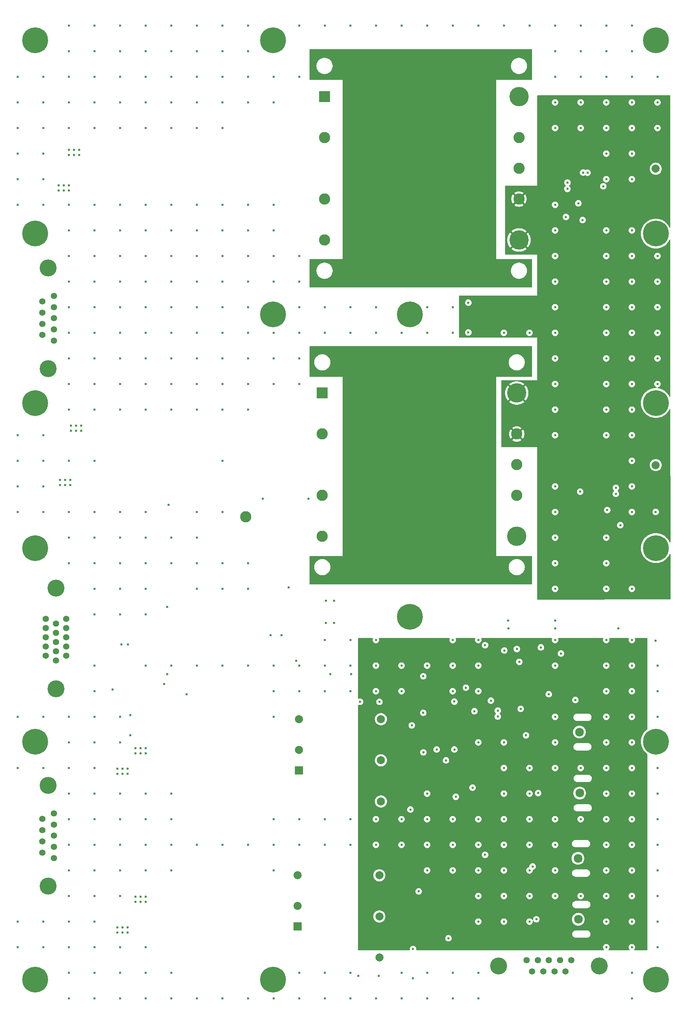
<source format=gbr>
%TF.GenerationSoftware,KiCad,Pcbnew,8.0.6*%
%TF.CreationDate,2025-06-02T15:06:51-04:00*%
%TF.ProjectId,CAEN_NEVIS_DAQ_PM5V,4341454e-5f4e-4455-9649-535f4441515f,rev?*%
%TF.SameCoordinates,Original*%
%TF.FileFunction,Copper,L3,Inr*%
%TF.FilePolarity,Positive*%
%FSLAX46Y46*%
G04 Gerber Fmt 4.6, Leading zero omitted, Abs format (unit mm)*
G04 Created by KiCad (PCBNEW 8.0.6) date 2025-06-02 15:06:51*
%MOMM*%
%LPD*%
G01*
G04 APERTURE LIST*
%TA.AperFunction,ComponentPad*%
%ADD10C,6.400000*%
%TD*%
%TA.AperFunction,ComponentPad*%
%ADD11C,2.159000*%
%TD*%
%TA.AperFunction,ComponentPad*%
%ADD12R,2.800000X2.800000*%
%TD*%
%TA.AperFunction,ComponentPad*%
%ADD13C,2.800000*%
%TD*%
%TA.AperFunction,ComponentPad*%
%ADD14C,4.800000*%
%TD*%
%TA.AperFunction,ComponentPad*%
%ADD15C,1.575000*%
%TD*%
%TA.AperFunction,ComponentPad*%
%ADD16C,4.216000*%
%TD*%
%TA.AperFunction,ComponentPad*%
%ADD17C,2.006600*%
%TD*%
%TA.AperFunction,ComponentPad*%
%ADD18C,2.209800*%
%TD*%
%TA.AperFunction,ComponentPad*%
%ADD19R,2.000000X2.000000*%
%TD*%
%TA.AperFunction,ComponentPad*%
%ADD20C,2.000000*%
%TD*%
%TA.AperFunction,ComponentPad*%
%ADD21C,1.560000*%
%TD*%
%TA.AperFunction,ViaPad*%
%ADD22C,0.600000*%
%TD*%
%TA.AperFunction,ViaPad*%
%ADD23C,1.200000*%
%TD*%
G04 APERTURE END LIST*
D10*
%TO.N,GNDPWR*%
%TO.C,H13*%
X184000000Y-262000000D03*
%TD*%
%TO.N,GNDPWR*%
%TO.C,H6*%
X125000000Y-203000000D03*
%TD*%
%TO.N,GNDPWR*%
%TO.C,H14*%
X279000000Y-119000000D03*
%TD*%
%TO.N,GNDPWR*%
%TO.C,H4*%
X125000000Y-119000000D03*
%TD*%
D11*
%TO.N,Net-(M3-Pad3)*%
%TO.C,P4*%
X260040000Y-200620000D03*
%TD*%
D12*
%TO.N,Net-(U4-+VIN)*%
%TO.C,U4*%
X196235000Y-116540000D03*
D13*
%TO.N,/Main_DC-DC_Converters/Enable_CKT/Enable*%
X196235000Y-126700000D03*
%TO.N,GNDPWR*%
X196235000Y-141940000D03*
%TO.N,/Main_DC-DC_Converters/Enable_CKT/RTN*%
X196235000Y-152100000D03*
D14*
%TO.N,/M5V*%
X244485000Y-152100000D03*
D13*
X244485000Y-141940000D03*
%TO.N,unconnected-(U4-TRIM-Pad7)*%
X244485000Y-134320000D03*
%TO.N,/PM5_RTN*%
X244485000Y-126700000D03*
D14*
X244485000Y-116540000D03*
%TD*%
D11*
%TO.N,Net-(P2-Pad1)*%
%TO.C,P2*%
X259760000Y-247070000D03*
%TD*%
D15*
%TO.N,/Enable+*%
%TO.C,J1*%
X132710000Y-181730000D03*
%TO.N,/P5V_V_MON*%
X132710000Y-179440000D03*
%TO.N,unconnected-(J1-Pad3)*%
X132710000Y-177150000D03*
%TO.N,/M5V_I_MON*%
X132710000Y-174860000D03*
%TO.N,/P5V_I_MON*%
X132710000Y-172570000D03*
%TO.N,/Enable-*%
X130170000Y-182875000D03*
%TO.N,/PM5V_TELEM_RTN*%
X130170000Y-180585000D03*
%TO.N,/M5V_V_MON*%
X130170000Y-178295000D03*
%TO.N,/PM5V_TELEM_RTN*%
X130170000Y-176005000D03*
X130170000Y-173715000D03*
X127630000Y-181730000D03*
X127630000Y-179440000D03*
%TO.N,unconnected-(J1-Pad13)*%
X127630000Y-177150000D03*
%TO.N,/PM5V_TELEM_RTN*%
X127630000Y-174860000D03*
%TO.N,/TEMP_MON*%
X127630000Y-172570000D03*
D16*
%TO.N,GNDPWR*%
X130170000Y-164909000D03*
X130170000Y-189899000D03*
%TD*%
D13*
%TO.N,/Main_DC-DC_Converters/Enable_CKT/Enable*%
%TO.C,V_{EN}1*%
X177270000Y-147230000D03*
%TD*%
D10*
%TO.N,GNDPWR*%
%TO.C,H17*%
X218000000Y-172000000D03*
%TD*%
D17*
%TO.N,/M5V_OUT*%
%TO.C,J4*%
X278970000Y-134410000D03*
D18*
%TO.N,/PM5_RTN*%
X281510000Y-131870000D03*
X276430000Y-131870000D03*
X276430000Y-136950000D03*
X281510000Y-136950000D03*
%TD*%
D12*
%TO.N,Net-(U3-+VIN)*%
%TO.C,U3*%
X196795000Y-43017500D03*
D13*
%TO.N,/Main_DC-DC_Converters/Enable_CKT/Enable*%
X196795000Y-53177500D03*
%TO.N,GNDPWR*%
X196795000Y-68417500D03*
%TO.N,/Main_DC-DC_Converters/Main_Converter/V_RTN*%
X196795000Y-78577500D03*
D14*
%TO.N,/PM5_RTN*%
X245045000Y-78577500D03*
D13*
X245045000Y-68417500D03*
%TO.N,unconnected-(U3-TRIM-Pad7)*%
X245045000Y-60797500D03*
%TO.N,/P5V*%
X245045000Y-53177500D03*
D14*
X245045000Y-43017500D03*
%TD*%
D10*
%TO.N,GNDPWR*%
%TO.C,H11*%
X279000000Y-203000000D03*
%TD*%
D19*
%TO.N,/Telemetry_PWR/Telem_5V1/V_POS*%
%TO.C,U6*%
X190093750Y-248860000D03*
D20*
%TO.N,/Telemetry_PWR/Telem_5V1/V_RTN*%
X190093750Y-243760000D03*
%TO.N,/PM5V_TELEM_RTN*%
X210393750Y-256560000D03*
%TO.N,unconnected-(U6-TRIM-Pad4)*%
X210393750Y-246360000D03*
%TO.N,/M5V_TELEM*%
X210393750Y-236160000D03*
%TO.N,unconnected-(U6-REMOTE-Pad6)*%
X190093750Y-236160000D03*
%TD*%
D10*
%TO.N,GNDPWR*%
%TO.C,H3*%
X125000000Y-77000000D03*
%TD*%
%TO.N,GNDPWR*%
%TO.C,H5*%
X125000000Y-155000000D03*
%TD*%
%TO.N,GNDPWR*%
%TO.C,H1*%
X125000000Y-29000000D03*
%TD*%
%TO.N,GNDPWR*%
%TO.C,H16*%
X218000000Y-97000000D03*
%TD*%
%TO.N,GNDPWR*%
%TO.C,H8*%
X279000000Y-262000000D03*
%TD*%
D19*
%TO.N,/Telemetry_PWR/Telem_5V/V_POS*%
%TO.C,U5*%
X190492500Y-210130000D03*
D20*
%TO.N,/Telemetry_PWR/Telem_5V/V_RTN*%
X190492500Y-205030000D03*
%TO.N,/P5V_TELEM*%
X210792500Y-217830000D03*
%TO.N,unconnected-(U5-TRIM-Pad4)*%
X210792500Y-207630000D03*
%TO.N,/PM5V_TELEM_RTN*%
X210792500Y-197430000D03*
%TO.N,unconnected-(U5-REMOTE-Pad6)*%
X190492500Y-197430000D03*
%TD*%
D10*
%TO.N,GNDPWR*%
%TO.C,H15*%
X184000000Y-29000000D03*
%TD*%
%TO.N,GNDPWR*%
%TO.C,H7*%
X125000000Y-262000000D03*
%TD*%
%TO.N,GNDPWR*%
%TO.C,H10*%
X184000000Y-97000000D03*
%TD*%
%TO.N,GNDPWR*%
%TO.C,H12*%
X279000000Y-77000000D03*
%TD*%
D21*
%TO.N,/M5V_TELEM*%
%TO.C,J6*%
X246915000Y-257210000D03*
X249685000Y-257210000D03*
%TO.N,unconnected-(J6-Pad3)*%
X252455000Y-257210000D03*
%TO.N,/P5V_TELEM*%
X255225000Y-257210000D03*
X257995000Y-257210000D03*
%TO.N,/PM5V_TELEM_RTN*%
X248300000Y-260050000D03*
X251070000Y-260050000D03*
X253840000Y-260050000D03*
X256610000Y-260050000D03*
D16*
%TO.N,GNDPWR*%
X239955000Y-258630000D03*
X264955000Y-258630000D03*
%TD*%
D11*
%TO.N,Net-(M4-Pad3)*%
%TO.C,P1*%
X259680000Y-231950000D03*
%TD*%
D17*
%TO.N,/P5V_OUT*%
%TO.C,J5*%
X278970000Y-60900000D03*
D18*
%TO.N,/PM5_RTN*%
X281510000Y-58360000D03*
X276430000Y-58360000D03*
X276430000Y-63440000D03*
X281510000Y-63440000D03*
%TD*%
D21*
%TO.N,/V_SEC_RTN*%
%TO.C,J2*%
X129660000Y-92440000D03*
X129660000Y-95210000D03*
%TO.N,unconnected-(J2-Pad3)*%
X129660000Y-97980000D03*
%TO.N,/V_SEC_RTN*%
X129660000Y-100750000D03*
X129660000Y-103520000D03*
%TO.N,/V_SEC_IN*%
X126820000Y-93825000D03*
X126820000Y-96595000D03*
X126820000Y-99365000D03*
X126820000Y-102135000D03*
D16*
%TO.N,GNDPWR*%
X128240000Y-85480000D03*
X128240000Y-110480000D03*
%TD*%
D10*
%TO.N,GNDPWR*%
%TO.C,H9*%
X279000000Y-155000000D03*
%TD*%
D21*
%TO.N,/V_TELEM_RTN*%
%TO.C,J3*%
X129660000Y-220810000D03*
X129660000Y-223580000D03*
%TO.N,unconnected-(J3-Pad3)*%
X129660000Y-226350000D03*
%TO.N,/V_TELEM_RTN*%
X129660000Y-229120000D03*
X129660000Y-231890000D03*
%TO.N,/V_TELEM_IN*%
X126820000Y-222195000D03*
X126820000Y-224965000D03*
X126820000Y-227735000D03*
X126820000Y-230505000D03*
D16*
%TO.N,GNDPWR*%
X128240000Y-213850000D03*
X128240000Y-238850000D03*
%TD*%
D11*
%TO.N,Net-(P3-Pad1)*%
%TO.C,P3*%
X260100000Y-215770000D03*
%TD*%
D10*
%TO.N,GNDPWR*%
%TO.C,H2*%
X279000000Y-29000000D03*
%TD*%
D22*
%TO.N,/V_TELEM_IN*%
X162580000Y-191275000D03*
X147975000Y-250330000D03*
X146705000Y-250330000D03*
X145435000Y-249060000D03*
X147975000Y-209690000D03*
X145435000Y-210960000D03*
X146705000Y-209690000D03*
X146705000Y-249060000D03*
X148640000Y-196410000D03*
X146705000Y-210960000D03*
X147975000Y-210960000D03*
X145435000Y-209690000D03*
X145435000Y-250330000D03*
X147975000Y-249060000D03*
%TO.N,/V_TELEM_RTN*%
X266700000Y-234950000D03*
X171450000Y-228600000D03*
X279400000Y-184150000D03*
X139700000Y-222250000D03*
X133350000Y-241300000D03*
X139700000Y-228600000D03*
X234950000Y-234950000D03*
X241300000Y-209550000D03*
X196850000Y-228600000D03*
X228600000Y-190500000D03*
X254000000Y-184150000D03*
X222250000Y-184150000D03*
X139700000Y-190500000D03*
X133350000Y-209550000D03*
X133350000Y-215900000D03*
X127000000Y-247650000D03*
X127000000Y-196850000D03*
X139700000Y-196850000D03*
X260350000Y-241300000D03*
X149880000Y-241440000D03*
X171450000Y-266700000D03*
X241300000Y-241300000D03*
X151150000Y-241440000D03*
X152400000Y-254000000D03*
X157040000Y-188760000D03*
X120650000Y-209550000D03*
X120650000Y-254000000D03*
X152400000Y-266700000D03*
X133350000Y-254000000D03*
X184150000Y-222250000D03*
X234950000Y-177800000D03*
X139700000Y-260350000D03*
X247650000Y-234950000D03*
X152420000Y-242710000D03*
X215900000Y-260350000D03*
X241300000Y-222250000D03*
X209550000Y-190500000D03*
X209550000Y-266700000D03*
X165100000Y-266700000D03*
X139700000Y-241300000D03*
X177800000Y-228600000D03*
X203200000Y-222250000D03*
X241300000Y-228600000D03*
X146050000Y-241300000D03*
X149880000Y-242710000D03*
X247650000Y-247650000D03*
X190500000Y-190500000D03*
X266700000Y-190500000D03*
X152400000Y-234950000D03*
X266700000Y-215900000D03*
X241300000Y-234950000D03*
X152420000Y-205880000D03*
X273050000Y-266700000D03*
X266700000Y-228600000D03*
X273050000Y-215900000D03*
X171450000Y-184150000D03*
X247650000Y-241300000D03*
X139700000Y-203200000D03*
X273050000Y-234950000D03*
X279400000Y-228600000D03*
X209550000Y-228600000D03*
X273050000Y-209550000D03*
X127000000Y-254000000D03*
X165100000Y-228600000D03*
X215900000Y-266700000D03*
X190500000Y-184150000D03*
X146050000Y-222250000D03*
X120650000Y-196850000D03*
X139700000Y-234950000D03*
X215900000Y-190500000D03*
X273050000Y-247650000D03*
X203200000Y-260350000D03*
X228600000Y-234950000D03*
X152400000Y-222250000D03*
X127000000Y-209550000D03*
X241300000Y-215900000D03*
X144220000Y-190100000D03*
X266700000Y-254000000D03*
X215900000Y-184150000D03*
X152400000Y-228600000D03*
X279400000Y-209550000D03*
X273050000Y-177800000D03*
X247650000Y-228600000D03*
X149880000Y-205880000D03*
X152400000Y-171450000D03*
X209550000Y-177800000D03*
X158750000Y-215900000D03*
X273050000Y-203200000D03*
X234950000Y-203200000D03*
X266700000Y-222250000D03*
X215900000Y-228600000D03*
X279400000Y-254000000D03*
X234950000Y-184150000D03*
X279400000Y-190500000D03*
X189770000Y-182940000D03*
X203200000Y-184150000D03*
X177800000Y-184150000D03*
X158750000Y-260350000D03*
X234950000Y-190500000D03*
X152400000Y-260350000D03*
X273050000Y-228600000D03*
X228600000Y-228600000D03*
X266700000Y-177800000D03*
X228600000Y-177800000D03*
X260350000Y-209550000D03*
X146050000Y-260350000D03*
X234950000Y-222250000D03*
X139700000Y-215900000D03*
X184150000Y-196850000D03*
X273050000Y-222250000D03*
X279400000Y-247650000D03*
X273050000Y-184150000D03*
X266700000Y-203200000D03*
X228600000Y-222250000D03*
X247650000Y-222250000D03*
X148670000Y-201420000D03*
X139700000Y-247650000D03*
X146050000Y-196850000D03*
X215900000Y-222250000D03*
X196850000Y-190500000D03*
X152400000Y-165100000D03*
X146050000Y-215900000D03*
X146050000Y-203200000D03*
X279400000Y-196850000D03*
X266700000Y-209550000D03*
X247650000Y-215900000D03*
X133350000Y-228600000D03*
X203200000Y-228600000D03*
X279400000Y-222250000D03*
X151150000Y-205880000D03*
X149880000Y-204610000D03*
X234950000Y-266700000D03*
X254000000Y-203200000D03*
X234950000Y-228600000D03*
X241300000Y-203200000D03*
X273050000Y-254000000D03*
X133350000Y-266700000D03*
X133350000Y-260350000D03*
X146409999Y-178886200D03*
X152400000Y-215900000D03*
X158750000Y-184150000D03*
X266700000Y-196850000D03*
X139700000Y-254000000D03*
X158750000Y-222250000D03*
X139700000Y-171450000D03*
X254000000Y-241300000D03*
X152420000Y-204610000D03*
X241300000Y-247650000D03*
X273050000Y-196850000D03*
X199180000Y-173590000D03*
X266700000Y-184150000D03*
X146050000Y-254000000D03*
X133350000Y-234950000D03*
X279400000Y-234950000D03*
X222250000Y-222250000D03*
X266700000Y-241300000D03*
X234950000Y-241300000D03*
X228600000Y-266700000D03*
X279400000Y-215900000D03*
X158750000Y-234950000D03*
X273050000Y-260350000D03*
X222250000Y-228600000D03*
X133350000Y-222250000D03*
X254000000Y-228600000D03*
X133350000Y-196850000D03*
X190500000Y-266700000D03*
X196850000Y-184150000D03*
X222250000Y-215900000D03*
X146050000Y-171450000D03*
X222250000Y-234950000D03*
X158750000Y-266700000D03*
X247650000Y-209550000D03*
X190500000Y-260350000D03*
X184150000Y-266700000D03*
X203200000Y-177800000D03*
X203200000Y-190500000D03*
X228600000Y-184150000D03*
X234950000Y-260350000D03*
X165100000Y-184150000D03*
X152420000Y-241440000D03*
X254000000Y-177800000D03*
X151150000Y-204610000D03*
X222250000Y-266700000D03*
X146050000Y-234950000D03*
X139700000Y-209550000D03*
X197180000Y-173590000D03*
X152400000Y-184150000D03*
X184150000Y-190500000D03*
X120650000Y-247650000D03*
X254000000Y-222250000D03*
X177800000Y-266700000D03*
X228600000Y-260350000D03*
X273050000Y-190500000D03*
X190500000Y-228600000D03*
X209550000Y-222250000D03*
X146050000Y-228600000D03*
X184150000Y-228600000D03*
X203200000Y-266700000D03*
X146050000Y-266700000D03*
X146050000Y-165100000D03*
X279400000Y-241300000D03*
X196850000Y-266700000D03*
X158750000Y-228600000D03*
X133350000Y-247650000D03*
X266700000Y-247650000D03*
X196850000Y-177800000D03*
X190500000Y-222250000D03*
X139700000Y-266700000D03*
X273050000Y-241300000D03*
X139700000Y-165100000D03*
X209550000Y-184150000D03*
X196850000Y-222250000D03*
X184150000Y-234950000D03*
X196850000Y-260350000D03*
X139700000Y-184150000D03*
X222250000Y-260350000D03*
X254000000Y-196850000D03*
X254000000Y-234950000D03*
X151150000Y-242710000D03*
X254000000Y-209550000D03*
X234950000Y-247650000D03*
X260350000Y-222250000D03*
X184150000Y-184150000D03*
X133350000Y-203200000D03*
%TO.N,/Main_DC-DC_Converters/V3p3*%
X148059999Y-178866200D03*
D23*
%TO.N,GNDPWR*%
X203220000Y-86500000D03*
X215920000Y-56020000D03*
X218460000Y-68720000D03*
X238780000Y-162700000D03*
X208300000Y-122060000D03*
X205760000Y-150000000D03*
X231160000Y-124600000D03*
X236240000Y-66180000D03*
X213380000Y-137300000D03*
X233700000Y-86500000D03*
X203220000Y-58560000D03*
X205760000Y-124600000D03*
X223540000Y-127140000D03*
X241320000Y-109360000D03*
X210840000Y-137300000D03*
X203220000Y-68720000D03*
X223540000Y-86500000D03*
X218460000Y-35700000D03*
X236240000Y-78880000D03*
X231160000Y-106820000D03*
X226080000Y-83960000D03*
X223540000Y-160160000D03*
X218460000Y-109360000D03*
X236240000Y-61100000D03*
X215920000Y-53480000D03*
X203220000Y-122060000D03*
X215920000Y-40780000D03*
X218460000Y-147460000D03*
X210840000Y-33160000D03*
X221000000Y-116980000D03*
X226080000Y-142380000D03*
X223540000Y-35700000D03*
X236240000Y-157620000D03*
X205760000Y-56020000D03*
X221000000Y-114440000D03*
X218460000Y-157620000D03*
X231160000Y-111900000D03*
X233700000Y-63640000D03*
X210840000Y-63640000D03*
X210840000Y-56020000D03*
X226080000Y-43320000D03*
X226080000Y-48400000D03*
X208300000Y-127140000D03*
X221000000Y-56020000D03*
X221000000Y-127140000D03*
X205760000Y-50940000D03*
X226080000Y-114440000D03*
X221000000Y-61100000D03*
X210840000Y-150000000D03*
X203220000Y-89040000D03*
X213380000Y-48400000D03*
X210840000Y-152540000D03*
X215920000Y-122060000D03*
X208300000Y-162700000D03*
X233700000Y-152540000D03*
X208300000Y-58560000D03*
X221000000Y-124600000D03*
X233700000Y-142380000D03*
X226080000Y-73800000D03*
X203220000Y-56020000D03*
X228620000Y-43320000D03*
X231160000Y-58560000D03*
X233700000Y-38240000D03*
X205760000Y-122060000D03*
X226080000Y-50940000D03*
X210840000Y-142380000D03*
D22*
X232480000Y-101510000D03*
D23*
X210840000Y-144920000D03*
X231160000Y-81420000D03*
X205760000Y-73800000D03*
X213380000Y-68720000D03*
X205760000Y-152540000D03*
X236240000Y-127140000D03*
X226080000Y-53480000D03*
X236240000Y-86500000D03*
X231160000Y-48400000D03*
X205760000Y-33160000D03*
X208300000Y-73800000D03*
X241320000Y-162700000D03*
X208300000Y-147460000D03*
X203220000Y-124600000D03*
X213380000Y-71260000D03*
X238780000Y-106820000D03*
X233700000Y-109360000D03*
X233700000Y-111900000D03*
X205760000Y-61100000D03*
X215920000Y-33160000D03*
X215920000Y-63640000D03*
X223540000Y-162700000D03*
X210840000Y-134760000D03*
X221000000Y-111900000D03*
X226080000Y-61100000D03*
X208300000Y-160160000D03*
X218460000Y-66180000D03*
X221000000Y-68720000D03*
X215920000Y-155080000D03*
X208300000Y-33160000D03*
X208300000Y-66180000D03*
X205760000Y-137300000D03*
X205760000Y-58560000D03*
X208300000Y-114440000D03*
X221000000Y-86500000D03*
X228620000Y-124600000D03*
X218460000Y-122060000D03*
X218460000Y-160160000D03*
X215920000Y-50940000D03*
X233700000Y-73800000D03*
X223540000Y-68720000D03*
X215920000Y-83960000D03*
X203220000Y-45860000D03*
X238780000Y-35700000D03*
X226080000Y-147460000D03*
X215920000Y-38240000D03*
X223540000Y-58560000D03*
X233700000Y-78880000D03*
X236240000Y-111900000D03*
X226080000Y-162700000D03*
X236240000Y-38240000D03*
X231160000Y-139840000D03*
X213380000Y-152540000D03*
X236240000Y-129680000D03*
X226080000Y-35700000D03*
X228620000Y-68720000D03*
X226080000Y-139840000D03*
X221000000Y-119520000D03*
X231160000Y-157620000D03*
X231160000Y-132220000D03*
X223540000Y-152540000D03*
D22*
X232480000Y-94120000D03*
D23*
X228620000Y-155080000D03*
X215920000Y-58560000D03*
X231160000Y-61100000D03*
X228620000Y-48400000D03*
X208300000Y-45860000D03*
X210840000Y-157620000D03*
X210840000Y-129680000D03*
X231160000Y-162700000D03*
X205760000Y-83960000D03*
X226080000Y-71260000D03*
X238780000Y-86500000D03*
X228620000Y-129680000D03*
X203220000Y-35700000D03*
X236240000Y-139840000D03*
X223540000Y-137300000D03*
X228620000Y-119520000D03*
X203220000Y-157620000D03*
X221000000Y-132220000D03*
X231160000Y-155080000D03*
X221000000Y-160160000D03*
X223540000Y-124600000D03*
X200680000Y-86500000D03*
X223540000Y-132220000D03*
X203220000Y-33160000D03*
X233700000Y-33160000D03*
X223540000Y-81420000D03*
X226080000Y-66180000D03*
X213380000Y-86500000D03*
X233700000Y-162700000D03*
X210840000Y-124600000D03*
X210840000Y-61100000D03*
X231160000Y-33160000D03*
X226080000Y-155080000D03*
X228620000Y-86500000D03*
X223540000Y-157620000D03*
X231160000Y-86500000D03*
X228620000Y-81420000D03*
X231160000Y-116980000D03*
X218460000Y-127140000D03*
X205760000Y-35700000D03*
X210840000Y-147460000D03*
X215920000Y-142380000D03*
X228620000Y-66180000D03*
X215920000Y-86500000D03*
X231160000Y-76340000D03*
X210840000Y-48400000D03*
X203220000Y-147460000D03*
X200680000Y-89040000D03*
X226080000Y-137300000D03*
X226080000Y-127140000D03*
X213380000Y-127140000D03*
X231160000Y-114440000D03*
X203220000Y-155080000D03*
X203220000Y-144920000D03*
X218460000Y-116980000D03*
X233700000Y-106820000D03*
X215920000Y-137300000D03*
X215920000Y-43320000D03*
X241320000Y-33160000D03*
X233700000Y-144920000D03*
X208300000Y-142380000D03*
X213380000Y-63640000D03*
X210840000Y-162700000D03*
X205760000Y-76340000D03*
X221000000Y-48400000D03*
X223540000Y-144920000D03*
X213380000Y-45860000D03*
X213380000Y-89040000D03*
X210840000Y-155080000D03*
X241320000Y-106820000D03*
X226080000Y-122060000D03*
X213380000Y-61100000D03*
X208300000Y-152540000D03*
X205760000Y-144920000D03*
X233700000Y-127140000D03*
X218460000Y-58560000D03*
X233700000Y-61100000D03*
X218460000Y-119520000D03*
X221000000Y-155080000D03*
X221000000Y-50940000D03*
X223540000Y-45860000D03*
X208300000Y-50940000D03*
X213380000Y-111900000D03*
X203220000Y-127140000D03*
X210840000Y-114440000D03*
X233700000Y-137300000D03*
X233700000Y-43320000D03*
X213380000Y-33160000D03*
X236240000Y-160160000D03*
X205760000Y-106820000D03*
X231160000Y-78880000D03*
X236240000Y-76340000D03*
X215920000Y-48400000D03*
X238780000Y-89040000D03*
X226080000Y-160160000D03*
X205760000Y-45860000D03*
X233700000Y-155080000D03*
X205760000Y-68720000D03*
X210840000Y-89040000D03*
X210840000Y-78880000D03*
X215920000Y-89040000D03*
X233700000Y-45860000D03*
X205760000Y-160160000D03*
X203220000Y-83960000D03*
X203220000Y-139840000D03*
X221000000Y-43320000D03*
X208300000Y-68720000D03*
X215920000Y-124600000D03*
X205760000Y-155080000D03*
X205760000Y-134760000D03*
X208300000Y-124600000D03*
X218460000Y-152540000D03*
X236240000Y-33160000D03*
X218460000Y-71260000D03*
X203220000Y-137300000D03*
X205760000Y-111900000D03*
X213380000Y-66180000D03*
X226080000Y-89040000D03*
X205760000Y-63640000D03*
X233700000Y-122060000D03*
X218460000Y-150000000D03*
X210840000Y-38240000D03*
X205760000Y-53480000D03*
X203220000Y-114440000D03*
X203220000Y-66180000D03*
X231160000Y-38240000D03*
X218460000Y-111900000D03*
X236240000Y-63640000D03*
X226080000Y-116980000D03*
X210840000Y-40780000D03*
X205760000Y-127140000D03*
X213380000Y-144920000D03*
X221000000Y-106820000D03*
X203220000Y-134760000D03*
X218460000Y-53480000D03*
X203220000Y-53480000D03*
X200680000Y-162700000D03*
X208300000Y-157620000D03*
D22*
X205190000Y-261150000D03*
D23*
X218460000Y-144920000D03*
X226080000Y-45860000D03*
X213380000Y-150000000D03*
X228620000Y-63640000D03*
X233700000Y-116980000D03*
X215920000Y-81420000D03*
X228620000Y-61100000D03*
X218460000Y-61100000D03*
X226080000Y-86500000D03*
X236240000Y-116980000D03*
X223540000Y-38240000D03*
X208300000Y-129680000D03*
X226080000Y-150000000D03*
X200680000Y-109360000D03*
X221000000Y-66180000D03*
X213380000Y-132220000D03*
X210840000Y-139840000D03*
X223540000Y-71260000D03*
X215920000Y-129680000D03*
X228620000Y-33160000D03*
X208300000Y-116980000D03*
X236240000Y-132220000D03*
X238780000Y-160160000D03*
X236240000Y-155080000D03*
X203220000Y-142380000D03*
X223540000Y-155080000D03*
X228620000Y-50940000D03*
X218460000Y-162700000D03*
X221000000Y-144920000D03*
X233700000Y-81420000D03*
X208300000Y-78880000D03*
X205760000Y-129680000D03*
X218460000Y-33160000D03*
X231160000Y-45860000D03*
X205760000Y-48400000D03*
X223540000Y-53480000D03*
X223540000Y-106820000D03*
X218460000Y-56020000D03*
X213380000Y-157620000D03*
X228620000Y-160160000D03*
X236240000Y-35700000D03*
X236240000Y-106820000D03*
X236240000Y-144920000D03*
X208300000Y-111900000D03*
X215920000Y-109360000D03*
X233700000Y-124600000D03*
X215920000Y-119520000D03*
X210840000Y-127140000D03*
X233700000Y-53480000D03*
X233700000Y-157620000D03*
X208300000Y-139840000D03*
X203220000Y-162700000D03*
X236240000Y-119520000D03*
X228620000Y-78880000D03*
X213380000Y-155080000D03*
X203220000Y-63640000D03*
X213380000Y-76340000D03*
X236240000Y-48400000D03*
X241320000Y-86500000D03*
X228620000Y-122060000D03*
X236240000Y-83960000D03*
X233700000Y-76340000D03*
X228620000Y-56020000D03*
X233700000Y-48400000D03*
X215920000Y-144920000D03*
X205760000Y-86500000D03*
X223540000Y-33160000D03*
X228620000Y-83960000D03*
X236240000Y-68720000D03*
X213380000Y-116980000D03*
X210840000Y-106820000D03*
X210840000Y-53480000D03*
X213380000Y-73800000D03*
X215920000Y-132220000D03*
X221000000Y-137300000D03*
X233700000Y-66180000D03*
X213380000Y-162700000D03*
X231160000Y-53480000D03*
X203220000Y-132220000D03*
X228620000Y-150000000D03*
X221000000Y-53480000D03*
X228620000Y-157620000D03*
X203220000Y-78880000D03*
X218460000Y-63640000D03*
X236240000Y-162700000D03*
X215920000Y-71260000D03*
X236240000Y-89040000D03*
X210840000Y-116980000D03*
X215920000Y-127140000D03*
X221000000Y-78880000D03*
X236240000Y-134760000D03*
X221000000Y-45860000D03*
X205760000Y-109360000D03*
X228620000Y-89040000D03*
X221000000Y-89040000D03*
X215920000Y-116980000D03*
X213380000Y-129680000D03*
X236240000Y-58560000D03*
X203220000Y-61100000D03*
X208300000Y-150000000D03*
X223540000Y-142380000D03*
X226080000Y-78880000D03*
X218460000Y-43320000D03*
X208300000Y-109360000D03*
X233700000Y-83960000D03*
X208300000Y-155080000D03*
X205760000Y-71260000D03*
X223540000Y-89040000D03*
X223540000Y-63640000D03*
X223540000Y-56020000D03*
X205760000Y-142380000D03*
X208300000Y-83960000D03*
X228620000Y-40780000D03*
X226080000Y-129680000D03*
X241320000Y-35700000D03*
X208300000Y-89040000D03*
X213380000Y-83960000D03*
X205760000Y-43320000D03*
X231160000Y-89040000D03*
X210840000Y-132220000D03*
X218460000Y-50940000D03*
X205760000Y-40780000D03*
X213380000Y-106820000D03*
X223540000Y-66180000D03*
X223540000Y-114440000D03*
X233700000Y-119520000D03*
X228620000Y-53480000D03*
X236240000Y-124600000D03*
X203220000Y-43320000D03*
X213380000Y-134760000D03*
X221000000Y-38240000D03*
X226080000Y-106820000D03*
X226080000Y-58560000D03*
X203220000Y-111900000D03*
X231160000Y-56020000D03*
X226080000Y-38240000D03*
X218460000Y-134760000D03*
X233700000Y-35700000D03*
X233700000Y-160160000D03*
X203220000Y-71260000D03*
X208300000Y-61100000D03*
X208300000Y-56020000D03*
X233700000Y-147460000D03*
X218460000Y-45860000D03*
X236240000Y-147460000D03*
X210840000Y-66180000D03*
X241320000Y-160160000D03*
X203220000Y-48400000D03*
X228620000Y-76340000D03*
X203220000Y-81420000D03*
X210840000Y-109360000D03*
X226080000Y-157620000D03*
X226080000Y-63640000D03*
X221000000Y-81420000D03*
X215920000Y-147460000D03*
X231160000Y-134760000D03*
X231160000Y-122060000D03*
X215920000Y-61100000D03*
X223540000Y-76340000D03*
X236240000Y-40780000D03*
X226080000Y-76340000D03*
X218460000Y-83960000D03*
X200680000Y-106820000D03*
X203220000Y-160160000D03*
X208300000Y-144920000D03*
X218460000Y-129680000D03*
X228620000Y-127140000D03*
X213380000Y-119520000D03*
X221000000Y-142380000D03*
X231160000Y-43320000D03*
X228620000Y-58560000D03*
D22*
X205620000Y-193120000D03*
D23*
X205760000Y-116980000D03*
X210840000Y-71260000D03*
X213380000Y-50940000D03*
X218460000Y-40780000D03*
X223540000Y-139840000D03*
X208300000Y-76340000D03*
X231160000Y-129680000D03*
X226080000Y-144920000D03*
X215920000Y-114440000D03*
X213380000Y-81420000D03*
X223540000Y-40780000D03*
X213380000Y-43320000D03*
X236240000Y-81420000D03*
X223540000Y-134760000D03*
X228620000Y-109360000D03*
X218460000Y-132220000D03*
X213380000Y-109360000D03*
X200680000Y-160160000D03*
X221000000Y-73800000D03*
X208300000Y-132220000D03*
X228620000Y-114440000D03*
X213380000Y-160160000D03*
X236240000Y-109360000D03*
X203220000Y-106820000D03*
X213380000Y-124600000D03*
X210840000Y-119520000D03*
X218460000Y-142380000D03*
X210840000Y-50940000D03*
X236240000Y-56020000D03*
X226080000Y-134760000D03*
X223540000Y-48400000D03*
X218460000Y-73800000D03*
X226080000Y-33160000D03*
X203220000Y-76340000D03*
X218460000Y-155080000D03*
X228620000Y-73800000D03*
X210840000Y-160160000D03*
X233700000Y-71260000D03*
X226080000Y-68720000D03*
X223540000Y-43320000D03*
X221000000Y-63640000D03*
X208300000Y-119520000D03*
X231160000Y-109360000D03*
X203220000Y-109360000D03*
X223540000Y-61100000D03*
X215920000Y-162700000D03*
X218460000Y-114440000D03*
X208300000Y-86500000D03*
X210840000Y-35700000D03*
X233700000Y-68720000D03*
X223540000Y-122060000D03*
X231160000Y-68720000D03*
X233700000Y-89040000D03*
X223540000Y-83960000D03*
X223540000Y-147460000D03*
X218460000Y-81420000D03*
X233700000Y-139840000D03*
X208300000Y-106820000D03*
X208300000Y-40780000D03*
X223540000Y-150000000D03*
X226080000Y-152540000D03*
X205760000Y-147460000D03*
X223540000Y-109360000D03*
X208300000Y-81420000D03*
X203220000Y-38240000D03*
X203220000Y-152540000D03*
X223540000Y-111900000D03*
X233700000Y-56020000D03*
X221000000Y-58560000D03*
X233700000Y-150000000D03*
X228620000Y-132220000D03*
X228620000Y-106820000D03*
X215920000Y-78880000D03*
X228620000Y-45860000D03*
X205760000Y-81420000D03*
X226080000Y-132220000D03*
X236240000Y-73800000D03*
X215920000Y-150000000D03*
X231160000Y-40780000D03*
X231160000Y-66180000D03*
X241320000Y-89040000D03*
X236240000Y-142380000D03*
X231160000Y-152540000D03*
X221000000Y-71260000D03*
X223540000Y-78880000D03*
X236240000Y-152540000D03*
X218460000Y-76340000D03*
X231160000Y-127140000D03*
X213380000Y-122060000D03*
X221000000Y-157620000D03*
X205760000Y-162700000D03*
X208300000Y-48400000D03*
X238780000Y-109360000D03*
X233700000Y-50940000D03*
X215920000Y-152540000D03*
X226080000Y-124600000D03*
X213380000Y-78880000D03*
X218460000Y-106820000D03*
X210840000Y-81420000D03*
X233700000Y-58560000D03*
X228620000Y-137300000D03*
X210840000Y-43320000D03*
X228620000Y-144920000D03*
X231160000Y-160160000D03*
X228620000Y-152540000D03*
X221000000Y-139840000D03*
X228620000Y-35700000D03*
X231160000Y-137300000D03*
X228620000Y-142380000D03*
X210840000Y-68720000D03*
X213380000Y-58560000D03*
X226080000Y-40780000D03*
X210840000Y-73800000D03*
X221000000Y-152540000D03*
X215920000Y-73800000D03*
X208300000Y-63640000D03*
X205760000Y-132220000D03*
X228620000Y-134760000D03*
X223540000Y-73800000D03*
X236240000Y-114440000D03*
X221000000Y-162700000D03*
X213380000Y-40780000D03*
X218460000Y-38240000D03*
X221000000Y-40780000D03*
X200680000Y-33160000D03*
X208300000Y-35700000D03*
X208300000Y-43320000D03*
X218460000Y-89040000D03*
X208300000Y-134760000D03*
X221000000Y-147460000D03*
X223540000Y-119520000D03*
X210840000Y-122060000D03*
X228620000Y-162700000D03*
X236240000Y-71260000D03*
X231160000Y-71260000D03*
X215920000Y-68720000D03*
X231160000Y-73800000D03*
X210840000Y-83960000D03*
X210840000Y-45860000D03*
X215920000Y-35700000D03*
X218460000Y-124600000D03*
X210840000Y-86500000D03*
X205760000Y-66180000D03*
X205760000Y-119520000D03*
X221000000Y-83960000D03*
X213380000Y-147460000D03*
X205760000Y-38240000D03*
X215920000Y-160160000D03*
X226080000Y-119520000D03*
X231160000Y-144920000D03*
X226080000Y-111900000D03*
X233700000Y-132220000D03*
X221000000Y-33160000D03*
X218460000Y-86500000D03*
X221000000Y-129680000D03*
X226080000Y-81420000D03*
X231160000Y-63640000D03*
X236240000Y-45860000D03*
X213380000Y-53480000D03*
X205760000Y-78880000D03*
X203220000Y-73800000D03*
X203220000Y-40780000D03*
X205760000Y-157620000D03*
X236240000Y-122060000D03*
X215920000Y-139840000D03*
X213380000Y-114440000D03*
X223540000Y-129680000D03*
X221000000Y-134760000D03*
X228620000Y-71260000D03*
X233700000Y-129680000D03*
X228620000Y-38240000D03*
X218460000Y-137300000D03*
X215920000Y-45860000D03*
X210840000Y-111900000D03*
X236240000Y-50940000D03*
X228620000Y-111900000D03*
X221000000Y-35700000D03*
X233700000Y-134760000D03*
X228620000Y-116980000D03*
X215920000Y-111900000D03*
X236240000Y-43320000D03*
X215920000Y-157620000D03*
X213380000Y-139840000D03*
X215920000Y-106820000D03*
X236240000Y-53480000D03*
X226080000Y-109360000D03*
X215920000Y-134760000D03*
X205760000Y-89040000D03*
X231160000Y-147460000D03*
X208300000Y-53480000D03*
X236240000Y-137300000D03*
X208300000Y-38240000D03*
X223540000Y-50940000D03*
X205760000Y-114440000D03*
X221000000Y-76340000D03*
X213380000Y-35700000D03*
X210840000Y-58560000D03*
X223540000Y-116980000D03*
X205760000Y-139840000D03*
X238780000Y-33160000D03*
X236240000Y-150000000D03*
X213380000Y-56020000D03*
X208300000Y-137300000D03*
X233700000Y-114440000D03*
X200680000Y-35700000D03*
X213380000Y-142380000D03*
X203220000Y-116980000D03*
X221000000Y-150000000D03*
X231160000Y-142380000D03*
X218460000Y-139840000D03*
X231160000Y-83960000D03*
X228620000Y-139840000D03*
X203220000Y-119520000D03*
X233700000Y-40780000D03*
X231160000Y-150000000D03*
X218460000Y-48400000D03*
X203220000Y-50940000D03*
X226080000Y-56020000D03*
X210840000Y-76340000D03*
X208300000Y-71260000D03*
X203220000Y-150000000D03*
X215920000Y-66180000D03*
X215920000Y-76340000D03*
X231160000Y-119520000D03*
X218460000Y-78880000D03*
X221000000Y-122060000D03*
X231160000Y-50940000D03*
X203220000Y-129680000D03*
X213380000Y-38240000D03*
X221000000Y-109360000D03*
X228620000Y-147460000D03*
X231160000Y-35700000D03*
D22*
%TO.N,/PM5_RTN*%
X255160000Y-52920000D03*
X238050000Y-101540000D03*
X238020000Y-94120000D03*
%TO.N,/V_SEC_RTN*%
X171450000Y-114300000D03*
X273050000Y-133350000D03*
X133350000Y-107950000D03*
X171450000Y-25400000D03*
X146050000Y-158750000D03*
X171450000Y-101600000D03*
X146050000Y-152400000D03*
X139700000Y-114300000D03*
X152400000Y-82550000D03*
X127000000Y-63500000D03*
X158750000Y-120650000D03*
X158750000Y-25400000D03*
X133350000Y-146050000D03*
X254000000Y-82550000D03*
X133350000Y-107950000D03*
X254000000Y-88900000D03*
X177800000Y-38100000D03*
X177800000Y-158750000D03*
X120650000Y-69850000D03*
X273050000Y-44450000D03*
X266700000Y-38100000D03*
X120650000Y-44450000D03*
X152400000Y-95250000D03*
X158750000Y-114300000D03*
X197170000Y-168040000D03*
X222250000Y-95250000D03*
X171450000Y-76200000D03*
X241300000Y-101600000D03*
X139700000Y-44450000D03*
X279400000Y-107950000D03*
X146050000Y-69850000D03*
X254000000Y-76200000D03*
X165100000Y-107950000D03*
X139700000Y-38100000D03*
X165100000Y-165100000D03*
X184150000Y-44450000D03*
X135920000Y-56240000D03*
X273050000Y-31750000D03*
X190500000Y-101600000D03*
X146050000Y-38100000D03*
X133350000Y-101600000D03*
X184150000Y-101600000D03*
X190500000Y-107950000D03*
X228600000Y-101600000D03*
X254000000Y-38100000D03*
X273050000Y-88900000D03*
X209550000Y-95250000D03*
X152400000Y-101600000D03*
X127000000Y-133350000D03*
X158750000Y-44450000D03*
X120650000Y-146050000D03*
X152400000Y-44450000D03*
X133350000Y-69850000D03*
X152400000Y-50800000D03*
X139700000Y-76200000D03*
X120650000Y-146050000D03*
X165100000Y-50800000D03*
X254000000Y-95250000D03*
X209550000Y-101600000D03*
X146050000Y-152400000D03*
X127000000Y-127000000D03*
X139700000Y-120650000D03*
X260350000Y-31750000D03*
X152400000Y-31750000D03*
X254000000Y-101600000D03*
X165100000Y-120650000D03*
X133350000Y-31750000D03*
X190500000Y-25400000D03*
X190500000Y-38100000D03*
X254000000Y-69850000D03*
X133350000Y-95250000D03*
X133350000Y-82550000D03*
X203200000Y-95250000D03*
X127000000Y-69850000D03*
X273050000Y-50800000D03*
X165100000Y-38100000D03*
X135180000Y-125900000D03*
X171450000Y-69850000D03*
X152400000Y-107950000D03*
X279400000Y-50800000D03*
X152400000Y-146050000D03*
X133350000Y-76200000D03*
X254000000Y-139700000D03*
X146050000Y-101600000D03*
X139700000Y-69850000D03*
X165100000Y-95250000D03*
X139700000Y-25400000D03*
X158750000Y-158750000D03*
X171450000Y-44450000D03*
X190500000Y-82550000D03*
X120650000Y-63500000D03*
X133380000Y-57510000D03*
X203200000Y-101600000D03*
X279400000Y-38100000D03*
X177800000Y-88900000D03*
X171450000Y-158750000D03*
X133350000Y-152400000D03*
X171450000Y-82550000D03*
X254000000Y-158750000D03*
X158750000Y-31750000D03*
X158750000Y-88900000D03*
X273050000Y-25400000D03*
X266700000Y-107950000D03*
X133350000Y-158750000D03*
X133350000Y-44450000D03*
X139700000Y-107950000D03*
X266700000Y-120650000D03*
X146050000Y-146050000D03*
X171450000Y-107950000D03*
X273050000Y-95250000D03*
X273050000Y-146050000D03*
X152400000Y-76200000D03*
X266700000Y-88900000D03*
X171450000Y-38100000D03*
X146050000Y-158750000D03*
X133910000Y-124630000D03*
X158750000Y-152400000D03*
X120650000Y-139700000D03*
X228600000Y-95250000D03*
X254000000Y-44450000D03*
X165100000Y-158750000D03*
X260350000Y-25400000D03*
X152400000Y-44450000D03*
X279400000Y-101600000D03*
X196850000Y-95250000D03*
X279400000Y-82550000D03*
X177800000Y-31750000D03*
X273050000Y-76200000D03*
X234950000Y-25400000D03*
X171450000Y-50800000D03*
X171450000Y-165100000D03*
X146050000Y-114300000D03*
X184150000Y-114300000D03*
X133350000Y-25400000D03*
X135180000Y-124630000D03*
X152400000Y-25400000D03*
X146050000Y-146050000D03*
X133350000Y-158750000D03*
X171450000Y-31750000D03*
X146050000Y-44450000D03*
X133350000Y-88900000D03*
X146050000Y-76200000D03*
X158750000Y-95250000D03*
X133350000Y-120650000D03*
X273050000Y-82550000D03*
X165100000Y-146050000D03*
X266700000Y-44450000D03*
X165100000Y-101600000D03*
X273050000Y-63500000D03*
X165100000Y-82550000D03*
X171450000Y-146050000D03*
X260350000Y-50800000D03*
X184150000Y-76200000D03*
X133350000Y-101600000D03*
X133350000Y-114300000D03*
X139700000Y-50800000D03*
X133350000Y-133350000D03*
X190500000Y-95250000D03*
X266700000Y-165100000D03*
X165100000Y-25400000D03*
X139700000Y-95250000D03*
X177800000Y-101600000D03*
X273050000Y-165100000D03*
X120650000Y-139700000D03*
X127000000Y-44450000D03*
X184150000Y-69850000D03*
X279400000Y-95250000D03*
X222250000Y-101600000D03*
X139700000Y-152400000D03*
X177800000Y-69850000D03*
X177800000Y-107950000D03*
X133350000Y-38100000D03*
X158750000Y-101600000D03*
X152400000Y-69850000D03*
X133350000Y-76200000D03*
X177800000Y-76200000D03*
X177800000Y-82550000D03*
X254000000Y-120650000D03*
X165100000Y-76200000D03*
X273050000Y-127000000D03*
X279400000Y-88900000D03*
X177800000Y-95250000D03*
X152400000Y-88900000D03*
X279400000Y-114300000D03*
X139700000Y-101600000D03*
X184150000Y-88900000D03*
X165100000Y-69850000D03*
X273050000Y-139700000D03*
X146050000Y-31750000D03*
X199180000Y-168040000D03*
X273050000Y-101600000D03*
X146050000Y-120650000D03*
X158750000Y-38100000D03*
X266700000Y-31750000D03*
X152400000Y-114300000D03*
X133350000Y-50800000D03*
X222250000Y-25400000D03*
X266700000Y-76200000D03*
X165100000Y-88900000D03*
X120650000Y-38100000D03*
X139700000Y-133350000D03*
X146050000Y-88900000D03*
X136450000Y-124630000D03*
X120650000Y-50800000D03*
X146050000Y-82550000D03*
X171450000Y-88900000D03*
X165100000Y-152400000D03*
X120650000Y-57150000D03*
X254000000Y-107950000D03*
X177800000Y-25400000D03*
X133350000Y-152400000D03*
X152400000Y-38100000D03*
X127000000Y-146050000D03*
X152400000Y-38100000D03*
X273050000Y-57150000D03*
X171450000Y-133350000D03*
X184150000Y-38100000D03*
X136450000Y-125900000D03*
X260350000Y-38100000D03*
X171450000Y-120650000D03*
X133350000Y-82550000D03*
X273050000Y-38100000D03*
X254000000Y-165100000D03*
X139700000Y-146050000D03*
X146050000Y-95250000D03*
X196850000Y-101600000D03*
X266700000Y-50800000D03*
X273050000Y-114300000D03*
X133350000Y-114300000D03*
X171450000Y-95250000D03*
X158750000Y-50800000D03*
X184150000Y-82550000D03*
X133350000Y-120650000D03*
X184150000Y-107950000D03*
X127000000Y-139700000D03*
X127000000Y-57150000D03*
X152400000Y-158750000D03*
X133380000Y-56240000D03*
X177800000Y-44450000D03*
X120650000Y-133350000D03*
X190500000Y-88900000D03*
X139700000Y-31750000D03*
X152400000Y-152400000D03*
X127000000Y-38100000D03*
X120650000Y-127000000D03*
X254000000Y-25400000D03*
X266700000Y-57150000D03*
X209550000Y-25400000D03*
X135920000Y-57510000D03*
X177800000Y-120650000D03*
X127000000Y-50800000D03*
X266700000Y-82550000D03*
X247650000Y-25400000D03*
X241300000Y-25400000D03*
X165100000Y-31750000D03*
X165100000Y-44450000D03*
X146050000Y-25400000D03*
X266700000Y-63500000D03*
X228600000Y-25400000D03*
X273050000Y-120650000D03*
X152400000Y-120650000D03*
X254000000Y-146050000D03*
X134650000Y-56240000D03*
X133350000Y-95250000D03*
X266700000Y-95250000D03*
X247650000Y-101600000D03*
X266700000Y-158750000D03*
X254000000Y-50800000D03*
X260350000Y-44450000D03*
X266700000Y-114300000D03*
X196850000Y-25400000D03*
X152400000Y-31750000D03*
X133350000Y-88900000D03*
X279400000Y-44450000D03*
X273050000Y-107950000D03*
X146050000Y-107950000D03*
X158750000Y-82550000D03*
X254000000Y-152400000D03*
X133350000Y-146050000D03*
X158750000Y-158750000D03*
X146050000Y-50800000D03*
X177800000Y-165100000D03*
X152400000Y-25400000D03*
X158750000Y-107950000D03*
X139700000Y-88900000D03*
X266700000Y-152400000D03*
X177800000Y-114300000D03*
X254000000Y-127000000D03*
X139700000Y-158750000D03*
X158750000Y-69850000D03*
X266700000Y-25400000D03*
X215900000Y-25400000D03*
X215900000Y-101600000D03*
X254000000Y-31750000D03*
X134650000Y-57510000D03*
X203200000Y-25400000D03*
X133910000Y-125900000D03*
X165100000Y-114300000D03*
X120650000Y-127000000D03*
X254000000Y-114300000D03*
X266700000Y-101600000D03*
X152400000Y-50800000D03*
X139700000Y-82550000D03*
X266700000Y-127000000D03*
X158750000Y-76200000D03*
X190500000Y-114300000D03*
X120650000Y-133350000D03*
X158750000Y-152400000D03*
%TO.N,/P5V*%
X260960000Y-61860000D03*
%TO.N,/Main_DC-DC_Converters/Enable_CKT/RTN*%
X187930000Y-164750000D03*
%TO.N,/PM5V_TELEM_RTN*%
X233520000Y-214420000D03*
X221330000Y-205660000D03*
X220160000Y-240150000D03*
X231870000Y-189635000D03*
X246770000Y-201450000D03*
X210430000Y-193120000D03*
X265960000Y-65270000D03*
X260220000Y-141000000D03*
X257080000Y-64330000D03*
X227540000Y-251790000D03*
X210240000Y-261150000D03*
X255460000Y-181150000D03*
X269090000Y-140040000D03*
X266930000Y-145570000D03*
X252430000Y-191250000D03*
X239780000Y-195310000D03*
X248430000Y-233980000D03*
X218460000Y-198980000D03*
X259760000Y-69490000D03*
X244515000Y-180020000D03*
%TO.N,/P5V_TELEM*%
X249790000Y-215770000D03*
X249370000Y-247070000D03*
X229020000Y-204950000D03*
X224620000Y-204960000D03*
X218110000Y-219850000D03*
X229010000Y-193080000D03*
X218750000Y-254440000D03*
%TO.N,/M5V_TELEM*%
X218760000Y-261670000D03*
%TO.N,/Telemetry_CKT/V3p3*%
X226940000Y-207660000D03*
X245115000Y-183220000D03*
X229360000Y-216690000D03*
X239780000Y-196770000D03*
X269070000Y-141530000D03*
X257050000Y-65900000D03*
%TO.N,Net-(C52-Pad2)*%
X269690000Y-174920000D03*
X254050000Y-174920000D03*
X270190000Y-149310000D03*
%TO.N,Net-(C53-Pad2)*%
X256690000Y-72860000D03*
X254040000Y-173000000D03*
%TO.N,/Telemetry_CKT/nV3p3*%
X223120000Y-248940000D03*
X229510000Y-248270000D03*
X251790000Y-188200000D03*
%TO.N,Net-(C64-Pad2)*%
X221280000Y-195850000D03*
X221280000Y-186780000D03*
X203410000Y-186230000D03*
%TO.N,/V_SEC_IN*%
X130815000Y-64985000D03*
X132085000Y-66255000D03*
X133355000Y-64985000D03*
X130815000Y-66255000D03*
X158135000Y-144285000D03*
X133715000Y-139360000D03*
X133715000Y-138090000D03*
X131175000Y-138090000D03*
X133355000Y-66255000D03*
X132085000Y-64985000D03*
X131175000Y-139360000D03*
X132445000Y-138090000D03*
X132445000Y-139360000D03*
%TO.N,/P5V_I_MON*%
X242390000Y-173000000D03*
%TO.N,/TEMP_MON*%
X157780000Y-169550000D03*
X157780000Y-186230000D03*
X198270000Y-186230000D03*
%TO.N,/P5V_V_MON*%
X245480000Y-194890000D03*
X241400000Y-180410000D03*
%TO.N,/M5V_V_MON*%
X236630000Y-231090000D03*
X236630000Y-179080000D03*
%TO.N,/M5V_I_MON*%
X242420000Y-174910000D03*
%TO.N,/P5V_OUT*%
X262040000Y-61890000D03*
%TO.N,Net-(M1-Pad1)*%
X183400000Y-176640000D03*
X186130000Y-176640000D03*
%TO.N,/Main_DC-DC_Converters/Enable_CKT/Enable*%
X192830000Y-142760000D03*
X181500000Y-142760000D03*
%TO.N,Net-(U12A-+INA)*%
X259030000Y-192680000D03*
X260820000Y-73630000D03*
%TO.N,Net-(U12B--INB)*%
X278950000Y-177960000D03*
X250480000Y-179640000D03*
X278950000Y-146030000D03*
%TO.N,Net-(U11--IN)*%
X238080000Y-192840000D03*
%TO.N,Net-(U11-OUT)*%
X233990000Y-195470000D03*
%TD*%
%TA.AperFunction,Conductor*%
%TO.N,GNDPWR*%
G36*
X248248039Y-104934685D02*
G01*
X248293794Y-104987489D01*
X248305000Y-105039000D01*
X248305000Y-112411000D01*
X248285315Y-112478039D01*
X248232511Y-112523794D01*
X248181000Y-112535000D01*
X239415000Y-112535000D01*
X239415000Y-156985000D01*
X248181000Y-156985000D01*
X248248039Y-157004685D01*
X248293794Y-157057489D01*
X248305000Y-157109000D01*
X248305000Y-163846000D01*
X248285315Y-163913039D01*
X248232511Y-163958794D01*
X248181000Y-163970000D01*
X193184000Y-163970000D01*
X193116961Y-163950315D01*
X193071206Y-163897511D01*
X193060000Y-163846000D01*
X193060000Y-159588872D01*
X194234500Y-159588872D01*
X194234500Y-159851127D01*
X194261123Y-160053339D01*
X194268730Y-160111116D01*
X194336602Y-160364418D01*
X194336605Y-160364428D01*
X194436953Y-160606690D01*
X194436958Y-160606700D01*
X194568075Y-160833803D01*
X194727718Y-161041851D01*
X194727726Y-161041860D01*
X194913140Y-161227274D01*
X194913148Y-161227281D01*
X195121196Y-161386924D01*
X195348299Y-161518041D01*
X195348309Y-161518046D01*
X195590571Y-161618394D01*
X195590581Y-161618398D01*
X195843884Y-161686270D01*
X196103880Y-161720500D01*
X196103887Y-161720500D01*
X196366113Y-161720500D01*
X196366120Y-161720500D01*
X196626116Y-161686270D01*
X196879419Y-161618398D01*
X197121697Y-161518043D01*
X197348803Y-161386924D01*
X197556851Y-161227282D01*
X197556855Y-161227277D01*
X197556860Y-161227274D01*
X197742274Y-161041860D01*
X197742277Y-161041855D01*
X197742282Y-161041851D01*
X197901924Y-160833803D01*
X198033043Y-160606697D01*
X198133398Y-160364419D01*
X198201270Y-160111116D01*
X198235500Y-159851120D01*
X198235500Y-159588880D01*
X198235499Y-159588872D01*
X242484500Y-159588872D01*
X242484500Y-159851127D01*
X242511123Y-160053339D01*
X242518730Y-160111116D01*
X242586602Y-160364418D01*
X242586605Y-160364428D01*
X242686953Y-160606690D01*
X242686958Y-160606700D01*
X242818075Y-160833803D01*
X242977718Y-161041851D01*
X242977726Y-161041860D01*
X243163140Y-161227274D01*
X243163148Y-161227281D01*
X243371196Y-161386924D01*
X243598299Y-161518041D01*
X243598309Y-161518046D01*
X243840571Y-161618394D01*
X243840581Y-161618398D01*
X244093884Y-161686270D01*
X244353880Y-161720500D01*
X244353887Y-161720500D01*
X244616113Y-161720500D01*
X244616120Y-161720500D01*
X244876116Y-161686270D01*
X245129419Y-161618398D01*
X245371697Y-161518043D01*
X245598803Y-161386924D01*
X245806851Y-161227282D01*
X245806855Y-161227277D01*
X245806860Y-161227274D01*
X245992274Y-161041860D01*
X245992277Y-161041855D01*
X245992282Y-161041851D01*
X246151924Y-160833803D01*
X246283043Y-160606697D01*
X246383398Y-160364419D01*
X246451270Y-160111116D01*
X246485500Y-159851120D01*
X246485500Y-159588880D01*
X246451270Y-159328884D01*
X246383398Y-159075581D01*
X246383394Y-159075571D01*
X246283046Y-158833309D01*
X246283041Y-158833299D01*
X246151924Y-158606196D01*
X245992281Y-158398148D01*
X245992274Y-158398140D01*
X245806860Y-158212726D01*
X245806851Y-158212718D01*
X245598803Y-158053075D01*
X245371700Y-157921958D01*
X245371690Y-157921953D01*
X245129428Y-157821605D01*
X245129421Y-157821603D01*
X245129419Y-157821602D01*
X244876116Y-157753730D01*
X244818339Y-157746123D01*
X244616127Y-157719500D01*
X244616120Y-157719500D01*
X244353880Y-157719500D01*
X244353872Y-157719500D01*
X244122772Y-157749926D01*
X244093884Y-157753730D01*
X243840581Y-157821602D01*
X243840571Y-157821605D01*
X243598309Y-157921953D01*
X243598299Y-157921958D01*
X243371196Y-158053075D01*
X243163148Y-158212718D01*
X242977718Y-158398148D01*
X242818075Y-158606196D01*
X242686958Y-158833299D01*
X242686953Y-158833309D01*
X242586605Y-159075571D01*
X242586602Y-159075581D01*
X242518730Y-159328885D01*
X242484500Y-159588872D01*
X198235499Y-159588872D01*
X198201270Y-159328884D01*
X198133398Y-159075581D01*
X198133394Y-159075571D01*
X198033046Y-158833309D01*
X198033041Y-158833299D01*
X197901924Y-158606196D01*
X197742281Y-158398148D01*
X197742274Y-158398140D01*
X197556860Y-158212726D01*
X197556851Y-158212718D01*
X197348803Y-158053075D01*
X197121700Y-157921958D01*
X197121690Y-157921953D01*
X196879428Y-157821605D01*
X196879421Y-157821603D01*
X196879419Y-157821602D01*
X196626116Y-157753730D01*
X196568339Y-157746123D01*
X196366127Y-157719500D01*
X196366120Y-157719500D01*
X196103880Y-157719500D01*
X196103872Y-157719500D01*
X195872772Y-157749926D01*
X195843884Y-157753730D01*
X195590581Y-157821602D01*
X195590571Y-157821605D01*
X195348309Y-157921953D01*
X195348299Y-157921958D01*
X195121196Y-158053075D01*
X194913148Y-158212718D01*
X194727718Y-158398148D01*
X194568075Y-158606196D01*
X194436958Y-158833299D01*
X194436953Y-158833309D01*
X194336605Y-159075571D01*
X194336602Y-159075581D01*
X194268730Y-159328885D01*
X194234500Y-159588872D01*
X193060000Y-159588872D01*
X193060000Y-157109000D01*
X193079685Y-157041961D01*
X193132489Y-156996206D01*
X193184000Y-156985000D01*
X201315000Y-156985000D01*
X201315000Y-112535000D01*
X193184000Y-112535000D01*
X193116961Y-112515315D01*
X193071206Y-112462511D01*
X193060000Y-112411000D01*
X193060000Y-108788872D01*
X194234500Y-108788872D01*
X194234500Y-109051127D01*
X194261123Y-109253339D01*
X194268730Y-109311116D01*
X194336602Y-109564418D01*
X194336605Y-109564428D01*
X194436953Y-109806690D01*
X194436958Y-109806700D01*
X194568075Y-110033803D01*
X194727718Y-110241851D01*
X194727726Y-110241860D01*
X194913140Y-110427274D01*
X194913148Y-110427281D01*
X195121196Y-110586924D01*
X195348299Y-110718041D01*
X195348309Y-110718046D01*
X195590571Y-110818394D01*
X195590581Y-110818398D01*
X195843884Y-110886270D01*
X196103880Y-110920500D01*
X196103887Y-110920500D01*
X196366113Y-110920500D01*
X196366120Y-110920500D01*
X196626116Y-110886270D01*
X196879419Y-110818398D01*
X197121697Y-110718043D01*
X197348803Y-110586924D01*
X197556851Y-110427282D01*
X197556855Y-110427277D01*
X197556860Y-110427274D01*
X197742274Y-110241860D01*
X197742277Y-110241855D01*
X197742282Y-110241851D01*
X197901924Y-110033803D01*
X198033043Y-109806697D01*
X198133398Y-109564419D01*
X198201270Y-109311116D01*
X198235500Y-109051120D01*
X198235500Y-108788880D01*
X198235499Y-108788872D01*
X242484500Y-108788872D01*
X242484500Y-109051127D01*
X242511123Y-109253339D01*
X242518730Y-109311116D01*
X242586602Y-109564418D01*
X242586605Y-109564428D01*
X242686953Y-109806690D01*
X242686958Y-109806700D01*
X242818075Y-110033803D01*
X242977718Y-110241851D01*
X242977726Y-110241860D01*
X243163140Y-110427274D01*
X243163148Y-110427281D01*
X243371196Y-110586924D01*
X243598299Y-110718041D01*
X243598309Y-110718046D01*
X243840571Y-110818394D01*
X243840581Y-110818398D01*
X244093884Y-110886270D01*
X244353880Y-110920500D01*
X244353887Y-110920500D01*
X244616113Y-110920500D01*
X244616120Y-110920500D01*
X244876116Y-110886270D01*
X245129419Y-110818398D01*
X245371697Y-110718043D01*
X245598803Y-110586924D01*
X245806851Y-110427282D01*
X245806855Y-110427277D01*
X245806860Y-110427274D01*
X245992274Y-110241860D01*
X245992277Y-110241855D01*
X245992282Y-110241851D01*
X246151924Y-110033803D01*
X246283043Y-109806697D01*
X246383398Y-109564419D01*
X246451270Y-109311116D01*
X246485500Y-109051120D01*
X246485500Y-108788880D01*
X246451270Y-108528884D01*
X246383398Y-108275581D01*
X246383394Y-108275571D01*
X246283046Y-108033309D01*
X246283041Y-108033299D01*
X246151924Y-107806196D01*
X245992281Y-107598148D01*
X245992274Y-107598140D01*
X245806860Y-107412726D01*
X245806851Y-107412718D01*
X245598803Y-107253075D01*
X245371700Y-107121958D01*
X245371690Y-107121953D01*
X245129428Y-107021605D01*
X245129421Y-107021603D01*
X245129419Y-107021602D01*
X244876116Y-106953730D01*
X244818339Y-106946123D01*
X244616127Y-106919500D01*
X244616120Y-106919500D01*
X244353880Y-106919500D01*
X244353872Y-106919500D01*
X244122772Y-106949926D01*
X244093884Y-106953730D01*
X243840581Y-107021602D01*
X243840571Y-107021605D01*
X243598309Y-107121953D01*
X243598299Y-107121958D01*
X243371196Y-107253075D01*
X243163148Y-107412718D01*
X242977718Y-107598148D01*
X242818075Y-107806196D01*
X242686958Y-108033299D01*
X242686953Y-108033309D01*
X242586605Y-108275571D01*
X242586602Y-108275581D01*
X242518730Y-108528885D01*
X242484500Y-108788872D01*
X198235499Y-108788872D01*
X198201270Y-108528884D01*
X198133398Y-108275581D01*
X198133394Y-108275571D01*
X198033046Y-108033309D01*
X198033041Y-108033299D01*
X197901924Y-107806196D01*
X197742281Y-107598148D01*
X197742274Y-107598140D01*
X197556860Y-107412726D01*
X197556851Y-107412718D01*
X197348803Y-107253075D01*
X197121700Y-107121958D01*
X197121690Y-107121953D01*
X196879428Y-107021605D01*
X196879421Y-107021603D01*
X196879419Y-107021602D01*
X196626116Y-106953730D01*
X196568339Y-106946123D01*
X196366127Y-106919500D01*
X196366120Y-106919500D01*
X196103880Y-106919500D01*
X196103872Y-106919500D01*
X195872772Y-106949926D01*
X195843884Y-106953730D01*
X195590581Y-107021602D01*
X195590571Y-107021605D01*
X195348309Y-107121953D01*
X195348299Y-107121958D01*
X195121196Y-107253075D01*
X194913148Y-107412718D01*
X194727718Y-107598148D01*
X194568075Y-107806196D01*
X194436958Y-108033299D01*
X194436953Y-108033309D01*
X194336605Y-108275571D01*
X194336602Y-108275581D01*
X194268730Y-108528885D01*
X194234500Y-108788872D01*
X193060000Y-108788872D01*
X193060000Y-105039000D01*
X193079685Y-104971961D01*
X193132489Y-104926206D01*
X193184000Y-104915000D01*
X248181000Y-104915000D01*
X248248039Y-104934685D01*
G37*
%TD.AperFunction*%
%TD*%
%TA.AperFunction,Conductor*%
%TO.N,GNDPWR*%
G36*
X248248039Y-31274685D02*
G01*
X248293794Y-31327489D01*
X248305000Y-31379000D01*
X248305000Y-38751000D01*
X248285315Y-38818039D01*
X248232511Y-38863794D01*
X248181000Y-38875000D01*
X239415000Y-38875000D01*
X239415000Y-83325000D01*
X248181000Y-83325000D01*
X248248039Y-83344685D01*
X248293794Y-83397489D01*
X248305000Y-83449000D01*
X248305000Y-90186000D01*
X248285315Y-90253039D01*
X248232511Y-90298794D01*
X248181000Y-90310000D01*
X193184000Y-90310000D01*
X193116961Y-90290315D01*
X193071206Y-90237511D01*
X193060000Y-90186000D01*
X193060000Y-86066372D01*
X194794500Y-86066372D01*
X194794500Y-86328627D01*
X194821123Y-86530839D01*
X194828730Y-86588616D01*
X194896602Y-86841918D01*
X194896605Y-86841928D01*
X194996953Y-87084190D01*
X194996958Y-87084200D01*
X195128075Y-87311303D01*
X195287718Y-87519351D01*
X195287726Y-87519360D01*
X195473140Y-87704774D01*
X195473148Y-87704781D01*
X195681196Y-87864424D01*
X195908299Y-87995541D01*
X195908309Y-87995546D01*
X196150571Y-88095894D01*
X196150581Y-88095898D01*
X196403884Y-88163770D01*
X196663880Y-88198000D01*
X196663887Y-88198000D01*
X196926113Y-88198000D01*
X196926120Y-88198000D01*
X197186116Y-88163770D01*
X197439419Y-88095898D01*
X197681697Y-87995543D01*
X197908803Y-87864424D01*
X198116851Y-87704782D01*
X198116855Y-87704777D01*
X198116860Y-87704774D01*
X198302274Y-87519360D01*
X198302277Y-87519355D01*
X198302282Y-87519351D01*
X198461924Y-87311303D01*
X198593043Y-87084197D01*
X198693398Y-86841919D01*
X198761270Y-86588616D01*
X198795500Y-86328620D01*
X198795500Y-86066380D01*
X198795499Y-86066372D01*
X243044500Y-86066372D01*
X243044500Y-86328627D01*
X243071123Y-86530839D01*
X243078730Y-86588616D01*
X243146602Y-86841918D01*
X243146605Y-86841928D01*
X243246953Y-87084190D01*
X243246958Y-87084200D01*
X243378075Y-87311303D01*
X243537718Y-87519351D01*
X243537726Y-87519360D01*
X243723140Y-87704774D01*
X243723148Y-87704781D01*
X243931196Y-87864424D01*
X244158299Y-87995541D01*
X244158309Y-87995546D01*
X244400571Y-88095894D01*
X244400581Y-88095898D01*
X244653884Y-88163770D01*
X244913880Y-88198000D01*
X244913887Y-88198000D01*
X245176113Y-88198000D01*
X245176120Y-88198000D01*
X245436116Y-88163770D01*
X245689419Y-88095898D01*
X245931697Y-87995543D01*
X246158803Y-87864424D01*
X246366851Y-87704782D01*
X246366855Y-87704777D01*
X246366860Y-87704774D01*
X246552274Y-87519360D01*
X246552277Y-87519355D01*
X246552282Y-87519351D01*
X246711924Y-87311303D01*
X246843043Y-87084197D01*
X246943398Y-86841919D01*
X247011270Y-86588616D01*
X247045500Y-86328620D01*
X247045500Y-86066380D01*
X247011270Y-85806384D01*
X246943398Y-85553081D01*
X246943394Y-85553071D01*
X246843046Y-85310809D01*
X246843041Y-85310799D01*
X246711924Y-85083696D01*
X246552281Y-84875648D01*
X246552274Y-84875640D01*
X246366860Y-84690226D01*
X246366851Y-84690218D01*
X246158803Y-84530575D01*
X245931700Y-84399458D01*
X245931690Y-84399453D01*
X245689428Y-84299105D01*
X245689421Y-84299103D01*
X245689419Y-84299102D01*
X245436116Y-84231230D01*
X245378339Y-84223623D01*
X245176127Y-84197000D01*
X245176120Y-84197000D01*
X244913880Y-84197000D01*
X244913872Y-84197000D01*
X244682772Y-84227426D01*
X244653884Y-84231230D01*
X244400581Y-84299102D01*
X244400571Y-84299105D01*
X244158309Y-84399453D01*
X244158299Y-84399458D01*
X243931196Y-84530575D01*
X243723148Y-84690218D01*
X243537718Y-84875648D01*
X243378075Y-85083696D01*
X243246958Y-85310799D01*
X243246953Y-85310809D01*
X243146605Y-85553071D01*
X243146602Y-85553081D01*
X243078730Y-85806385D01*
X243044500Y-86066372D01*
X198795499Y-86066372D01*
X198761270Y-85806384D01*
X198693398Y-85553081D01*
X198693394Y-85553071D01*
X198593046Y-85310809D01*
X198593041Y-85310799D01*
X198461924Y-85083696D01*
X198302281Y-84875648D01*
X198302274Y-84875640D01*
X198116860Y-84690226D01*
X198116851Y-84690218D01*
X197908803Y-84530575D01*
X197681700Y-84399458D01*
X197681690Y-84399453D01*
X197439428Y-84299105D01*
X197439421Y-84299103D01*
X197439419Y-84299102D01*
X197186116Y-84231230D01*
X197128339Y-84223623D01*
X196926127Y-84197000D01*
X196926120Y-84197000D01*
X196663880Y-84197000D01*
X196663872Y-84197000D01*
X196432772Y-84227426D01*
X196403884Y-84231230D01*
X196150581Y-84299102D01*
X196150571Y-84299105D01*
X195908309Y-84399453D01*
X195908299Y-84399458D01*
X195681196Y-84530575D01*
X195473148Y-84690218D01*
X195287718Y-84875648D01*
X195128075Y-85083696D01*
X194996958Y-85310799D01*
X194996953Y-85310809D01*
X194896605Y-85553071D01*
X194896602Y-85553081D01*
X194828730Y-85806385D01*
X194794500Y-86066372D01*
X193060000Y-86066372D01*
X193060000Y-83449000D01*
X193079685Y-83381961D01*
X193132489Y-83336206D01*
X193184000Y-83325000D01*
X201315000Y-83325000D01*
X201315000Y-38875000D01*
X193184000Y-38875000D01*
X193116961Y-38855315D01*
X193071206Y-38802511D01*
X193060000Y-38751000D01*
X193060000Y-35266372D01*
X194794500Y-35266372D01*
X194794500Y-35528627D01*
X194821123Y-35730839D01*
X194828730Y-35788616D01*
X194896602Y-36041918D01*
X194896605Y-36041928D01*
X194996953Y-36284190D01*
X194996958Y-36284200D01*
X195128075Y-36511303D01*
X195287718Y-36719351D01*
X195287726Y-36719360D01*
X195473140Y-36904774D01*
X195473148Y-36904781D01*
X195681196Y-37064424D01*
X195908299Y-37195541D01*
X195908309Y-37195546D01*
X196150571Y-37295894D01*
X196150581Y-37295898D01*
X196403884Y-37363770D01*
X196663880Y-37398000D01*
X196663887Y-37398000D01*
X196926113Y-37398000D01*
X196926120Y-37398000D01*
X197186116Y-37363770D01*
X197439419Y-37295898D01*
X197681697Y-37195543D01*
X197908803Y-37064424D01*
X198116851Y-36904782D01*
X198116855Y-36904777D01*
X198116860Y-36904774D01*
X198302274Y-36719360D01*
X198302277Y-36719355D01*
X198302282Y-36719351D01*
X198461924Y-36511303D01*
X198593043Y-36284197D01*
X198693398Y-36041919D01*
X198761270Y-35788616D01*
X198795500Y-35528620D01*
X198795500Y-35266380D01*
X198795499Y-35266372D01*
X243044500Y-35266372D01*
X243044500Y-35528627D01*
X243071123Y-35730839D01*
X243078730Y-35788616D01*
X243146602Y-36041918D01*
X243146605Y-36041928D01*
X243246953Y-36284190D01*
X243246958Y-36284200D01*
X243378075Y-36511303D01*
X243537718Y-36719351D01*
X243537726Y-36719360D01*
X243723140Y-36904774D01*
X243723148Y-36904781D01*
X243931196Y-37064424D01*
X244158299Y-37195541D01*
X244158309Y-37195546D01*
X244400571Y-37295894D01*
X244400581Y-37295898D01*
X244653884Y-37363770D01*
X244913880Y-37398000D01*
X244913887Y-37398000D01*
X245176113Y-37398000D01*
X245176120Y-37398000D01*
X245436116Y-37363770D01*
X245689419Y-37295898D01*
X245931697Y-37195543D01*
X246158803Y-37064424D01*
X246366851Y-36904782D01*
X246366855Y-36904777D01*
X246366860Y-36904774D01*
X246552274Y-36719360D01*
X246552277Y-36719355D01*
X246552282Y-36719351D01*
X246711924Y-36511303D01*
X246843043Y-36284197D01*
X246943398Y-36041919D01*
X247011270Y-35788616D01*
X247045500Y-35528620D01*
X247045500Y-35266380D01*
X247011270Y-35006384D01*
X246943398Y-34753081D01*
X246943394Y-34753071D01*
X246843046Y-34510809D01*
X246843041Y-34510799D01*
X246711924Y-34283696D01*
X246552281Y-34075648D01*
X246552274Y-34075640D01*
X246366860Y-33890226D01*
X246366851Y-33890218D01*
X246158803Y-33730575D01*
X245931700Y-33599458D01*
X245931690Y-33599453D01*
X245689428Y-33499105D01*
X245689421Y-33499103D01*
X245689419Y-33499102D01*
X245436116Y-33431230D01*
X245378339Y-33423623D01*
X245176127Y-33397000D01*
X245176120Y-33397000D01*
X244913880Y-33397000D01*
X244913872Y-33397000D01*
X244682772Y-33427426D01*
X244653884Y-33431230D01*
X244400581Y-33499102D01*
X244400571Y-33499105D01*
X244158309Y-33599453D01*
X244158299Y-33599458D01*
X243931196Y-33730575D01*
X243723148Y-33890218D01*
X243537718Y-34075648D01*
X243378075Y-34283696D01*
X243246958Y-34510799D01*
X243246953Y-34510809D01*
X243146605Y-34753071D01*
X243146602Y-34753081D01*
X243078730Y-35006385D01*
X243044500Y-35266372D01*
X198795499Y-35266372D01*
X198761270Y-35006384D01*
X198693398Y-34753081D01*
X198693394Y-34753071D01*
X198593046Y-34510809D01*
X198593041Y-34510799D01*
X198461924Y-34283696D01*
X198302281Y-34075648D01*
X198302274Y-34075640D01*
X198116860Y-33890226D01*
X198116851Y-33890218D01*
X197908803Y-33730575D01*
X197681700Y-33599458D01*
X197681690Y-33599453D01*
X197439428Y-33499105D01*
X197439421Y-33499103D01*
X197439419Y-33499102D01*
X197186116Y-33431230D01*
X197128339Y-33423623D01*
X196926127Y-33397000D01*
X196926120Y-33397000D01*
X196663880Y-33397000D01*
X196663872Y-33397000D01*
X196432772Y-33427426D01*
X196403884Y-33431230D01*
X196150581Y-33499102D01*
X196150571Y-33499105D01*
X195908309Y-33599453D01*
X195908299Y-33599458D01*
X195681196Y-33730575D01*
X195473148Y-33890218D01*
X195287718Y-34075648D01*
X195128075Y-34283696D01*
X194996958Y-34510799D01*
X194996953Y-34510809D01*
X194896605Y-34753071D01*
X194896602Y-34753081D01*
X194828730Y-35006385D01*
X194794500Y-35266372D01*
X193060000Y-35266372D01*
X193060000Y-31379000D01*
X193079685Y-31311961D01*
X193132489Y-31266206D01*
X193184000Y-31255000D01*
X248181000Y-31255000D01*
X248248039Y-31274685D01*
G37*
%TD.AperFunction*%
%TD*%
%TA.AperFunction,Conductor*%
%TO.N,/PM5_RTN*%
G36*
X282518084Y-42704685D02*
G01*
X282563839Y-42757489D01*
X282575044Y-42808953D01*
X282577739Y-50297737D01*
X282586761Y-75371823D01*
X282567101Y-75438870D01*
X282514313Y-75484644D01*
X282445158Y-75494612D01*
X282381592Y-75465610D01*
X282352276Y-75428162D01*
X282335091Y-75394435D01*
X282209125Y-75147211D01*
X282209124Y-75147208D01*
X281997877Y-74821917D01*
X281753784Y-74520488D01*
X281753781Y-74520484D01*
X281479516Y-74246219D01*
X281178084Y-74002124D01*
X281178082Y-74002122D01*
X280852793Y-73790877D01*
X280507197Y-73614787D01*
X280145094Y-73475788D01*
X280145087Y-73475786D01*
X279770433Y-73375398D01*
X279770429Y-73375397D01*
X279770428Y-73375397D01*
X279387339Y-73314722D01*
X279000001Y-73294422D01*
X278999999Y-73294422D01*
X278612660Y-73314722D01*
X278229572Y-73375397D01*
X278229570Y-73375397D01*
X277854905Y-73475788D01*
X277492802Y-73614787D01*
X277147206Y-73790877D01*
X276821917Y-74002122D01*
X276520488Y-74246215D01*
X276520480Y-74246222D01*
X276246222Y-74520480D01*
X276246215Y-74520488D01*
X276002122Y-74821917D01*
X275790877Y-75147206D01*
X275614787Y-75492802D01*
X275475788Y-75854905D01*
X275375397Y-76229570D01*
X275375397Y-76229572D01*
X275314722Y-76612660D01*
X275294422Y-76999999D01*
X275294422Y-77000000D01*
X275314722Y-77387339D01*
X275375397Y-77770427D01*
X275375397Y-77770429D01*
X275475788Y-78145094D01*
X275614787Y-78507197D01*
X275790877Y-78852793D01*
X276002122Y-79178082D01*
X276002124Y-79178084D01*
X276246219Y-79479516D01*
X276520484Y-79753781D01*
X276520488Y-79753784D01*
X276821917Y-79997877D01*
X277147206Y-80209122D01*
X277147211Y-80209125D01*
X277492806Y-80385214D01*
X277854913Y-80524214D01*
X278229567Y-80624602D01*
X278612662Y-80685278D01*
X278978576Y-80704455D01*
X278999999Y-80705578D01*
X279000000Y-80705578D01*
X279000001Y-80705578D01*
X279020301Y-80704514D01*
X279387338Y-80685278D01*
X279770433Y-80624602D01*
X280145087Y-80524214D01*
X280507194Y-80385214D01*
X280852789Y-80209125D01*
X281178084Y-79997876D01*
X281479516Y-79753781D01*
X281753781Y-79479516D01*
X281997876Y-79178084D01*
X282103500Y-79015436D01*
X282209124Y-78852791D01*
X282209125Y-78852789D01*
X282353447Y-78569539D01*
X282401421Y-78518743D01*
X282469242Y-78501948D01*
X282535377Y-78524485D01*
X282578829Y-78579200D01*
X282587932Y-78625789D01*
X282601885Y-117401504D01*
X282582225Y-117468551D01*
X282529437Y-117514325D01*
X282460282Y-117524293D01*
X282396716Y-117495291D01*
X282367400Y-117457844D01*
X282209122Y-117147206D01*
X281997877Y-116821917D01*
X281753784Y-116520488D01*
X281753781Y-116520484D01*
X281479516Y-116246219D01*
X281178084Y-116002124D01*
X281178082Y-116002122D01*
X280852793Y-115790877D01*
X280507197Y-115614787D01*
X280145094Y-115475788D01*
X280145087Y-115475786D01*
X279770433Y-115375398D01*
X279770429Y-115375397D01*
X279770428Y-115375397D01*
X279525102Y-115336541D01*
X279461967Y-115306612D01*
X279425036Y-115247300D01*
X279426034Y-115177438D01*
X279464644Y-115119205D01*
X279528608Y-115091091D01*
X279530500Y-115090861D01*
X279579255Y-115085368D01*
X279749522Y-115025789D01*
X279902262Y-114929816D01*
X280029816Y-114802262D01*
X280125789Y-114649522D01*
X280185368Y-114479255D01*
X280205565Y-114300000D01*
X280185368Y-114120745D01*
X280125789Y-113950478D01*
X280029816Y-113797738D01*
X279902262Y-113670184D01*
X279749523Y-113574211D01*
X279579254Y-113514631D01*
X279579249Y-113514630D01*
X279400004Y-113494435D01*
X279399996Y-113494435D01*
X279220750Y-113514630D01*
X279220745Y-113514631D01*
X279050476Y-113574211D01*
X278897737Y-113670184D01*
X278770184Y-113797737D01*
X278674211Y-113950476D01*
X278614631Y-114120745D01*
X278614630Y-114120750D01*
X278594435Y-114299996D01*
X278594435Y-114300003D01*
X278614630Y-114479249D01*
X278614631Y-114479254D01*
X278674211Y-114649523D01*
X278770184Y-114802262D01*
X278897738Y-114929816D01*
X279050476Y-115025788D01*
X279050478Y-115025789D01*
X279144323Y-115058627D01*
X279201100Y-115099349D01*
X279226847Y-115164302D01*
X279213391Y-115232863D01*
X279165004Y-115283266D01*
X279097048Y-115299508D01*
X279096880Y-115299499D01*
X279000002Y-115294422D01*
X278999999Y-115294422D01*
X278612660Y-115314722D01*
X278229572Y-115375397D01*
X278229570Y-115375397D01*
X277854905Y-115475788D01*
X277492802Y-115614787D01*
X277147206Y-115790877D01*
X276821917Y-116002122D01*
X276520488Y-116246215D01*
X276520480Y-116246222D01*
X276246222Y-116520480D01*
X276246215Y-116520488D01*
X276002122Y-116821917D01*
X275790877Y-117147206D01*
X275614787Y-117492802D01*
X275475788Y-117854905D01*
X275375397Y-118229570D01*
X275375397Y-118229572D01*
X275314722Y-118612662D01*
X275294422Y-119000000D01*
X275314722Y-119387338D01*
X275375398Y-119770433D01*
X275442318Y-120020184D01*
X275475788Y-120145094D01*
X275614787Y-120507197D01*
X275790877Y-120852793D01*
X276002122Y-121178082D01*
X276002124Y-121178084D01*
X276246219Y-121479516D01*
X276520484Y-121753781D01*
X276520488Y-121753784D01*
X276821917Y-121997877D01*
X277147206Y-122209122D01*
X277147211Y-122209125D01*
X277492806Y-122385214D01*
X277854913Y-122524214D01*
X278229567Y-122624602D01*
X278612662Y-122685278D01*
X278978576Y-122704455D01*
X278999999Y-122705578D01*
X279000000Y-122705578D01*
X279000001Y-122705578D01*
X279020301Y-122704514D01*
X279387338Y-122685278D01*
X279770433Y-122624602D01*
X280145087Y-122524214D01*
X280507194Y-122385214D01*
X280852789Y-122209125D01*
X281178084Y-121997876D01*
X281479516Y-121753781D01*
X281753781Y-121479516D01*
X281997876Y-121178084D01*
X282113835Y-120999523D01*
X282209124Y-120852791D01*
X282209125Y-120852789D01*
X282368550Y-120539898D01*
X282416523Y-120489103D01*
X282484344Y-120472308D01*
X282550479Y-120494845D01*
X282593931Y-120549560D01*
X282603034Y-120596149D01*
X282614848Y-153426947D01*
X282595188Y-153493994D01*
X282542400Y-153539768D01*
X282473245Y-153549736D01*
X282409679Y-153520734D01*
X282380363Y-153483286D01*
X282209125Y-153147211D01*
X282209124Y-153147208D01*
X281997877Y-152821917D01*
X281753784Y-152520488D01*
X281753781Y-152520484D01*
X281479516Y-152246219D01*
X281445164Y-152218401D01*
X281178082Y-152002122D01*
X280852793Y-151790877D01*
X280507197Y-151614787D01*
X280145094Y-151475788D01*
X280145087Y-151475786D01*
X279770433Y-151375398D01*
X279770429Y-151375397D01*
X279770428Y-151375397D01*
X279387339Y-151314722D01*
X279000001Y-151294422D01*
X278999999Y-151294422D01*
X278612660Y-151314722D01*
X278229572Y-151375397D01*
X278229570Y-151375397D01*
X277854905Y-151475788D01*
X277492802Y-151614787D01*
X277147206Y-151790877D01*
X276821917Y-152002122D01*
X276520488Y-152246215D01*
X276520480Y-152246222D01*
X276246222Y-152520480D01*
X276246215Y-152520488D01*
X276002122Y-152821917D01*
X275790877Y-153147206D01*
X275614787Y-153492802D01*
X275475788Y-153854905D01*
X275375397Y-154229570D01*
X275375397Y-154229572D01*
X275314722Y-154612660D01*
X275294422Y-154999999D01*
X275294422Y-155000000D01*
X275314722Y-155387339D01*
X275375397Y-155770427D01*
X275375397Y-155770429D01*
X275475788Y-156145094D01*
X275614787Y-156507197D01*
X275790877Y-156852793D01*
X276002122Y-157178082D01*
X276002124Y-157178084D01*
X276246219Y-157479516D01*
X276520484Y-157753781D01*
X276520488Y-157753784D01*
X276821917Y-157997877D01*
X277147206Y-158209122D01*
X277147211Y-158209125D01*
X277492806Y-158385214D01*
X277854913Y-158524214D01*
X278229567Y-158624602D01*
X278612662Y-158685278D01*
X278978576Y-158704455D01*
X278999999Y-158705578D01*
X279000000Y-158705578D01*
X279000001Y-158705578D01*
X279020301Y-158704514D01*
X279387338Y-158685278D01*
X279770433Y-158624602D01*
X280145087Y-158524214D01*
X280507194Y-158385214D01*
X280852789Y-158209125D01*
X281178084Y-157997876D01*
X281479516Y-157753781D01*
X281753781Y-157479516D01*
X281997876Y-157178084D01*
X282209125Y-156852789D01*
X282381496Y-156514490D01*
X282429469Y-156463696D01*
X282497290Y-156446901D01*
X282563425Y-156469438D01*
X282606877Y-156524153D01*
X282615980Y-156570742D01*
X282619955Y-167616104D01*
X282600295Y-167683151D01*
X282547507Y-167728925D01*
X282496105Y-167740149D01*
X249699150Y-167779849D01*
X249632087Y-167760246D01*
X249586268Y-167707497D01*
X249575000Y-167655849D01*
X249575000Y-165099996D01*
X253194435Y-165099996D01*
X253194435Y-165100003D01*
X253214630Y-165279249D01*
X253214631Y-165279254D01*
X253274211Y-165449523D01*
X253370184Y-165602262D01*
X253497738Y-165729816D01*
X253650478Y-165825789D01*
X253820745Y-165885368D01*
X253820750Y-165885369D01*
X253999996Y-165905565D01*
X254000000Y-165905565D01*
X254000004Y-165905565D01*
X254179249Y-165885369D01*
X254179252Y-165885368D01*
X254179255Y-165885368D01*
X254349522Y-165825789D01*
X254502262Y-165729816D01*
X254629816Y-165602262D01*
X254725789Y-165449522D01*
X254785368Y-165279255D01*
X254805565Y-165100000D01*
X254805565Y-165099996D01*
X265894435Y-165099996D01*
X265894435Y-165100003D01*
X265914630Y-165279249D01*
X265914631Y-165279254D01*
X265974211Y-165449523D01*
X266070184Y-165602262D01*
X266197738Y-165729816D01*
X266350478Y-165825789D01*
X266520745Y-165885368D01*
X266520750Y-165885369D01*
X266699996Y-165905565D01*
X266700000Y-165905565D01*
X266700004Y-165905565D01*
X266879249Y-165885369D01*
X266879252Y-165885368D01*
X266879255Y-165885368D01*
X267049522Y-165825789D01*
X267202262Y-165729816D01*
X267329816Y-165602262D01*
X267425789Y-165449522D01*
X267485368Y-165279255D01*
X267505565Y-165100000D01*
X267505565Y-165099996D01*
X272244435Y-165099996D01*
X272244435Y-165100003D01*
X272264630Y-165279249D01*
X272264631Y-165279254D01*
X272324211Y-165449523D01*
X272420184Y-165602262D01*
X272547738Y-165729816D01*
X272700478Y-165825789D01*
X272870745Y-165885368D01*
X272870750Y-165885369D01*
X273049996Y-165905565D01*
X273050000Y-165905565D01*
X273050004Y-165905565D01*
X273229249Y-165885369D01*
X273229252Y-165885368D01*
X273229255Y-165885368D01*
X273399522Y-165825789D01*
X273552262Y-165729816D01*
X273679816Y-165602262D01*
X273775789Y-165449522D01*
X273835368Y-165279255D01*
X273855565Y-165100000D01*
X273835368Y-164920745D01*
X273775789Y-164750478D01*
X273679816Y-164597738D01*
X273552262Y-164470184D01*
X273399523Y-164374211D01*
X273229254Y-164314631D01*
X273229249Y-164314630D01*
X273050004Y-164294435D01*
X273049996Y-164294435D01*
X272870750Y-164314630D01*
X272870745Y-164314631D01*
X272700476Y-164374211D01*
X272547737Y-164470184D01*
X272420184Y-164597737D01*
X272324211Y-164750476D01*
X272264631Y-164920745D01*
X272264630Y-164920750D01*
X272244435Y-165099996D01*
X267505565Y-165099996D01*
X267485368Y-164920745D01*
X267425789Y-164750478D01*
X267329816Y-164597738D01*
X267202262Y-164470184D01*
X267049523Y-164374211D01*
X266879254Y-164314631D01*
X266879249Y-164314630D01*
X266700004Y-164294435D01*
X266699996Y-164294435D01*
X266520750Y-164314630D01*
X266520745Y-164314631D01*
X266350476Y-164374211D01*
X266197737Y-164470184D01*
X266070184Y-164597737D01*
X265974211Y-164750476D01*
X265914631Y-164920745D01*
X265914630Y-164920750D01*
X265894435Y-165099996D01*
X254805565Y-165099996D01*
X254785368Y-164920745D01*
X254725789Y-164750478D01*
X254629816Y-164597738D01*
X254502262Y-164470184D01*
X254349523Y-164374211D01*
X254179254Y-164314631D01*
X254179249Y-164314630D01*
X254000004Y-164294435D01*
X253999996Y-164294435D01*
X253820750Y-164314630D01*
X253820745Y-164314631D01*
X253650476Y-164374211D01*
X253497737Y-164470184D01*
X253370184Y-164597737D01*
X253274211Y-164750476D01*
X253214631Y-164920745D01*
X253214630Y-164920750D01*
X253194435Y-165099996D01*
X249575000Y-165099996D01*
X249575000Y-158749996D01*
X253194435Y-158749996D01*
X253194435Y-158750003D01*
X253214630Y-158929249D01*
X253214631Y-158929254D01*
X253274211Y-159099523D01*
X253370184Y-159252262D01*
X253497738Y-159379816D01*
X253650478Y-159475789D01*
X253820745Y-159535368D01*
X253820750Y-159535369D01*
X253999996Y-159555565D01*
X254000000Y-159555565D01*
X254000004Y-159555565D01*
X254179249Y-159535369D01*
X254179252Y-159535368D01*
X254179255Y-159535368D01*
X254349522Y-159475789D01*
X254502262Y-159379816D01*
X254629816Y-159252262D01*
X254725789Y-159099522D01*
X254785368Y-158929255D01*
X254805565Y-158750000D01*
X254805565Y-158749996D01*
X265894435Y-158749996D01*
X265894435Y-158750003D01*
X265914630Y-158929249D01*
X265914631Y-158929254D01*
X265974211Y-159099523D01*
X266070184Y-159252262D01*
X266197738Y-159379816D01*
X266350478Y-159475789D01*
X266520745Y-159535368D01*
X266520750Y-159535369D01*
X266699996Y-159555565D01*
X266700000Y-159555565D01*
X266700004Y-159555565D01*
X266879249Y-159535369D01*
X266879252Y-159535368D01*
X266879255Y-159535368D01*
X267049522Y-159475789D01*
X267202262Y-159379816D01*
X267329816Y-159252262D01*
X267425789Y-159099522D01*
X267485368Y-158929255D01*
X267505565Y-158750000D01*
X267491436Y-158624602D01*
X267485369Y-158570750D01*
X267485368Y-158570745D01*
X267425788Y-158400476D01*
X267329815Y-158247737D01*
X267202262Y-158120184D01*
X267049523Y-158024211D01*
X266879254Y-157964631D01*
X266879249Y-157964630D01*
X266700004Y-157944435D01*
X266699996Y-157944435D01*
X266520750Y-157964630D01*
X266520745Y-157964631D01*
X266350476Y-158024211D01*
X266197737Y-158120184D01*
X266070184Y-158247737D01*
X265974211Y-158400476D01*
X265914631Y-158570745D01*
X265914630Y-158570750D01*
X265894435Y-158749996D01*
X254805565Y-158749996D01*
X254791436Y-158624602D01*
X254785369Y-158570750D01*
X254785368Y-158570745D01*
X254725788Y-158400476D01*
X254629815Y-158247737D01*
X254502262Y-158120184D01*
X254349523Y-158024211D01*
X254179254Y-157964631D01*
X254179249Y-157964630D01*
X254000004Y-157944435D01*
X253999996Y-157944435D01*
X253820750Y-157964630D01*
X253820745Y-157964631D01*
X253650476Y-158024211D01*
X253497737Y-158120184D01*
X253370184Y-158247737D01*
X253274211Y-158400476D01*
X253214631Y-158570745D01*
X253214630Y-158570750D01*
X253194435Y-158749996D01*
X249575000Y-158749996D01*
X249575000Y-152399996D01*
X253194435Y-152399996D01*
X253194435Y-152400003D01*
X253214630Y-152579249D01*
X253214631Y-152579254D01*
X253274211Y-152749523D01*
X253319699Y-152821916D01*
X253370184Y-152902262D01*
X253497738Y-153029816D01*
X253650478Y-153125789D01*
X253711699Y-153147211D01*
X253820745Y-153185368D01*
X253820750Y-153185369D01*
X253999996Y-153205565D01*
X254000000Y-153205565D01*
X254000004Y-153205565D01*
X254179249Y-153185369D01*
X254179252Y-153185368D01*
X254179255Y-153185368D01*
X254349522Y-153125789D01*
X254502262Y-153029816D01*
X254629816Y-152902262D01*
X254725789Y-152749522D01*
X254785368Y-152579255D01*
X254785369Y-152579249D01*
X254805565Y-152400003D01*
X254805565Y-152399996D01*
X265894435Y-152399996D01*
X265894435Y-152400003D01*
X265914630Y-152579249D01*
X265914631Y-152579254D01*
X265974211Y-152749523D01*
X266019699Y-152821916D01*
X266070184Y-152902262D01*
X266197738Y-153029816D01*
X266350478Y-153125789D01*
X266411699Y-153147211D01*
X266520745Y-153185368D01*
X266520750Y-153185369D01*
X266699996Y-153205565D01*
X266700000Y-153205565D01*
X266700004Y-153205565D01*
X266879249Y-153185369D01*
X266879252Y-153185368D01*
X266879255Y-153185368D01*
X267049522Y-153125789D01*
X267202262Y-153029816D01*
X267329816Y-152902262D01*
X267425789Y-152749522D01*
X267485368Y-152579255D01*
X267485369Y-152579249D01*
X267505565Y-152400003D01*
X267505565Y-152399996D01*
X267485369Y-152220750D01*
X267485368Y-152220745D01*
X267425788Y-152050476D01*
X267329815Y-151897737D01*
X267202262Y-151770184D01*
X267049523Y-151674211D01*
X266879254Y-151614631D01*
X266879249Y-151614630D01*
X266700004Y-151594435D01*
X266699996Y-151594435D01*
X266520750Y-151614630D01*
X266520745Y-151614631D01*
X266350476Y-151674211D01*
X266197737Y-151770184D01*
X266070184Y-151897737D01*
X265974211Y-152050476D01*
X265914631Y-152220745D01*
X265914630Y-152220750D01*
X265894435Y-152399996D01*
X254805565Y-152399996D01*
X254785369Y-152220750D01*
X254785368Y-152220745D01*
X254725788Y-152050476D01*
X254629815Y-151897737D01*
X254502262Y-151770184D01*
X254349523Y-151674211D01*
X254179254Y-151614631D01*
X254179249Y-151614630D01*
X254000004Y-151594435D01*
X253999996Y-151594435D01*
X253820750Y-151614630D01*
X253820745Y-151614631D01*
X253650476Y-151674211D01*
X253497737Y-151770184D01*
X253370184Y-151897737D01*
X253274211Y-152050476D01*
X253214631Y-152220745D01*
X253214630Y-152220750D01*
X253194435Y-152399996D01*
X249575000Y-152399996D01*
X249575000Y-149309996D01*
X269384435Y-149309996D01*
X269384435Y-149310003D01*
X269404630Y-149489249D01*
X269404631Y-149489254D01*
X269464211Y-149659523D01*
X269560184Y-149812262D01*
X269687738Y-149939816D01*
X269840478Y-150035789D01*
X270010745Y-150095368D01*
X270010750Y-150095369D01*
X270189996Y-150115565D01*
X270190000Y-150115565D01*
X270190004Y-150115565D01*
X270369249Y-150095369D01*
X270369252Y-150095368D01*
X270369255Y-150095368D01*
X270539522Y-150035789D01*
X270692262Y-149939816D01*
X270819816Y-149812262D01*
X270915789Y-149659522D01*
X270975368Y-149489255D01*
X270995565Y-149310000D01*
X270975368Y-149130745D01*
X270915789Y-148960478D01*
X270819816Y-148807738D01*
X270692262Y-148680184D01*
X270539523Y-148584211D01*
X270369254Y-148524631D01*
X270369249Y-148524630D01*
X270190004Y-148504435D01*
X270189996Y-148504435D01*
X270010750Y-148524630D01*
X270010745Y-148524631D01*
X269840476Y-148584211D01*
X269687737Y-148680184D01*
X269560184Y-148807737D01*
X269464211Y-148960476D01*
X269404631Y-149130745D01*
X269404630Y-149130750D01*
X269384435Y-149309996D01*
X249575000Y-149309996D01*
X249575000Y-146049996D01*
X253194435Y-146049996D01*
X253194435Y-146050003D01*
X253214630Y-146229249D01*
X253214631Y-146229254D01*
X253274211Y-146399523D01*
X253357617Y-146532262D01*
X253370184Y-146552262D01*
X253497738Y-146679816D01*
X253588080Y-146736582D01*
X253618646Y-146755788D01*
X253650478Y-146775789D01*
X253763591Y-146815369D01*
X253820745Y-146835368D01*
X253820750Y-146835369D01*
X253999996Y-146855565D01*
X254000000Y-146855565D01*
X254000004Y-146855565D01*
X254179249Y-146835369D01*
X254179252Y-146835368D01*
X254179255Y-146835368D01*
X254349522Y-146775789D01*
X254502262Y-146679816D01*
X254629816Y-146552262D01*
X254725789Y-146399522D01*
X254785368Y-146229255D01*
X254785369Y-146229249D01*
X254805565Y-146050003D01*
X254805565Y-146049996D01*
X254785369Y-145870750D01*
X254785368Y-145870745D01*
X254742856Y-145749254D01*
X254725789Y-145700478D01*
X254643802Y-145569996D01*
X266124435Y-145569996D01*
X266124435Y-145570003D01*
X266144630Y-145749249D01*
X266144631Y-145749254D01*
X266204211Y-145919523D01*
X266273626Y-146029996D01*
X266300184Y-146072262D01*
X266427738Y-146199816D01*
X266580478Y-146295789D01*
X266750745Y-146355368D01*
X266750750Y-146355369D01*
X266929996Y-146375565D01*
X266930000Y-146375565D01*
X266930004Y-146375565D01*
X267109249Y-146355369D01*
X267109252Y-146355368D01*
X267109255Y-146355368D01*
X267279522Y-146295789D01*
X267432262Y-146199816D01*
X267559816Y-146072262D01*
X267573807Y-146049996D01*
X272244435Y-146049996D01*
X272244435Y-146050003D01*
X272264630Y-146229249D01*
X272264631Y-146229254D01*
X272324211Y-146399523D01*
X272407617Y-146532262D01*
X272420184Y-146552262D01*
X272547738Y-146679816D01*
X272638080Y-146736582D01*
X272668646Y-146755788D01*
X272700478Y-146775789D01*
X272813591Y-146815369D01*
X272870745Y-146835368D01*
X272870750Y-146835369D01*
X273049996Y-146855565D01*
X273050000Y-146855565D01*
X273050004Y-146855565D01*
X273229249Y-146835369D01*
X273229252Y-146835368D01*
X273229255Y-146835368D01*
X273399522Y-146775789D01*
X273552262Y-146679816D01*
X273679816Y-146552262D01*
X273775789Y-146399522D01*
X273835368Y-146229255D01*
X273835369Y-146229249D01*
X273855565Y-146050003D01*
X273855565Y-146049996D01*
X273853312Y-146029996D01*
X278144435Y-146029996D01*
X278144435Y-146030003D01*
X278164630Y-146209249D01*
X278164631Y-146209254D01*
X278224211Y-146379523D01*
X278236778Y-146399523D01*
X278320184Y-146532262D01*
X278447738Y-146659816D01*
X278600478Y-146755789D01*
X278657632Y-146775788D01*
X278770745Y-146815368D01*
X278770750Y-146815369D01*
X278949996Y-146835565D01*
X278950000Y-146835565D01*
X278950004Y-146835565D01*
X279129249Y-146815369D01*
X279129252Y-146815368D01*
X279129255Y-146815368D01*
X279299522Y-146755789D01*
X279452262Y-146659816D01*
X279579816Y-146532262D01*
X279675789Y-146379522D01*
X279735368Y-146209255D01*
X279736432Y-146199815D01*
X279755565Y-146030003D01*
X279755565Y-146029996D01*
X279735369Y-145850750D01*
X279735368Y-145850745D01*
X279682787Y-145700478D01*
X279675789Y-145680478D01*
X279579816Y-145527738D01*
X279452262Y-145400184D01*
X279437240Y-145390745D01*
X279299523Y-145304211D01*
X279129254Y-145244631D01*
X279129249Y-145244630D01*
X278950004Y-145224435D01*
X278949996Y-145224435D01*
X278770750Y-145244630D01*
X278770745Y-145244631D01*
X278600476Y-145304211D01*
X278447737Y-145400184D01*
X278320184Y-145527737D01*
X278224211Y-145680476D01*
X278164631Y-145850745D01*
X278164630Y-145850750D01*
X278144435Y-146029996D01*
X273853312Y-146029996D01*
X273835369Y-145870750D01*
X273835368Y-145870745D01*
X273792856Y-145749254D01*
X273775789Y-145700478D01*
X273679816Y-145547738D01*
X273552262Y-145420184D01*
X273505410Y-145390745D01*
X273399523Y-145324211D01*
X273229254Y-145264631D01*
X273229249Y-145264630D01*
X273050004Y-145244435D01*
X273049996Y-145244435D01*
X272870750Y-145264630D01*
X272870745Y-145264631D01*
X272700476Y-145324211D01*
X272547737Y-145420184D01*
X272420184Y-145547737D01*
X272324211Y-145700476D01*
X272264631Y-145870745D01*
X272264630Y-145870750D01*
X272244435Y-146049996D01*
X267573807Y-146049996D01*
X267655789Y-145919522D01*
X267715368Y-145749255D01*
X267720864Y-145700476D01*
X267735565Y-145570003D01*
X267735565Y-145569996D01*
X267715369Y-145390750D01*
X267715368Y-145390745D01*
X267664241Y-145244632D01*
X267655789Y-145220478D01*
X267559816Y-145067738D01*
X267432262Y-144940184D01*
X267279523Y-144844211D01*
X267109254Y-144784631D01*
X267109249Y-144784630D01*
X266930004Y-144764435D01*
X266929996Y-144764435D01*
X266750750Y-144784630D01*
X266750745Y-144784631D01*
X266580476Y-144844211D01*
X266427737Y-144940184D01*
X266300184Y-145067737D01*
X266204211Y-145220476D01*
X266144631Y-145390745D01*
X266144630Y-145390750D01*
X266124435Y-145569996D01*
X254643802Y-145569996D01*
X254629816Y-145547738D01*
X254502262Y-145420184D01*
X254455410Y-145390745D01*
X254349523Y-145324211D01*
X254179254Y-145264631D01*
X254179249Y-145264630D01*
X254000004Y-145244435D01*
X253999996Y-145244435D01*
X253820750Y-145264630D01*
X253820745Y-145264631D01*
X253650476Y-145324211D01*
X253497737Y-145420184D01*
X253370184Y-145547737D01*
X253274211Y-145700476D01*
X253214631Y-145870745D01*
X253214630Y-145870750D01*
X253194435Y-146049996D01*
X249575000Y-146049996D01*
X249575000Y-140999996D01*
X259414435Y-140999996D01*
X259414435Y-141000003D01*
X259434630Y-141179249D01*
X259434631Y-141179254D01*
X259494211Y-141349523D01*
X259590184Y-141502262D01*
X259717738Y-141629816D01*
X259808080Y-141686582D01*
X259844162Y-141709254D01*
X259870478Y-141725789D01*
X260040745Y-141785368D01*
X260040750Y-141785369D01*
X260219996Y-141805565D01*
X260220000Y-141805565D01*
X260220004Y-141805565D01*
X260399249Y-141785369D01*
X260399252Y-141785368D01*
X260399255Y-141785368D01*
X260569522Y-141725789D01*
X260722262Y-141629816D01*
X260822082Y-141529996D01*
X268264435Y-141529996D01*
X268264435Y-141530003D01*
X268284630Y-141709249D01*
X268284631Y-141709254D01*
X268344211Y-141879523D01*
X268440184Y-142032262D01*
X268567738Y-142159816D01*
X268720478Y-142255789D01*
X268890745Y-142315368D01*
X268890750Y-142315369D01*
X269069996Y-142335565D01*
X269070000Y-142335565D01*
X269070004Y-142335565D01*
X269249249Y-142315369D01*
X269249252Y-142315368D01*
X269249255Y-142315368D01*
X269419522Y-142255789D01*
X269572262Y-142159816D01*
X269699816Y-142032262D01*
X269795789Y-141879522D01*
X269855368Y-141709255D01*
X269875565Y-141530000D01*
X269855368Y-141350745D01*
X269795789Y-141180478D01*
X269699816Y-141027738D01*
X269572262Y-140900184D01*
X269566041Y-140896275D01*
X269519752Y-140843940D01*
X269509105Y-140774887D01*
X269537481Y-140711039D01*
X269566039Y-140686292D01*
X269592262Y-140669816D01*
X269719816Y-140542262D01*
X269815789Y-140389522D01*
X269875368Y-140219255D01*
X269895565Y-140040000D01*
X269877453Y-139879254D01*
X269875369Y-139860750D01*
X269875368Y-139860745D01*
X269819119Y-139699996D01*
X272244435Y-139699996D01*
X272244435Y-139700003D01*
X272264630Y-139879249D01*
X272264631Y-139879254D01*
X272324211Y-140049523D01*
X272415266Y-140194435D01*
X272420184Y-140202262D01*
X272547738Y-140329816D01*
X272700478Y-140425789D01*
X272870745Y-140485368D01*
X272870750Y-140485369D01*
X273049996Y-140505565D01*
X273050000Y-140505565D01*
X273050004Y-140505565D01*
X273229249Y-140485369D01*
X273229252Y-140485368D01*
X273229255Y-140485368D01*
X273399522Y-140425789D01*
X273552262Y-140329816D01*
X273679816Y-140202262D01*
X273775789Y-140049522D01*
X273835368Y-139879255D01*
X273855565Y-139700000D01*
X273854492Y-139690478D01*
X273835369Y-139520750D01*
X273835368Y-139520745D01*
X273775788Y-139350476D01*
X273679815Y-139197737D01*
X273552262Y-139070184D01*
X273399523Y-138974211D01*
X273229254Y-138914631D01*
X273229249Y-138914630D01*
X273050004Y-138894435D01*
X273049996Y-138894435D01*
X272870750Y-138914630D01*
X272870745Y-138914631D01*
X272700476Y-138974211D01*
X272547737Y-139070184D01*
X272420184Y-139197737D01*
X272324211Y-139350476D01*
X272264631Y-139520745D01*
X272264630Y-139520750D01*
X272244435Y-139699996D01*
X269819119Y-139699996D01*
X269815788Y-139690476D01*
X269719815Y-139537737D01*
X269592262Y-139410184D01*
X269439523Y-139314211D01*
X269269254Y-139254631D01*
X269269249Y-139254630D01*
X269090004Y-139234435D01*
X269089996Y-139234435D01*
X268910750Y-139254630D01*
X268910745Y-139254631D01*
X268740476Y-139314211D01*
X268587737Y-139410184D01*
X268460184Y-139537737D01*
X268364211Y-139690476D01*
X268304631Y-139860745D01*
X268304630Y-139860750D01*
X268284435Y-140039996D01*
X268284435Y-140040003D01*
X268304630Y-140219249D01*
X268304631Y-140219254D01*
X268364211Y-140389523D01*
X268460184Y-140542262D01*
X268587740Y-140669818D01*
X268593954Y-140673722D01*
X268640246Y-140726056D01*
X268650895Y-140795109D01*
X268622520Y-140858958D01*
X268593957Y-140883708D01*
X268567742Y-140900180D01*
X268567737Y-140900184D01*
X268440184Y-141027737D01*
X268344211Y-141180476D01*
X268284631Y-141350745D01*
X268284630Y-141350750D01*
X268264435Y-141529996D01*
X260822082Y-141529996D01*
X260849816Y-141502262D01*
X260945789Y-141349522D01*
X261005368Y-141179255D01*
X261025565Y-141000000D01*
X261014318Y-140900180D01*
X261005369Y-140820750D01*
X261005368Y-140820745D01*
X260945789Y-140650478D01*
X260849816Y-140497738D01*
X260722262Y-140370184D01*
X260658017Y-140329816D01*
X260569523Y-140274211D01*
X260399254Y-140214631D01*
X260399249Y-140214630D01*
X260220004Y-140194435D01*
X260219996Y-140194435D01*
X260040750Y-140214630D01*
X260040745Y-140214631D01*
X259870476Y-140274211D01*
X259717737Y-140370184D01*
X259590184Y-140497737D01*
X259494211Y-140650476D01*
X259434631Y-140820745D01*
X259434630Y-140820750D01*
X259414435Y-140999996D01*
X249575000Y-140999996D01*
X249575000Y-139699996D01*
X253194435Y-139699996D01*
X253194435Y-139700003D01*
X253214630Y-139879249D01*
X253214631Y-139879254D01*
X253274211Y-140049523D01*
X253365266Y-140194435D01*
X253370184Y-140202262D01*
X253497738Y-140329816D01*
X253650478Y-140425789D01*
X253820745Y-140485368D01*
X253820750Y-140485369D01*
X253999996Y-140505565D01*
X254000000Y-140505565D01*
X254000004Y-140505565D01*
X254179249Y-140485369D01*
X254179252Y-140485368D01*
X254179255Y-140485368D01*
X254349522Y-140425789D01*
X254502262Y-140329816D01*
X254629816Y-140202262D01*
X254725789Y-140049522D01*
X254785368Y-139879255D01*
X254805565Y-139700000D01*
X254804492Y-139690478D01*
X254785369Y-139520750D01*
X254785368Y-139520745D01*
X254725788Y-139350476D01*
X254629815Y-139197737D01*
X254502262Y-139070184D01*
X254349523Y-138974211D01*
X254179254Y-138914631D01*
X254179249Y-138914630D01*
X254000004Y-138894435D01*
X253999996Y-138894435D01*
X253820750Y-138914630D01*
X253820745Y-138914631D01*
X253650476Y-138974211D01*
X253497737Y-139070184D01*
X253370184Y-139197737D01*
X253274211Y-139350476D01*
X253214631Y-139520745D01*
X253214630Y-139520750D01*
X253194435Y-139699996D01*
X249575000Y-139699996D01*
X249575000Y-134410000D01*
X277461550Y-134410000D01*
X277480122Y-134645977D01*
X277535378Y-134876136D01*
X277625960Y-135094822D01*
X277749634Y-135296640D01*
X277749635Y-135296641D01*
X277749636Y-135296643D01*
X277749638Y-135296645D01*
X277903365Y-135476635D01*
X278083355Y-135630362D01*
X278083357Y-135630363D01*
X278083358Y-135630364D01*
X278083359Y-135630365D01*
X278285177Y-135754039D01*
X278503863Y-135844621D01*
X278734026Y-135899878D01*
X278970000Y-135918450D01*
X279205974Y-135899878D01*
X279436137Y-135844621D01*
X279654822Y-135754039D01*
X279856645Y-135630362D01*
X280036635Y-135476635D01*
X280190362Y-135296645D01*
X280314039Y-135094822D01*
X280404621Y-134876137D01*
X280459878Y-134645974D01*
X280478450Y-134410000D01*
X280459878Y-134174026D01*
X280404621Y-133943863D01*
X280314039Y-133725178D01*
X280314039Y-133725177D01*
X280190365Y-133523359D01*
X280190364Y-133523358D01*
X280190363Y-133523357D01*
X280190362Y-133523355D01*
X280036635Y-133343365D01*
X279856645Y-133189638D01*
X279856643Y-133189636D01*
X279856641Y-133189635D01*
X279856640Y-133189634D01*
X279654822Y-133065960D01*
X279436136Y-132975378D01*
X279205977Y-132920122D01*
X278970000Y-132901550D01*
X278734022Y-132920122D01*
X278503863Y-132975378D01*
X278285177Y-133065960D01*
X278083359Y-133189634D01*
X278083358Y-133189635D01*
X277903365Y-133343365D01*
X277749635Y-133523358D01*
X277749634Y-133523359D01*
X277625960Y-133725177D01*
X277535378Y-133943863D01*
X277480122Y-134174022D01*
X277461550Y-134410000D01*
X249575000Y-134410000D01*
X249575000Y-133349996D01*
X272244435Y-133349996D01*
X272244435Y-133350003D01*
X272264630Y-133529249D01*
X272264631Y-133529254D01*
X272324211Y-133699523D01*
X272420184Y-133852262D01*
X272547738Y-133979816D01*
X272700478Y-134075789D01*
X272870745Y-134135368D01*
X272870750Y-134135369D01*
X273049996Y-134155565D01*
X273050000Y-134155565D01*
X273050004Y-134155565D01*
X273229249Y-134135369D01*
X273229252Y-134135368D01*
X273229255Y-134135368D01*
X273399522Y-134075789D01*
X273552262Y-133979816D01*
X273679816Y-133852262D01*
X273775789Y-133699522D01*
X273835368Y-133529255D01*
X273835369Y-133529249D01*
X273855565Y-133350003D01*
X273855565Y-133349996D01*
X273835369Y-133170750D01*
X273835368Y-133170745D01*
X273775788Y-133000476D01*
X273679815Y-132847737D01*
X273552262Y-132720184D01*
X273399523Y-132624211D01*
X273229254Y-132564631D01*
X273229249Y-132564630D01*
X273050004Y-132544435D01*
X273049996Y-132544435D01*
X272870750Y-132564630D01*
X272870745Y-132564631D01*
X272700476Y-132624211D01*
X272547737Y-132720184D01*
X272420184Y-132847737D01*
X272324211Y-133000476D01*
X272264631Y-133170745D01*
X272264630Y-133170750D01*
X272244435Y-133349996D01*
X249575000Y-133349996D01*
X249575000Y-129940000D01*
X250020000Y-129940000D01*
X250020000Y-126999996D01*
X253194435Y-126999996D01*
X253194435Y-127000003D01*
X253214630Y-127179249D01*
X253214631Y-127179254D01*
X253274211Y-127349523D01*
X253370184Y-127502262D01*
X253497738Y-127629816D01*
X253650478Y-127725789D01*
X253820745Y-127785368D01*
X253820750Y-127785369D01*
X253999996Y-127805565D01*
X254000000Y-127805565D01*
X254000004Y-127805565D01*
X254179249Y-127785369D01*
X254179252Y-127785368D01*
X254179255Y-127785368D01*
X254349522Y-127725789D01*
X254502262Y-127629816D01*
X254629816Y-127502262D01*
X254725789Y-127349522D01*
X254785368Y-127179255D01*
X254805565Y-127000000D01*
X254805565Y-126999996D01*
X265894435Y-126999996D01*
X265894435Y-127000003D01*
X265914630Y-127179249D01*
X265914631Y-127179254D01*
X265974211Y-127349523D01*
X266070184Y-127502262D01*
X266197738Y-127629816D01*
X266350478Y-127725789D01*
X266520745Y-127785368D01*
X266520750Y-127785369D01*
X266699996Y-127805565D01*
X266700000Y-127805565D01*
X266700004Y-127805565D01*
X266879249Y-127785369D01*
X266879252Y-127785368D01*
X266879255Y-127785368D01*
X267049522Y-127725789D01*
X267202262Y-127629816D01*
X267329816Y-127502262D01*
X267425789Y-127349522D01*
X267485368Y-127179255D01*
X267505565Y-127000000D01*
X267505565Y-126999996D01*
X272244435Y-126999996D01*
X272244435Y-127000003D01*
X272264630Y-127179249D01*
X272264631Y-127179254D01*
X272324211Y-127349523D01*
X272420184Y-127502262D01*
X272547738Y-127629816D01*
X272700478Y-127725789D01*
X272870745Y-127785368D01*
X272870750Y-127785369D01*
X273049996Y-127805565D01*
X273050000Y-127805565D01*
X273050004Y-127805565D01*
X273229249Y-127785369D01*
X273229252Y-127785368D01*
X273229255Y-127785368D01*
X273399522Y-127725789D01*
X273552262Y-127629816D01*
X273679816Y-127502262D01*
X273775789Y-127349522D01*
X273835368Y-127179255D01*
X273855565Y-127000000D01*
X273835368Y-126820745D01*
X273775789Y-126650478D01*
X273679816Y-126497738D01*
X273552262Y-126370184D01*
X273399523Y-126274211D01*
X273229254Y-126214631D01*
X273229249Y-126214630D01*
X273050004Y-126194435D01*
X273049996Y-126194435D01*
X272870750Y-126214630D01*
X272870745Y-126214631D01*
X272700476Y-126274211D01*
X272547737Y-126370184D01*
X272420184Y-126497737D01*
X272324211Y-126650476D01*
X272264631Y-126820745D01*
X272264630Y-126820750D01*
X272244435Y-126999996D01*
X267505565Y-126999996D01*
X267485368Y-126820745D01*
X267425789Y-126650478D01*
X267329816Y-126497738D01*
X267202262Y-126370184D01*
X267049523Y-126274211D01*
X266879254Y-126214631D01*
X266879249Y-126214630D01*
X266700004Y-126194435D01*
X266699996Y-126194435D01*
X266520750Y-126214630D01*
X266520745Y-126214631D01*
X266350476Y-126274211D01*
X266197737Y-126370184D01*
X266070184Y-126497737D01*
X265974211Y-126650476D01*
X265914631Y-126820745D01*
X265914630Y-126820750D01*
X265894435Y-126999996D01*
X254805565Y-126999996D01*
X254785368Y-126820745D01*
X254725789Y-126650478D01*
X254629816Y-126497738D01*
X254502262Y-126370184D01*
X254349523Y-126274211D01*
X254179254Y-126214631D01*
X254179249Y-126214630D01*
X254000004Y-126194435D01*
X253999996Y-126194435D01*
X253820750Y-126214630D01*
X253820745Y-126214631D01*
X253650476Y-126274211D01*
X253497737Y-126370184D01*
X253370184Y-126497737D01*
X253274211Y-126650476D01*
X253214631Y-126820745D01*
X253214630Y-126820750D01*
X253194435Y-126999996D01*
X250020000Y-126999996D01*
X250020000Y-120649996D01*
X253194435Y-120649996D01*
X253194435Y-120650003D01*
X253214630Y-120829249D01*
X253214631Y-120829254D01*
X253274211Y-120999523D01*
X253370184Y-121152262D01*
X253497738Y-121279816D01*
X253650478Y-121375789D01*
X253820745Y-121435368D01*
X253820750Y-121435369D01*
X253999996Y-121455565D01*
X254000000Y-121455565D01*
X254000004Y-121455565D01*
X254179249Y-121435369D01*
X254179252Y-121435368D01*
X254179255Y-121435368D01*
X254349522Y-121375789D01*
X254502262Y-121279816D01*
X254629816Y-121152262D01*
X254725789Y-120999522D01*
X254785368Y-120829255D01*
X254805565Y-120650000D01*
X254805565Y-120649996D01*
X265894435Y-120649996D01*
X265894435Y-120650003D01*
X265914630Y-120829249D01*
X265914631Y-120829254D01*
X265974211Y-120999523D01*
X266070184Y-121152262D01*
X266197738Y-121279816D01*
X266350478Y-121375789D01*
X266520745Y-121435368D01*
X266520750Y-121435369D01*
X266699996Y-121455565D01*
X266700000Y-121455565D01*
X266700004Y-121455565D01*
X266879249Y-121435369D01*
X266879252Y-121435368D01*
X266879255Y-121435368D01*
X267049522Y-121375789D01*
X267202262Y-121279816D01*
X267329816Y-121152262D01*
X267425789Y-120999522D01*
X267485368Y-120829255D01*
X267505565Y-120650000D01*
X267505565Y-120649996D01*
X272244435Y-120649996D01*
X272244435Y-120650003D01*
X272264630Y-120829249D01*
X272264631Y-120829254D01*
X272324211Y-120999523D01*
X272420184Y-121152262D01*
X272547738Y-121279816D01*
X272700478Y-121375789D01*
X272870745Y-121435368D01*
X272870750Y-121435369D01*
X273049996Y-121455565D01*
X273050000Y-121455565D01*
X273050004Y-121455565D01*
X273229249Y-121435369D01*
X273229252Y-121435368D01*
X273229255Y-121435368D01*
X273399522Y-121375789D01*
X273552262Y-121279816D01*
X273679816Y-121152262D01*
X273775789Y-120999522D01*
X273835368Y-120829255D01*
X273855565Y-120650000D01*
X273844248Y-120549560D01*
X273835369Y-120470750D01*
X273835368Y-120470745D01*
X273775788Y-120300476D01*
X273679815Y-120147737D01*
X273552262Y-120020184D01*
X273399523Y-119924211D01*
X273229254Y-119864631D01*
X273229249Y-119864630D01*
X273050004Y-119844435D01*
X273049996Y-119844435D01*
X272870750Y-119864630D01*
X272870745Y-119864631D01*
X272700476Y-119924211D01*
X272547737Y-120020184D01*
X272420184Y-120147737D01*
X272324211Y-120300476D01*
X272264631Y-120470745D01*
X272264630Y-120470750D01*
X272244435Y-120649996D01*
X267505565Y-120649996D01*
X267494248Y-120549560D01*
X267485369Y-120470750D01*
X267485368Y-120470745D01*
X267425788Y-120300476D01*
X267329815Y-120147737D01*
X267202262Y-120020184D01*
X267049523Y-119924211D01*
X266879254Y-119864631D01*
X266879249Y-119864630D01*
X266700004Y-119844435D01*
X266699996Y-119844435D01*
X266520750Y-119864630D01*
X266520745Y-119864631D01*
X266350476Y-119924211D01*
X266197737Y-120020184D01*
X266070184Y-120147737D01*
X265974211Y-120300476D01*
X265914631Y-120470745D01*
X265914630Y-120470750D01*
X265894435Y-120649996D01*
X254805565Y-120649996D01*
X254794248Y-120549560D01*
X254785369Y-120470750D01*
X254785368Y-120470745D01*
X254725788Y-120300476D01*
X254629815Y-120147737D01*
X254502262Y-120020184D01*
X254349523Y-119924211D01*
X254179254Y-119864631D01*
X254179249Y-119864630D01*
X254000004Y-119844435D01*
X253999996Y-119844435D01*
X253820750Y-119864630D01*
X253820745Y-119864631D01*
X253650476Y-119924211D01*
X253497737Y-120020184D01*
X253370184Y-120147737D01*
X253274211Y-120300476D01*
X253214631Y-120470745D01*
X253214630Y-120470750D01*
X253194435Y-120649996D01*
X250020000Y-120649996D01*
X250020000Y-114299996D01*
X253194435Y-114299996D01*
X253194435Y-114300003D01*
X253214630Y-114479249D01*
X253214631Y-114479254D01*
X253274211Y-114649523D01*
X253370184Y-114802262D01*
X253497738Y-114929816D01*
X253650478Y-115025789D01*
X253744324Y-115058627D01*
X253820745Y-115085368D01*
X253820750Y-115085369D01*
X253999996Y-115105565D01*
X254000000Y-115105565D01*
X254000004Y-115105565D01*
X254179249Y-115085369D01*
X254179252Y-115085368D01*
X254179255Y-115085368D01*
X254349522Y-115025789D01*
X254502262Y-114929816D01*
X254629816Y-114802262D01*
X254725789Y-114649522D01*
X254785368Y-114479255D01*
X254805565Y-114300000D01*
X254805565Y-114299996D01*
X265894435Y-114299996D01*
X265894435Y-114300003D01*
X265914630Y-114479249D01*
X265914631Y-114479254D01*
X265974211Y-114649523D01*
X266070184Y-114802262D01*
X266197738Y-114929816D01*
X266350478Y-115025789D01*
X266444324Y-115058627D01*
X266520745Y-115085368D01*
X266520750Y-115085369D01*
X266699996Y-115105565D01*
X266700000Y-115105565D01*
X266700004Y-115105565D01*
X266879249Y-115085369D01*
X266879252Y-115085368D01*
X266879255Y-115085368D01*
X267049522Y-115025789D01*
X267202262Y-114929816D01*
X267329816Y-114802262D01*
X267425789Y-114649522D01*
X267485368Y-114479255D01*
X267505565Y-114300000D01*
X267505565Y-114299996D01*
X272244435Y-114299996D01*
X272244435Y-114300003D01*
X272264630Y-114479249D01*
X272264631Y-114479254D01*
X272324211Y-114649523D01*
X272420184Y-114802262D01*
X272547738Y-114929816D01*
X272700478Y-115025789D01*
X272794324Y-115058627D01*
X272870745Y-115085368D01*
X272870750Y-115085369D01*
X273049996Y-115105565D01*
X273050000Y-115105565D01*
X273050004Y-115105565D01*
X273229249Y-115085369D01*
X273229252Y-115085368D01*
X273229255Y-115085368D01*
X273399522Y-115025789D01*
X273552262Y-114929816D01*
X273679816Y-114802262D01*
X273775789Y-114649522D01*
X273835368Y-114479255D01*
X273855565Y-114300000D01*
X273835368Y-114120745D01*
X273775789Y-113950478D01*
X273679816Y-113797738D01*
X273552262Y-113670184D01*
X273399523Y-113574211D01*
X273229254Y-113514631D01*
X273229249Y-113514630D01*
X273050004Y-113494435D01*
X273049996Y-113494435D01*
X272870750Y-113514630D01*
X272870745Y-113514631D01*
X272700476Y-113574211D01*
X272547737Y-113670184D01*
X272420184Y-113797737D01*
X272324211Y-113950476D01*
X272264631Y-114120745D01*
X272264630Y-114120750D01*
X272244435Y-114299996D01*
X267505565Y-114299996D01*
X267485368Y-114120745D01*
X267425789Y-113950478D01*
X267329816Y-113797738D01*
X267202262Y-113670184D01*
X267049523Y-113574211D01*
X266879254Y-113514631D01*
X266879249Y-113514630D01*
X266700004Y-113494435D01*
X266699996Y-113494435D01*
X266520750Y-113514630D01*
X266520745Y-113514631D01*
X266350476Y-113574211D01*
X266197737Y-113670184D01*
X266070184Y-113797737D01*
X265974211Y-113950476D01*
X265914631Y-114120745D01*
X265914630Y-114120750D01*
X265894435Y-114299996D01*
X254805565Y-114299996D01*
X254785368Y-114120745D01*
X254725789Y-113950478D01*
X254629816Y-113797738D01*
X254502262Y-113670184D01*
X254349523Y-113574211D01*
X254179254Y-113514631D01*
X254179249Y-113514630D01*
X254000004Y-113494435D01*
X253999996Y-113494435D01*
X253820750Y-113514630D01*
X253820745Y-113514631D01*
X253650476Y-113574211D01*
X253497737Y-113670184D01*
X253370184Y-113797737D01*
X253274211Y-113950476D01*
X253214631Y-114120745D01*
X253214630Y-114120750D01*
X253194435Y-114299996D01*
X250020000Y-114299996D01*
X250020000Y-113340000D01*
X249575000Y-113340000D01*
X249575000Y-107949996D01*
X253194435Y-107949996D01*
X253194435Y-107950003D01*
X253214630Y-108129249D01*
X253214631Y-108129254D01*
X253274211Y-108299523D01*
X253370184Y-108452262D01*
X253497738Y-108579816D01*
X253650478Y-108675789D01*
X253820745Y-108735368D01*
X253820750Y-108735369D01*
X253999996Y-108755565D01*
X254000000Y-108755565D01*
X254000004Y-108755565D01*
X254179249Y-108735369D01*
X254179252Y-108735368D01*
X254179255Y-108735368D01*
X254349522Y-108675789D01*
X254502262Y-108579816D01*
X254629816Y-108452262D01*
X254725789Y-108299522D01*
X254785368Y-108129255D01*
X254805565Y-107950000D01*
X254805565Y-107949996D01*
X265894435Y-107949996D01*
X265894435Y-107950003D01*
X265914630Y-108129249D01*
X265914631Y-108129254D01*
X265974211Y-108299523D01*
X266070184Y-108452262D01*
X266197738Y-108579816D01*
X266350478Y-108675789D01*
X266520745Y-108735368D01*
X266520750Y-108735369D01*
X266699996Y-108755565D01*
X266700000Y-108755565D01*
X266700004Y-108755565D01*
X266879249Y-108735369D01*
X266879252Y-108735368D01*
X266879255Y-108735368D01*
X267049522Y-108675789D01*
X267202262Y-108579816D01*
X267329816Y-108452262D01*
X267425789Y-108299522D01*
X267485368Y-108129255D01*
X267505565Y-107950000D01*
X267505565Y-107949996D01*
X272244435Y-107949996D01*
X272244435Y-107950003D01*
X272264630Y-108129249D01*
X272264631Y-108129254D01*
X272324211Y-108299523D01*
X272420184Y-108452262D01*
X272547738Y-108579816D01*
X272700478Y-108675789D01*
X272870745Y-108735368D01*
X272870750Y-108735369D01*
X273049996Y-108755565D01*
X273050000Y-108755565D01*
X273050004Y-108755565D01*
X273229249Y-108735369D01*
X273229252Y-108735368D01*
X273229255Y-108735368D01*
X273399522Y-108675789D01*
X273552262Y-108579816D01*
X273679816Y-108452262D01*
X273775789Y-108299522D01*
X273835368Y-108129255D01*
X273855565Y-107950000D01*
X273855565Y-107949996D01*
X278594435Y-107949996D01*
X278594435Y-107950003D01*
X278614630Y-108129249D01*
X278614631Y-108129254D01*
X278674211Y-108299523D01*
X278770184Y-108452262D01*
X278897738Y-108579816D01*
X279050478Y-108675789D01*
X279220745Y-108735368D01*
X279220750Y-108735369D01*
X279399996Y-108755565D01*
X279400000Y-108755565D01*
X279400004Y-108755565D01*
X279579249Y-108735369D01*
X279579252Y-108735368D01*
X279579255Y-108735368D01*
X279749522Y-108675789D01*
X279902262Y-108579816D01*
X280029816Y-108452262D01*
X280125789Y-108299522D01*
X280185368Y-108129255D01*
X280205565Y-107950000D01*
X280185368Y-107770745D01*
X280125789Y-107600478D01*
X280029816Y-107447738D01*
X279902262Y-107320184D01*
X279749523Y-107224211D01*
X279579254Y-107164631D01*
X279579249Y-107164630D01*
X279400004Y-107144435D01*
X279399996Y-107144435D01*
X279220750Y-107164630D01*
X279220745Y-107164631D01*
X279050476Y-107224211D01*
X278897737Y-107320184D01*
X278770184Y-107447737D01*
X278674211Y-107600476D01*
X278614631Y-107770745D01*
X278614630Y-107770750D01*
X278594435Y-107949996D01*
X273855565Y-107949996D01*
X273835368Y-107770745D01*
X273775789Y-107600478D01*
X273679816Y-107447738D01*
X273552262Y-107320184D01*
X273399523Y-107224211D01*
X273229254Y-107164631D01*
X273229249Y-107164630D01*
X273050004Y-107144435D01*
X273049996Y-107144435D01*
X272870750Y-107164630D01*
X272870745Y-107164631D01*
X272700476Y-107224211D01*
X272547737Y-107320184D01*
X272420184Y-107447737D01*
X272324211Y-107600476D01*
X272264631Y-107770745D01*
X272264630Y-107770750D01*
X272244435Y-107949996D01*
X267505565Y-107949996D01*
X267485368Y-107770745D01*
X267425789Y-107600478D01*
X267329816Y-107447738D01*
X267202262Y-107320184D01*
X267049523Y-107224211D01*
X266879254Y-107164631D01*
X266879249Y-107164630D01*
X266700004Y-107144435D01*
X266699996Y-107144435D01*
X266520750Y-107164630D01*
X266520745Y-107164631D01*
X266350476Y-107224211D01*
X266197737Y-107320184D01*
X266070184Y-107447737D01*
X265974211Y-107600476D01*
X265914631Y-107770745D01*
X265914630Y-107770750D01*
X265894435Y-107949996D01*
X254805565Y-107949996D01*
X254785368Y-107770745D01*
X254725789Y-107600478D01*
X254629816Y-107447738D01*
X254502262Y-107320184D01*
X254349523Y-107224211D01*
X254179254Y-107164631D01*
X254179249Y-107164630D01*
X254000004Y-107144435D01*
X253999996Y-107144435D01*
X253820750Y-107164630D01*
X253820745Y-107164631D01*
X253650476Y-107224211D01*
X253497737Y-107320184D01*
X253370184Y-107447737D01*
X253274211Y-107600476D01*
X253214631Y-107770745D01*
X253214630Y-107770750D01*
X253194435Y-107949996D01*
X249575000Y-107949996D01*
X249575000Y-102756000D01*
X251480000Y-102756000D01*
X251480000Y-101599996D01*
X253194435Y-101599996D01*
X253194435Y-101600003D01*
X253214630Y-101779249D01*
X253214631Y-101779254D01*
X253274211Y-101949523D01*
X253370184Y-102102262D01*
X253497738Y-102229816D01*
X253650478Y-102325789D01*
X253820745Y-102385368D01*
X253820750Y-102385369D01*
X253999996Y-102405565D01*
X254000000Y-102405565D01*
X254000004Y-102405565D01*
X254179249Y-102385369D01*
X254179252Y-102385368D01*
X254179255Y-102385368D01*
X254349522Y-102325789D01*
X254502262Y-102229816D01*
X254629816Y-102102262D01*
X254725789Y-101949522D01*
X254785368Y-101779255D01*
X254805565Y-101600000D01*
X254805565Y-101599996D01*
X265894435Y-101599996D01*
X265894435Y-101600003D01*
X265914630Y-101779249D01*
X265914631Y-101779254D01*
X265974211Y-101949523D01*
X266070184Y-102102262D01*
X266197738Y-102229816D01*
X266350478Y-102325789D01*
X266520745Y-102385368D01*
X266520750Y-102385369D01*
X266699996Y-102405565D01*
X266700000Y-102405565D01*
X266700004Y-102405565D01*
X266879249Y-102385369D01*
X266879252Y-102385368D01*
X266879255Y-102385368D01*
X267049522Y-102325789D01*
X267202262Y-102229816D01*
X267329816Y-102102262D01*
X267425789Y-101949522D01*
X267485368Y-101779255D01*
X267505565Y-101600000D01*
X267505565Y-101599996D01*
X272244435Y-101599996D01*
X272244435Y-101600003D01*
X272264630Y-101779249D01*
X272264631Y-101779254D01*
X272324211Y-101949523D01*
X272420184Y-102102262D01*
X272547738Y-102229816D01*
X272700478Y-102325789D01*
X272870745Y-102385368D01*
X272870750Y-102385369D01*
X273049996Y-102405565D01*
X273050000Y-102405565D01*
X273050004Y-102405565D01*
X273229249Y-102385369D01*
X273229252Y-102385368D01*
X273229255Y-102385368D01*
X273399522Y-102325789D01*
X273552262Y-102229816D01*
X273679816Y-102102262D01*
X273775789Y-101949522D01*
X273835368Y-101779255D01*
X273855565Y-101600000D01*
X273855565Y-101599996D01*
X278594435Y-101599996D01*
X278594435Y-101600003D01*
X278614630Y-101779249D01*
X278614631Y-101779254D01*
X278674211Y-101949523D01*
X278770184Y-102102262D01*
X278897738Y-102229816D01*
X279050478Y-102325789D01*
X279220745Y-102385368D01*
X279220750Y-102385369D01*
X279399996Y-102405565D01*
X279400000Y-102405565D01*
X279400004Y-102405565D01*
X279579249Y-102385369D01*
X279579252Y-102385368D01*
X279579255Y-102385368D01*
X279749522Y-102325789D01*
X279902262Y-102229816D01*
X280029816Y-102102262D01*
X280125789Y-101949522D01*
X280185368Y-101779255D01*
X280205565Y-101600000D01*
X280185368Y-101420745D01*
X280125789Y-101250478D01*
X280029816Y-101097738D01*
X279902262Y-100970184D01*
X279749523Y-100874211D01*
X279579254Y-100814631D01*
X279579249Y-100814630D01*
X279400004Y-100794435D01*
X279399996Y-100794435D01*
X279220750Y-100814630D01*
X279220745Y-100814631D01*
X279050476Y-100874211D01*
X278897737Y-100970184D01*
X278770184Y-101097737D01*
X278674211Y-101250476D01*
X278614631Y-101420745D01*
X278614630Y-101420750D01*
X278594435Y-101599996D01*
X273855565Y-101599996D01*
X273835368Y-101420745D01*
X273775789Y-101250478D01*
X273679816Y-101097738D01*
X273552262Y-100970184D01*
X273399523Y-100874211D01*
X273229254Y-100814631D01*
X273229249Y-100814630D01*
X273050004Y-100794435D01*
X273049996Y-100794435D01*
X272870750Y-100814630D01*
X272870745Y-100814631D01*
X272700476Y-100874211D01*
X272547737Y-100970184D01*
X272420184Y-101097737D01*
X272324211Y-101250476D01*
X272264631Y-101420745D01*
X272264630Y-101420750D01*
X272244435Y-101599996D01*
X267505565Y-101599996D01*
X267485368Y-101420745D01*
X267425789Y-101250478D01*
X267329816Y-101097738D01*
X267202262Y-100970184D01*
X267049523Y-100874211D01*
X266879254Y-100814631D01*
X266879249Y-100814630D01*
X266700004Y-100794435D01*
X266699996Y-100794435D01*
X266520750Y-100814630D01*
X266520745Y-100814631D01*
X266350476Y-100874211D01*
X266197737Y-100970184D01*
X266070184Y-101097737D01*
X265974211Y-101250476D01*
X265914631Y-101420745D01*
X265914630Y-101420750D01*
X265894435Y-101599996D01*
X254805565Y-101599996D01*
X254785368Y-101420745D01*
X254725789Y-101250478D01*
X254629816Y-101097738D01*
X254502262Y-100970184D01*
X254349523Y-100874211D01*
X254179254Y-100814631D01*
X254179249Y-100814630D01*
X254000004Y-100794435D01*
X253999996Y-100794435D01*
X253820750Y-100814630D01*
X253820745Y-100814631D01*
X253650476Y-100874211D01*
X253497737Y-100970184D01*
X253370184Y-101097737D01*
X253274211Y-101250476D01*
X253214631Y-101420745D01*
X253214630Y-101420750D01*
X253194435Y-101599996D01*
X251480000Y-101599996D01*
X251480000Y-95249996D01*
X253194435Y-95249996D01*
X253194435Y-95250003D01*
X253214630Y-95429249D01*
X253214631Y-95429254D01*
X253274211Y-95599523D01*
X253370184Y-95752262D01*
X253497738Y-95879816D01*
X253650478Y-95975789D01*
X253820745Y-96035368D01*
X253820750Y-96035369D01*
X253999996Y-96055565D01*
X254000000Y-96055565D01*
X254000004Y-96055565D01*
X254179249Y-96035369D01*
X254179252Y-96035368D01*
X254179255Y-96035368D01*
X254349522Y-95975789D01*
X254502262Y-95879816D01*
X254629816Y-95752262D01*
X254725789Y-95599522D01*
X254785368Y-95429255D01*
X254805565Y-95250000D01*
X254805565Y-95249996D01*
X265894435Y-95249996D01*
X265894435Y-95250003D01*
X265914630Y-95429249D01*
X265914631Y-95429254D01*
X265974211Y-95599523D01*
X266070184Y-95752262D01*
X266197738Y-95879816D01*
X266350478Y-95975789D01*
X266520745Y-96035368D01*
X266520750Y-96035369D01*
X266699996Y-96055565D01*
X266700000Y-96055565D01*
X266700004Y-96055565D01*
X266879249Y-96035369D01*
X266879252Y-96035368D01*
X266879255Y-96035368D01*
X267049522Y-95975789D01*
X267202262Y-95879816D01*
X267329816Y-95752262D01*
X267425789Y-95599522D01*
X267485368Y-95429255D01*
X267505565Y-95250000D01*
X267505565Y-95249996D01*
X272244435Y-95249996D01*
X272244435Y-95250003D01*
X272264630Y-95429249D01*
X272264631Y-95429254D01*
X272324211Y-95599523D01*
X272420184Y-95752262D01*
X272547738Y-95879816D01*
X272700478Y-95975789D01*
X272870745Y-96035368D01*
X272870750Y-96035369D01*
X273049996Y-96055565D01*
X273050000Y-96055565D01*
X273050004Y-96055565D01*
X273229249Y-96035369D01*
X273229252Y-96035368D01*
X273229255Y-96035368D01*
X273399522Y-95975789D01*
X273552262Y-95879816D01*
X273679816Y-95752262D01*
X273775789Y-95599522D01*
X273835368Y-95429255D01*
X273855565Y-95250000D01*
X273855565Y-95249996D01*
X278594435Y-95249996D01*
X278594435Y-95250003D01*
X278614630Y-95429249D01*
X278614631Y-95429254D01*
X278674211Y-95599523D01*
X278770184Y-95752262D01*
X278897738Y-95879816D01*
X279050478Y-95975789D01*
X279220745Y-96035368D01*
X279220750Y-96035369D01*
X279399996Y-96055565D01*
X279400000Y-96055565D01*
X279400004Y-96055565D01*
X279579249Y-96035369D01*
X279579252Y-96035368D01*
X279579255Y-96035368D01*
X279749522Y-95975789D01*
X279902262Y-95879816D01*
X280029816Y-95752262D01*
X280125789Y-95599522D01*
X280185368Y-95429255D01*
X280205565Y-95250000D01*
X280185368Y-95070745D01*
X280125789Y-94900478D01*
X280029816Y-94747738D01*
X279902262Y-94620184D01*
X279749523Y-94524211D01*
X279579254Y-94464631D01*
X279579249Y-94464630D01*
X279400004Y-94444435D01*
X279399996Y-94444435D01*
X279220750Y-94464630D01*
X279220745Y-94464631D01*
X279050476Y-94524211D01*
X278897737Y-94620184D01*
X278770184Y-94747737D01*
X278674211Y-94900476D01*
X278614631Y-95070745D01*
X278614630Y-95070750D01*
X278594435Y-95249996D01*
X273855565Y-95249996D01*
X273835368Y-95070745D01*
X273775789Y-94900478D01*
X273679816Y-94747738D01*
X273552262Y-94620184D01*
X273399523Y-94524211D01*
X273229254Y-94464631D01*
X273229249Y-94464630D01*
X273050004Y-94444435D01*
X273049996Y-94444435D01*
X272870750Y-94464630D01*
X272870745Y-94464631D01*
X272700476Y-94524211D01*
X272547737Y-94620184D01*
X272420184Y-94747737D01*
X272324211Y-94900476D01*
X272264631Y-95070745D01*
X272264630Y-95070750D01*
X272244435Y-95249996D01*
X267505565Y-95249996D01*
X267485368Y-95070745D01*
X267425789Y-94900478D01*
X267329816Y-94747738D01*
X267202262Y-94620184D01*
X267049523Y-94524211D01*
X266879254Y-94464631D01*
X266879249Y-94464630D01*
X266700004Y-94444435D01*
X266699996Y-94444435D01*
X266520750Y-94464630D01*
X266520745Y-94464631D01*
X266350476Y-94524211D01*
X266197737Y-94620184D01*
X266070184Y-94747737D01*
X265974211Y-94900476D01*
X265914631Y-95070745D01*
X265914630Y-95070750D01*
X265894435Y-95249996D01*
X254805565Y-95249996D01*
X254785368Y-95070745D01*
X254725789Y-94900478D01*
X254629816Y-94747738D01*
X254502262Y-94620184D01*
X254349523Y-94524211D01*
X254179254Y-94464631D01*
X254179249Y-94464630D01*
X254000004Y-94444435D01*
X253999996Y-94444435D01*
X253820750Y-94464630D01*
X253820745Y-94464631D01*
X253650476Y-94524211D01*
X253497737Y-94620184D01*
X253370184Y-94747737D01*
X253274211Y-94900476D01*
X253214631Y-95070745D01*
X253214630Y-95070750D01*
X253194435Y-95249996D01*
X251480000Y-95249996D01*
X251480000Y-92342000D01*
X249575000Y-92342000D01*
X249575000Y-88899996D01*
X253194435Y-88899996D01*
X253194435Y-88900003D01*
X253214630Y-89079249D01*
X253214631Y-89079254D01*
X253274211Y-89249523D01*
X253370184Y-89402262D01*
X253497738Y-89529816D01*
X253650478Y-89625789D01*
X253820745Y-89685368D01*
X253820750Y-89685369D01*
X253999996Y-89705565D01*
X254000000Y-89705565D01*
X254000004Y-89705565D01*
X254179249Y-89685369D01*
X254179252Y-89685368D01*
X254179255Y-89685368D01*
X254349522Y-89625789D01*
X254502262Y-89529816D01*
X254629816Y-89402262D01*
X254725789Y-89249522D01*
X254785368Y-89079255D01*
X254805565Y-88900000D01*
X254805565Y-88899996D01*
X265894435Y-88899996D01*
X265894435Y-88900003D01*
X265914630Y-89079249D01*
X265914631Y-89079254D01*
X265974211Y-89249523D01*
X266070184Y-89402262D01*
X266197738Y-89529816D01*
X266350478Y-89625789D01*
X266520745Y-89685368D01*
X266520750Y-89685369D01*
X266699996Y-89705565D01*
X266700000Y-89705565D01*
X266700004Y-89705565D01*
X266879249Y-89685369D01*
X266879252Y-89685368D01*
X266879255Y-89685368D01*
X267049522Y-89625789D01*
X267202262Y-89529816D01*
X267329816Y-89402262D01*
X267425789Y-89249522D01*
X267485368Y-89079255D01*
X267505565Y-88900000D01*
X267505565Y-88899996D01*
X272244435Y-88899996D01*
X272244435Y-88900003D01*
X272264630Y-89079249D01*
X272264631Y-89079254D01*
X272324211Y-89249523D01*
X272420184Y-89402262D01*
X272547738Y-89529816D01*
X272700478Y-89625789D01*
X272870745Y-89685368D01*
X272870750Y-89685369D01*
X273049996Y-89705565D01*
X273050000Y-89705565D01*
X273050004Y-89705565D01*
X273229249Y-89685369D01*
X273229252Y-89685368D01*
X273229255Y-89685368D01*
X273399522Y-89625789D01*
X273552262Y-89529816D01*
X273679816Y-89402262D01*
X273775789Y-89249522D01*
X273835368Y-89079255D01*
X273855565Y-88900000D01*
X273855565Y-88899996D01*
X278594435Y-88899996D01*
X278594435Y-88900003D01*
X278614630Y-89079249D01*
X278614631Y-89079254D01*
X278674211Y-89249523D01*
X278770184Y-89402262D01*
X278897738Y-89529816D01*
X279050478Y-89625789D01*
X279220745Y-89685368D01*
X279220750Y-89685369D01*
X279399996Y-89705565D01*
X279400000Y-89705565D01*
X279400004Y-89705565D01*
X279579249Y-89685369D01*
X279579252Y-89685368D01*
X279579255Y-89685368D01*
X279749522Y-89625789D01*
X279902262Y-89529816D01*
X280029816Y-89402262D01*
X280125789Y-89249522D01*
X280185368Y-89079255D01*
X280205565Y-88900000D01*
X280185368Y-88720745D01*
X280125789Y-88550478D01*
X280029816Y-88397738D01*
X279902262Y-88270184D01*
X279749523Y-88174211D01*
X279579254Y-88114631D01*
X279579249Y-88114630D01*
X279400004Y-88094435D01*
X279399996Y-88094435D01*
X279220750Y-88114630D01*
X279220745Y-88114631D01*
X279050476Y-88174211D01*
X278897737Y-88270184D01*
X278770184Y-88397737D01*
X278674211Y-88550476D01*
X278614631Y-88720745D01*
X278614630Y-88720750D01*
X278594435Y-88899996D01*
X273855565Y-88899996D01*
X273835368Y-88720745D01*
X273775789Y-88550478D01*
X273679816Y-88397738D01*
X273552262Y-88270184D01*
X273399523Y-88174211D01*
X273229254Y-88114631D01*
X273229249Y-88114630D01*
X273050004Y-88094435D01*
X273049996Y-88094435D01*
X272870750Y-88114630D01*
X272870745Y-88114631D01*
X272700476Y-88174211D01*
X272547737Y-88270184D01*
X272420184Y-88397737D01*
X272324211Y-88550476D01*
X272264631Y-88720745D01*
X272264630Y-88720750D01*
X272244435Y-88899996D01*
X267505565Y-88899996D01*
X267485368Y-88720745D01*
X267425789Y-88550478D01*
X267329816Y-88397738D01*
X267202262Y-88270184D01*
X267049523Y-88174211D01*
X266879254Y-88114631D01*
X266879249Y-88114630D01*
X266700004Y-88094435D01*
X266699996Y-88094435D01*
X266520750Y-88114630D01*
X266520745Y-88114631D01*
X266350476Y-88174211D01*
X266197737Y-88270184D01*
X266070184Y-88397737D01*
X265974211Y-88550476D01*
X265914631Y-88720745D01*
X265914630Y-88720750D01*
X265894435Y-88899996D01*
X254805565Y-88899996D01*
X254785368Y-88720745D01*
X254725789Y-88550478D01*
X254629816Y-88397738D01*
X254502262Y-88270184D01*
X254349523Y-88174211D01*
X254179254Y-88114631D01*
X254179249Y-88114630D01*
X254000004Y-88094435D01*
X253999996Y-88094435D01*
X253820750Y-88114630D01*
X253820745Y-88114631D01*
X253650476Y-88174211D01*
X253497737Y-88270184D01*
X253370184Y-88397737D01*
X253274211Y-88550476D01*
X253214631Y-88720745D01*
X253214630Y-88720750D01*
X253194435Y-88899996D01*
X249575000Y-88899996D01*
X249575000Y-82549996D01*
X253194435Y-82549996D01*
X253194435Y-82550003D01*
X253214630Y-82729249D01*
X253214631Y-82729254D01*
X253274211Y-82899523D01*
X253370184Y-83052262D01*
X253497738Y-83179816D01*
X253650478Y-83275789D01*
X253820745Y-83335368D01*
X253820750Y-83335369D01*
X253999996Y-83355565D01*
X254000000Y-83355565D01*
X254000004Y-83355565D01*
X254179249Y-83335369D01*
X254179252Y-83335368D01*
X254179255Y-83335368D01*
X254349522Y-83275789D01*
X254502262Y-83179816D01*
X254629816Y-83052262D01*
X254725789Y-82899522D01*
X254785368Y-82729255D01*
X254805565Y-82550000D01*
X254805565Y-82549996D01*
X265894435Y-82549996D01*
X265894435Y-82550003D01*
X265914630Y-82729249D01*
X265914631Y-82729254D01*
X265974211Y-82899523D01*
X266070184Y-83052262D01*
X266197738Y-83179816D01*
X266350478Y-83275789D01*
X266520745Y-83335368D01*
X266520750Y-83335369D01*
X266699996Y-83355565D01*
X266700000Y-83355565D01*
X266700004Y-83355565D01*
X266879249Y-83335369D01*
X266879252Y-83335368D01*
X266879255Y-83335368D01*
X267049522Y-83275789D01*
X267202262Y-83179816D01*
X267329816Y-83052262D01*
X267425789Y-82899522D01*
X267485368Y-82729255D01*
X267505565Y-82550000D01*
X267505565Y-82549996D01*
X272244435Y-82549996D01*
X272244435Y-82550003D01*
X272264630Y-82729249D01*
X272264631Y-82729254D01*
X272324211Y-82899523D01*
X272420184Y-83052262D01*
X272547738Y-83179816D01*
X272700478Y-83275789D01*
X272870745Y-83335368D01*
X272870750Y-83335369D01*
X273049996Y-83355565D01*
X273050000Y-83355565D01*
X273050004Y-83355565D01*
X273229249Y-83335369D01*
X273229252Y-83335368D01*
X273229255Y-83335368D01*
X273399522Y-83275789D01*
X273552262Y-83179816D01*
X273679816Y-83052262D01*
X273775789Y-82899522D01*
X273835368Y-82729255D01*
X273855565Y-82550000D01*
X273855565Y-82549996D01*
X278594435Y-82549996D01*
X278594435Y-82550003D01*
X278614630Y-82729249D01*
X278614631Y-82729254D01*
X278674211Y-82899523D01*
X278770184Y-83052262D01*
X278897738Y-83179816D01*
X279050478Y-83275789D01*
X279220745Y-83335368D01*
X279220750Y-83335369D01*
X279399996Y-83355565D01*
X279400000Y-83355565D01*
X279400004Y-83355565D01*
X279579249Y-83335369D01*
X279579252Y-83335368D01*
X279579255Y-83335368D01*
X279749522Y-83275789D01*
X279902262Y-83179816D01*
X280029816Y-83052262D01*
X280125789Y-82899522D01*
X280185368Y-82729255D01*
X280205565Y-82550000D01*
X280185368Y-82370745D01*
X280125789Y-82200478D01*
X280029816Y-82047738D01*
X279902262Y-81920184D01*
X279749523Y-81824211D01*
X279579254Y-81764631D01*
X279579249Y-81764630D01*
X279400004Y-81744435D01*
X279399996Y-81744435D01*
X279220750Y-81764630D01*
X279220745Y-81764631D01*
X279050476Y-81824211D01*
X278897737Y-81920184D01*
X278770184Y-82047737D01*
X278674211Y-82200476D01*
X278614631Y-82370745D01*
X278614630Y-82370750D01*
X278594435Y-82549996D01*
X273855565Y-82549996D01*
X273835368Y-82370745D01*
X273775789Y-82200478D01*
X273679816Y-82047738D01*
X273552262Y-81920184D01*
X273399523Y-81824211D01*
X273229254Y-81764631D01*
X273229249Y-81764630D01*
X273050004Y-81744435D01*
X273049996Y-81744435D01*
X272870750Y-81764630D01*
X272870745Y-81764631D01*
X272700476Y-81824211D01*
X272547737Y-81920184D01*
X272420184Y-82047737D01*
X272324211Y-82200476D01*
X272264631Y-82370745D01*
X272264630Y-82370750D01*
X272244435Y-82549996D01*
X267505565Y-82549996D01*
X267485368Y-82370745D01*
X267425789Y-82200478D01*
X267329816Y-82047738D01*
X267202262Y-81920184D01*
X267049523Y-81824211D01*
X266879254Y-81764631D01*
X266879249Y-81764630D01*
X266700004Y-81744435D01*
X266699996Y-81744435D01*
X266520750Y-81764630D01*
X266520745Y-81764631D01*
X266350476Y-81824211D01*
X266197737Y-81920184D01*
X266070184Y-82047737D01*
X265974211Y-82200476D01*
X265914631Y-82370745D01*
X265914630Y-82370750D01*
X265894435Y-82549996D01*
X254805565Y-82549996D01*
X254785368Y-82370745D01*
X254725789Y-82200478D01*
X254629816Y-82047738D01*
X254502262Y-81920184D01*
X254349523Y-81824211D01*
X254179254Y-81764631D01*
X254179249Y-81764630D01*
X254000004Y-81744435D01*
X253999996Y-81744435D01*
X253820750Y-81764630D01*
X253820745Y-81764631D01*
X253650476Y-81824211D01*
X253497737Y-81920184D01*
X253370184Y-82047737D01*
X253274211Y-82200476D01*
X253214631Y-82370745D01*
X253214630Y-82370750D01*
X253194435Y-82549996D01*
X249575000Y-82549996D01*
X249575000Y-82182000D01*
X251734000Y-82182000D01*
X251734000Y-76199996D01*
X253194435Y-76199996D01*
X253194435Y-76200003D01*
X253214630Y-76379249D01*
X253214631Y-76379254D01*
X253274211Y-76549523D01*
X253370184Y-76702262D01*
X253497738Y-76829816D01*
X253650478Y-76925789D01*
X253820745Y-76985368D01*
X253820750Y-76985369D01*
X253999996Y-77005565D01*
X254000000Y-77005565D01*
X254000004Y-77005565D01*
X254179249Y-76985369D01*
X254179252Y-76985368D01*
X254179255Y-76985368D01*
X254349522Y-76925789D01*
X254502262Y-76829816D01*
X254629816Y-76702262D01*
X254725789Y-76549522D01*
X254785368Y-76379255D01*
X254802233Y-76229572D01*
X254805565Y-76200003D01*
X254805565Y-76199996D01*
X265894435Y-76199996D01*
X265894435Y-76200003D01*
X265914630Y-76379249D01*
X265914631Y-76379254D01*
X265974211Y-76549523D01*
X266070184Y-76702262D01*
X266197738Y-76829816D01*
X266350478Y-76925789D01*
X266520745Y-76985368D01*
X266520750Y-76985369D01*
X266699996Y-77005565D01*
X266700000Y-77005565D01*
X266700004Y-77005565D01*
X266879249Y-76985369D01*
X266879252Y-76985368D01*
X266879255Y-76985368D01*
X267049522Y-76925789D01*
X267202262Y-76829816D01*
X267329816Y-76702262D01*
X267425789Y-76549522D01*
X267485368Y-76379255D01*
X267502233Y-76229572D01*
X267505565Y-76200003D01*
X267505565Y-76199996D01*
X272244435Y-76199996D01*
X272244435Y-76200003D01*
X272264630Y-76379249D01*
X272264631Y-76379254D01*
X272324211Y-76549523D01*
X272420184Y-76702262D01*
X272547738Y-76829816D01*
X272700478Y-76925789D01*
X272870745Y-76985368D01*
X272870750Y-76985369D01*
X273049996Y-77005565D01*
X273050000Y-77005565D01*
X273050004Y-77005565D01*
X273229249Y-76985369D01*
X273229252Y-76985368D01*
X273229255Y-76985368D01*
X273399522Y-76925789D01*
X273552262Y-76829816D01*
X273679816Y-76702262D01*
X273775789Y-76549522D01*
X273835368Y-76379255D01*
X273852233Y-76229572D01*
X273855565Y-76200003D01*
X273855565Y-76199996D01*
X273835369Y-76020750D01*
X273835368Y-76020745D01*
X273775788Y-75850476D01*
X273679815Y-75697737D01*
X273552262Y-75570184D01*
X273399523Y-75474211D01*
X273229254Y-75414631D01*
X273229249Y-75414630D01*
X273050004Y-75394435D01*
X273049996Y-75394435D01*
X272870750Y-75414630D01*
X272870745Y-75414631D01*
X272700476Y-75474211D01*
X272547737Y-75570184D01*
X272420184Y-75697737D01*
X272324211Y-75850476D01*
X272264631Y-76020745D01*
X272264630Y-76020750D01*
X272244435Y-76199996D01*
X267505565Y-76199996D01*
X267485369Y-76020750D01*
X267485368Y-76020745D01*
X267425788Y-75850476D01*
X267329815Y-75697737D01*
X267202262Y-75570184D01*
X267049523Y-75474211D01*
X266879254Y-75414631D01*
X266879249Y-75414630D01*
X266700004Y-75394435D01*
X266699996Y-75394435D01*
X266520750Y-75414630D01*
X266520745Y-75414631D01*
X266350476Y-75474211D01*
X266197737Y-75570184D01*
X266070184Y-75697737D01*
X265974211Y-75850476D01*
X265914631Y-76020745D01*
X265914630Y-76020750D01*
X265894435Y-76199996D01*
X254805565Y-76199996D01*
X254785369Y-76020750D01*
X254785368Y-76020745D01*
X254725788Y-75850476D01*
X254629815Y-75697737D01*
X254502262Y-75570184D01*
X254349523Y-75474211D01*
X254179254Y-75414631D01*
X254179249Y-75414630D01*
X254000004Y-75394435D01*
X253999996Y-75394435D01*
X253820750Y-75414630D01*
X253820745Y-75414631D01*
X253650476Y-75474211D01*
X253497737Y-75570184D01*
X253370184Y-75697737D01*
X253274211Y-75850476D01*
X253214631Y-76020745D01*
X253214630Y-76020750D01*
X253194435Y-76199996D01*
X251734000Y-76199996D01*
X251734000Y-72859996D01*
X255884435Y-72859996D01*
X255884435Y-72860003D01*
X255904630Y-73039249D01*
X255904631Y-73039254D01*
X255964211Y-73209523D01*
X256060184Y-73362262D01*
X256187738Y-73489816D01*
X256340478Y-73585789D01*
X256510745Y-73645368D01*
X256510750Y-73645369D01*
X256689996Y-73665565D01*
X256690000Y-73665565D01*
X256690004Y-73665565D01*
X256869249Y-73645369D01*
X256869252Y-73645368D01*
X256869255Y-73645368D01*
X256913186Y-73629996D01*
X260014435Y-73629996D01*
X260014435Y-73630003D01*
X260034630Y-73809249D01*
X260034631Y-73809254D01*
X260094211Y-73979523D01*
X260190184Y-74132262D01*
X260317738Y-74259816D01*
X260470478Y-74355789D01*
X260640745Y-74415368D01*
X260640750Y-74415369D01*
X260819996Y-74435565D01*
X260820000Y-74435565D01*
X260820004Y-74435565D01*
X260999249Y-74415369D01*
X260999252Y-74415368D01*
X260999255Y-74415368D01*
X261169522Y-74355789D01*
X261322262Y-74259816D01*
X261449816Y-74132262D01*
X261545789Y-73979522D01*
X261605368Y-73809255D01*
X261621558Y-73665565D01*
X261625565Y-73630003D01*
X261625565Y-73629996D01*
X261605369Y-73450750D01*
X261605368Y-73450745D01*
X261579003Y-73375398D01*
X261545789Y-73280478D01*
X261449816Y-73127738D01*
X261322262Y-73000184D01*
X261169523Y-72904211D01*
X260999254Y-72844631D01*
X260999249Y-72844630D01*
X260820004Y-72824435D01*
X260819996Y-72824435D01*
X260640750Y-72844630D01*
X260640745Y-72844631D01*
X260470476Y-72904211D01*
X260317737Y-73000184D01*
X260190184Y-73127737D01*
X260094211Y-73280476D01*
X260034631Y-73450745D01*
X260034630Y-73450750D01*
X260014435Y-73629996D01*
X256913186Y-73629996D01*
X257039522Y-73585789D01*
X257192262Y-73489816D01*
X257319816Y-73362262D01*
X257415789Y-73209522D01*
X257475368Y-73039255D01*
X257475369Y-73039249D01*
X257495565Y-72860003D01*
X257495565Y-72859996D01*
X257475369Y-72680750D01*
X257475368Y-72680745D01*
X257415788Y-72510476D01*
X257319815Y-72357737D01*
X257192262Y-72230184D01*
X257039523Y-72134211D01*
X256869254Y-72074631D01*
X256869249Y-72074630D01*
X256690004Y-72054435D01*
X256689996Y-72054435D01*
X256510750Y-72074630D01*
X256510745Y-72074631D01*
X256340476Y-72134211D01*
X256187737Y-72230184D01*
X256060184Y-72357737D01*
X255964211Y-72510476D01*
X255904631Y-72680745D01*
X255904630Y-72680750D01*
X255884435Y-72859996D01*
X251734000Y-72859996D01*
X251734000Y-69849996D01*
X253194435Y-69849996D01*
X253194435Y-69850003D01*
X253214630Y-70029249D01*
X253214631Y-70029254D01*
X253274211Y-70199523D01*
X253284432Y-70215789D01*
X253370184Y-70352262D01*
X253497738Y-70479816D01*
X253650478Y-70575789D01*
X253820745Y-70635368D01*
X253820750Y-70635369D01*
X253999996Y-70655565D01*
X254000000Y-70655565D01*
X254000004Y-70655565D01*
X254179249Y-70635369D01*
X254179252Y-70635368D01*
X254179255Y-70635368D01*
X254349522Y-70575789D01*
X254502262Y-70479816D01*
X254629816Y-70352262D01*
X254725789Y-70199522D01*
X254785368Y-70029255D01*
X254805565Y-69850000D01*
X254804384Y-69839522D01*
X254785369Y-69670750D01*
X254785368Y-69670745D01*
X254725788Y-69500476D01*
X254719203Y-69489996D01*
X258954435Y-69489996D01*
X258954435Y-69490003D01*
X258974630Y-69669249D01*
X258974631Y-69669254D01*
X259034211Y-69839523D01*
X259130184Y-69992262D01*
X259257738Y-70119816D01*
X259410478Y-70215789D01*
X259580745Y-70275368D01*
X259580750Y-70275369D01*
X259759996Y-70295565D01*
X259760000Y-70295565D01*
X259760004Y-70295565D01*
X259939249Y-70275369D01*
X259939252Y-70275368D01*
X259939255Y-70275368D01*
X260109522Y-70215789D01*
X260262262Y-70119816D01*
X260389816Y-69992262D01*
X260485789Y-69839522D01*
X260545368Y-69669255D01*
X260545369Y-69669249D01*
X260565565Y-69490003D01*
X260565565Y-69489996D01*
X260545369Y-69310750D01*
X260545368Y-69310745D01*
X260485788Y-69140476D01*
X260389815Y-68987737D01*
X260262262Y-68860184D01*
X260109523Y-68764211D01*
X259939254Y-68704631D01*
X259939249Y-68704630D01*
X259760004Y-68684435D01*
X259759996Y-68684435D01*
X259580750Y-68704630D01*
X259580745Y-68704631D01*
X259410476Y-68764211D01*
X259257737Y-68860184D01*
X259130184Y-68987737D01*
X259034211Y-69140476D01*
X258974631Y-69310745D01*
X258974630Y-69310750D01*
X258954435Y-69489996D01*
X254719203Y-69489996D01*
X254629815Y-69347737D01*
X254502262Y-69220184D01*
X254349523Y-69124211D01*
X254179254Y-69064631D01*
X254179249Y-69064630D01*
X254000004Y-69044435D01*
X253999996Y-69044435D01*
X253820750Y-69064630D01*
X253820745Y-69064631D01*
X253650476Y-69124211D01*
X253497737Y-69220184D01*
X253370184Y-69347737D01*
X253274211Y-69500476D01*
X253214631Y-69670745D01*
X253214630Y-69670750D01*
X253194435Y-69849996D01*
X251734000Y-69849996D01*
X251734000Y-65899996D01*
X256244435Y-65899996D01*
X256244435Y-65900003D01*
X256264630Y-66079249D01*
X256264631Y-66079254D01*
X256324211Y-66249523D01*
X256420184Y-66402262D01*
X256547738Y-66529816D01*
X256700478Y-66625789D01*
X256870745Y-66685368D01*
X256870750Y-66685369D01*
X257049996Y-66705565D01*
X257050000Y-66705565D01*
X257050004Y-66705565D01*
X257229249Y-66685369D01*
X257229252Y-66685368D01*
X257229255Y-66685368D01*
X257399522Y-66625789D01*
X257552262Y-66529816D01*
X257679816Y-66402262D01*
X257775789Y-66249522D01*
X257835368Y-66079255D01*
X257835784Y-66075565D01*
X257855565Y-65900003D01*
X257855565Y-65899996D01*
X257835369Y-65720750D01*
X257835368Y-65720745D01*
X257799949Y-65619523D01*
X257775789Y-65550478D01*
X257679816Y-65397738D01*
X257552262Y-65270184D01*
X257551963Y-65269996D01*
X265154435Y-65269996D01*
X265154435Y-65270003D01*
X265174630Y-65449249D01*
X265174631Y-65449254D01*
X265234211Y-65619523D01*
X265297817Y-65720750D01*
X265330184Y-65772262D01*
X265457738Y-65899816D01*
X265610478Y-65995789D01*
X265780745Y-66055368D01*
X265780750Y-66055369D01*
X265959996Y-66075565D01*
X265960000Y-66075565D01*
X265960004Y-66075565D01*
X266139249Y-66055369D01*
X266139252Y-66055368D01*
X266139255Y-66055368D01*
X266309522Y-65995789D01*
X266462262Y-65899816D01*
X266589816Y-65772262D01*
X266685789Y-65619522D01*
X266745368Y-65449255D01*
X266751173Y-65397737D01*
X266765565Y-65270003D01*
X266765565Y-65269996D01*
X266745369Y-65090750D01*
X266745368Y-65090745D01*
X266699554Y-64959816D01*
X266685789Y-64920478D01*
X266589816Y-64767738D01*
X266462262Y-64640184D01*
X266309523Y-64544211D01*
X266139254Y-64484631D01*
X266139249Y-64484630D01*
X265960004Y-64464435D01*
X265959996Y-64464435D01*
X265780750Y-64484630D01*
X265780745Y-64484631D01*
X265610476Y-64544211D01*
X265457737Y-64640184D01*
X265330184Y-64767737D01*
X265234211Y-64920476D01*
X265174631Y-65090745D01*
X265174630Y-65090750D01*
X265154435Y-65269996D01*
X257551963Y-65269996D01*
X257487385Y-65229419D01*
X257441094Y-65177084D01*
X257430446Y-65108030D01*
X257458821Y-65044182D01*
X257487385Y-65019431D01*
X257582262Y-64959816D01*
X257709816Y-64832262D01*
X257805789Y-64679522D01*
X257865368Y-64509255D01*
X257865369Y-64509249D01*
X257885565Y-64330003D01*
X257885565Y-64329996D01*
X257865369Y-64150750D01*
X257865368Y-64150745D01*
X257858044Y-64129815D01*
X257805789Y-63980478D01*
X257709816Y-63827738D01*
X257582262Y-63700184D01*
X257548944Y-63679249D01*
X257429523Y-63604211D01*
X257259254Y-63544631D01*
X257259249Y-63544630D01*
X257080004Y-63524435D01*
X257079996Y-63524435D01*
X256900750Y-63544630D01*
X256900745Y-63544631D01*
X256730476Y-63604211D01*
X256577737Y-63700184D01*
X256450184Y-63827737D01*
X256354211Y-63980476D01*
X256294631Y-64150745D01*
X256294630Y-64150750D01*
X256274435Y-64329996D01*
X256274435Y-64330003D01*
X256294630Y-64509249D01*
X256294631Y-64509254D01*
X256354211Y-64679523D01*
X256409640Y-64767737D01*
X256450184Y-64832262D01*
X256577738Y-64959816D01*
X256642614Y-65000580D01*
X256688905Y-65052915D01*
X256699553Y-65121968D01*
X256671178Y-65185817D01*
X256642615Y-65210567D01*
X256547740Y-65270182D01*
X256547737Y-65270184D01*
X256420184Y-65397737D01*
X256324211Y-65550476D01*
X256264631Y-65720745D01*
X256264630Y-65720750D01*
X256244435Y-65899996D01*
X251734000Y-65899996D01*
X251734000Y-65070000D01*
X249575000Y-65070000D01*
X249575000Y-63499996D01*
X265894435Y-63499996D01*
X265894435Y-63500003D01*
X265914630Y-63679249D01*
X265914631Y-63679254D01*
X265974211Y-63849523D01*
X266056495Y-63980476D01*
X266070184Y-64002262D01*
X266197738Y-64129816D01*
X266350478Y-64225789D01*
X266520745Y-64285368D01*
X266520750Y-64285369D01*
X266699996Y-64305565D01*
X266700000Y-64305565D01*
X266700004Y-64305565D01*
X266879249Y-64285369D01*
X266879252Y-64285368D01*
X266879255Y-64285368D01*
X267049522Y-64225789D01*
X267202262Y-64129816D01*
X267329816Y-64002262D01*
X267425789Y-63849522D01*
X267485368Y-63679255D01*
X267485369Y-63679249D01*
X267505565Y-63500003D01*
X267505565Y-63499996D01*
X272244435Y-63499996D01*
X272244435Y-63500003D01*
X272264630Y-63679249D01*
X272264631Y-63679254D01*
X272324211Y-63849523D01*
X272406495Y-63980476D01*
X272420184Y-64002262D01*
X272547738Y-64129816D01*
X272700478Y-64225789D01*
X272870745Y-64285368D01*
X272870750Y-64285369D01*
X273049996Y-64305565D01*
X273050000Y-64305565D01*
X273050004Y-64305565D01*
X273229249Y-64285369D01*
X273229252Y-64285368D01*
X273229255Y-64285368D01*
X273399522Y-64225789D01*
X273552262Y-64129816D01*
X273679816Y-64002262D01*
X273775789Y-63849522D01*
X273835368Y-63679255D01*
X273835369Y-63679249D01*
X273855565Y-63500003D01*
X273855565Y-63499996D01*
X273835369Y-63320750D01*
X273835368Y-63320745D01*
X273775788Y-63150476D01*
X273679815Y-62997737D01*
X273552262Y-62870184D01*
X273399523Y-62774211D01*
X273229254Y-62714631D01*
X273229249Y-62714630D01*
X273050004Y-62694435D01*
X273049996Y-62694435D01*
X272870750Y-62714630D01*
X272870745Y-62714631D01*
X272700476Y-62774211D01*
X272547737Y-62870184D01*
X272420184Y-62997737D01*
X272324211Y-63150476D01*
X272264631Y-63320745D01*
X272264630Y-63320750D01*
X272244435Y-63499996D01*
X267505565Y-63499996D01*
X267485369Y-63320750D01*
X267485368Y-63320745D01*
X267425788Y-63150476D01*
X267329815Y-62997737D01*
X267202262Y-62870184D01*
X267049523Y-62774211D01*
X266879254Y-62714631D01*
X266879249Y-62714630D01*
X266700004Y-62694435D01*
X266699996Y-62694435D01*
X266520750Y-62714630D01*
X266520745Y-62714631D01*
X266350476Y-62774211D01*
X266197737Y-62870184D01*
X266070184Y-62997737D01*
X265974211Y-63150476D01*
X265914631Y-63320745D01*
X265914630Y-63320750D01*
X265894435Y-63499996D01*
X249575000Y-63499996D01*
X249575000Y-61859996D01*
X260154435Y-61859996D01*
X260154435Y-61860003D01*
X260174630Y-62039249D01*
X260174631Y-62039254D01*
X260234211Y-62209523D01*
X260255899Y-62244039D01*
X260330184Y-62362262D01*
X260457738Y-62489816D01*
X260610478Y-62585789D01*
X260780745Y-62645368D01*
X260780750Y-62645369D01*
X260959996Y-62665565D01*
X260960000Y-62665565D01*
X260960004Y-62665565D01*
X261139249Y-62645369D01*
X261139252Y-62645368D01*
X261139255Y-62645368D01*
X261309522Y-62585789D01*
X261410155Y-62522556D01*
X261477391Y-62503556D01*
X261542098Y-62522555D01*
X261690478Y-62615789D01*
X261775010Y-62645368D01*
X261860745Y-62675368D01*
X261860750Y-62675369D01*
X262039996Y-62695565D01*
X262040000Y-62695565D01*
X262040004Y-62695565D01*
X262219249Y-62675369D01*
X262219252Y-62675368D01*
X262219255Y-62675368D01*
X262389522Y-62615789D01*
X262542262Y-62519816D01*
X262669816Y-62392262D01*
X262765789Y-62239522D01*
X262825368Y-62069255D01*
X262828748Y-62039255D01*
X262845565Y-61890003D01*
X262845565Y-61889996D01*
X262825369Y-61710750D01*
X262825368Y-61710745D01*
X262814872Y-61680750D01*
X262765789Y-61540478D01*
X262746937Y-61510476D01*
X262669815Y-61387737D01*
X262542262Y-61260184D01*
X262389523Y-61164211D01*
X262219254Y-61104631D01*
X262219249Y-61104630D01*
X262040004Y-61084435D01*
X262039996Y-61084435D01*
X261860750Y-61104630D01*
X261860745Y-61104631D01*
X261690476Y-61164211D01*
X261589844Y-61227443D01*
X261522607Y-61246443D01*
X261457900Y-61227443D01*
X261309523Y-61134211D01*
X261139254Y-61074631D01*
X261139249Y-61074630D01*
X260960004Y-61054435D01*
X260959996Y-61054435D01*
X260780750Y-61074630D01*
X260780745Y-61074631D01*
X260610476Y-61134211D01*
X260457737Y-61230184D01*
X260330184Y-61357737D01*
X260234211Y-61510476D01*
X260174631Y-61680745D01*
X260174630Y-61680750D01*
X260154435Y-61859996D01*
X249575000Y-61859996D01*
X249575000Y-60900000D01*
X277461550Y-60900000D01*
X277480122Y-61135977D01*
X277535378Y-61366136D01*
X277625960Y-61584822D01*
X277749634Y-61786640D01*
X277749635Y-61786641D01*
X277749636Y-61786643D01*
X277749638Y-61786645D01*
X277903365Y-61966635D01*
X278083355Y-62120362D01*
X278083357Y-62120363D01*
X278083358Y-62120364D01*
X278083359Y-62120365D01*
X278285177Y-62244039D01*
X278503863Y-62334621D01*
X278734026Y-62389878D01*
X278970000Y-62408450D01*
X279205974Y-62389878D01*
X279436137Y-62334621D01*
X279654822Y-62244039D01*
X279856645Y-62120362D01*
X280036635Y-61966635D01*
X280190362Y-61786645D01*
X280314039Y-61584822D01*
X280404621Y-61366137D01*
X280459878Y-61135974D01*
X280478450Y-60900000D01*
X280459878Y-60664026D01*
X280404621Y-60433863D01*
X280314039Y-60215178D01*
X280314039Y-60215177D01*
X280190365Y-60013359D01*
X280190364Y-60013358D01*
X280190363Y-60013357D01*
X280190362Y-60013355D01*
X280036635Y-59833365D01*
X279856645Y-59679638D01*
X279856643Y-59679636D01*
X279856641Y-59679635D01*
X279856640Y-59679634D01*
X279654822Y-59555960D01*
X279436136Y-59465378D01*
X279205977Y-59410122D01*
X278970000Y-59391550D01*
X278734022Y-59410122D01*
X278503863Y-59465378D01*
X278285177Y-59555960D01*
X278083359Y-59679634D01*
X278083358Y-59679635D01*
X277903365Y-59833365D01*
X277749635Y-60013358D01*
X277749634Y-60013359D01*
X277625960Y-60215177D01*
X277535378Y-60433863D01*
X277480122Y-60664022D01*
X277461550Y-60900000D01*
X249575000Y-60900000D01*
X249575000Y-57149996D01*
X265894435Y-57149996D01*
X265894435Y-57150003D01*
X265914630Y-57329249D01*
X265914631Y-57329254D01*
X265974211Y-57499523D01*
X266070184Y-57652262D01*
X266197738Y-57779816D01*
X266350478Y-57875789D01*
X266520745Y-57935368D01*
X266520750Y-57935369D01*
X266699996Y-57955565D01*
X266700000Y-57955565D01*
X266700004Y-57955565D01*
X266879249Y-57935369D01*
X266879252Y-57935368D01*
X266879255Y-57935368D01*
X267049522Y-57875789D01*
X267202262Y-57779816D01*
X267329816Y-57652262D01*
X267425789Y-57499522D01*
X267485368Y-57329255D01*
X267505565Y-57150000D01*
X267505565Y-57149996D01*
X272244435Y-57149996D01*
X272244435Y-57150003D01*
X272264630Y-57329249D01*
X272264631Y-57329254D01*
X272324211Y-57499523D01*
X272420184Y-57652262D01*
X272547738Y-57779816D01*
X272700478Y-57875789D01*
X272870745Y-57935368D01*
X272870750Y-57935369D01*
X273049996Y-57955565D01*
X273050000Y-57955565D01*
X273050004Y-57955565D01*
X273229249Y-57935369D01*
X273229252Y-57935368D01*
X273229255Y-57935368D01*
X273399522Y-57875789D01*
X273552262Y-57779816D01*
X273679816Y-57652262D01*
X273775789Y-57499522D01*
X273835368Y-57329255D01*
X273855565Y-57150000D01*
X273835368Y-56970745D01*
X273775789Y-56800478D01*
X273679816Y-56647738D01*
X273552262Y-56520184D01*
X273399523Y-56424211D01*
X273229254Y-56364631D01*
X273229249Y-56364630D01*
X273050004Y-56344435D01*
X273049996Y-56344435D01*
X272870750Y-56364630D01*
X272870745Y-56364631D01*
X272700476Y-56424211D01*
X272547737Y-56520184D01*
X272420184Y-56647737D01*
X272324211Y-56800476D01*
X272264631Y-56970745D01*
X272264630Y-56970750D01*
X272244435Y-57149996D01*
X267505565Y-57149996D01*
X267485368Y-56970745D01*
X267425789Y-56800478D01*
X267329816Y-56647738D01*
X267202262Y-56520184D01*
X267049523Y-56424211D01*
X266879254Y-56364631D01*
X266879249Y-56364630D01*
X266700004Y-56344435D01*
X266699996Y-56344435D01*
X266520750Y-56364630D01*
X266520745Y-56364631D01*
X266350476Y-56424211D01*
X266197737Y-56520184D01*
X266070184Y-56647737D01*
X265974211Y-56800476D01*
X265914631Y-56970745D01*
X265914630Y-56970750D01*
X265894435Y-57149996D01*
X249575000Y-57149996D01*
X249575000Y-50799996D01*
X253194435Y-50799996D01*
X253194435Y-50800003D01*
X253214630Y-50979249D01*
X253214631Y-50979254D01*
X253274211Y-51149523D01*
X253370184Y-51302262D01*
X253497738Y-51429816D01*
X253650478Y-51525789D01*
X253820745Y-51585368D01*
X253820750Y-51585369D01*
X253999996Y-51605565D01*
X254000000Y-51605565D01*
X254000004Y-51605565D01*
X254179249Y-51585369D01*
X254179252Y-51585368D01*
X254179255Y-51585368D01*
X254349522Y-51525789D01*
X254502262Y-51429816D01*
X254629816Y-51302262D01*
X254725789Y-51149522D01*
X254785368Y-50979255D01*
X254805565Y-50800000D01*
X254805565Y-50799996D01*
X259544435Y-50799996D01*
X259544435Y-50800003D01*
X259564630Y-50979249D01*
X259564631Y-50979254D01*
X259624211Y-51149523D01*
X259720184Y-51302262D01*
X259847738Y-51429816D01*
X260000478Y-51525789D01*
X260170745Y-51585368D01*
X260170750Y-51585369D01*
X260349996Y-51605565D01*
X260350000Y-51605565D01*
X260350004Y-51605565D01*
X260529249Y-51585369D01*
X260529252Y-51585368D01*
X260529255Y-51585368D01*
X260699522Y-51525789D01*
X260852262Y-51429816D01*
X260979816Y-51302262D01*
X261075789Y-51149522D01*
X261135368Y-50979255D01*
X261155565Y-50800000D01*
X261155565Y-50799996D01*
X265894435Y-50799996D01*
X265894435Y-50800003D01*
X265914630Y-50979249D01*
X265914631Y-50979254D01*
X265974211Y-51149523D01*
X266070184Y-51302262D01*
X266197738Y-51429816D01*
X266350478Y-51525789D01*
X266520745Y-51585368D01*
X266520750Y-51585369D01*
X266699996Y-51605565D01*
X266700000Y-51605565D01*
X266700004Y-51605565D01*
X266879249Y-51585369D01*
X266879252Y-51585368D01*
X266879255Y-51585368D01*
X267049522Y-51525789D01*
X267202262Y-51429816D01*
X267329816Y-51302262D01*
X267425789Y-51149522D01*
X267485368Y-50979255D01*
X267505565Y-50800000D01*
X267505565Y-50799996D01*
X272244435Y-50799996D01*
X272244435Y-50800003D01*
X272264630Y-50979249D01*
X272264631Y-50979254D01*
X272324211Y-51149523D01*
X272420184Y-51302262D01*
X272547738Y-51429816D01*
X272700478Y-51525789D01*
X272870745Y-51585368D01*
X272870750Y-51585369D01*
X273049996Y-51605565D01*
X273050000Y-51605565D01*
X273050004Y-51605565D01*
X273229249Y-51585369D01*
X273229252Y-51585368D01*
X273229255Y-51585368D01*
X273399522Y-51525789D01*
X273552262Y-51429816D01*
X273679816Y-51302262D01*
X273775789Y-51149522D01*
X273835368Y-50979255D01*
X273855565Y-50800000D01*
X273855565Y-50799996D01*
X278594435Y-50799996D01*
X278594435Y-50800003D01*
X278614630Y-50979249D01*
X278614631Y-50979254D01*
X278674211Y-51149523D01*
X278770184Y-51302262D01*
X278897738Y-51429816D01*
X279050478Y-51525789D01*
X279220745Y-51585368D01*
X279220750Y-51585369D01*
X279399996Y-51605565D01*
X279400000Y-51605565D01*
X279400004Y-51605565D01*
X279579249Y-51585369D01*
X279579252Y-51585368D01*
X279579255Y-51585368D01*
X279749522Y-51525789D01*
X279902262Y-51429816D01*
X280029816Y-51302262D01*
X280125789Y-51149522D01*
X280185368Y-50979255D01*
X280205565Y-50800000D01*
X280185368Y-50620745D01*
X280125789Y-50450478D01*
X280029816Y-50297738D01*
X279902262Y-50170184D01*
X279749523Y-50074211D01*
X279579254Y-50014631D01*
X279579249Y-50014630D01*
X279400004Y-49994435D01*
X279399996Y-49994435D01*
X279220750Y-50014630D01*
X279220745Y-50014631D01*
X279050476Y-50074211D01*
X278897737Y-50170184D01*
X278770184Y-50297737D01*
X278674211Y-50450476D01*
X278614631Y-50620745D01*
X278614630Y-50620750D01*
X278594435Y-50799996D01*
X273855565Y-50799996D01*
X273835368Y-50620745D01*
X273775789Y-50450478D01*
X273679816Y-50297738D01*
X273552262Y-50170184D01*
X273399523Y-50074211D01*
X273229254Y-50014631D01*
X273229249Y-50014630D01*
X273050004Y-49994435D01*
X273049996Y-49994435D01*
X272870750Y-50014630D01*
X272870745Y-50014631D01*
X272700476Y-50074211D01*
X272547737Y-50170184D01*
X272420184Y-50297737D01*
X272324211Y-50450476D01*
X272264631Y-50620745D01*
X272264630Y-50620750D01*
X272244435Y-50799996D01*
X267505565Y-50799996D01*
X267485368Y-50620745D01*
X267425789Y-50450478D01*
X267329816Y-50297738D01*
X267202262Y-50170184D01*
X267049523Y-50074211D01*
X266879254Y-50014631D01*
X266879249Y-50014630D01*
X266700004Y-49994435D01*
X266699996Y-49994435D01*
X266520750Y-50014630D01*
X266520745Y-50014631D01*
X266350476Y-50074211D01*
X266197737Y-50170184D01*
X266070184Y-50297737D01*
X265974211Y-50450476D01*
X265914631Y-50620745D01*
X265914630Y-50620750D01*
X265894435Y-50799996D01*
X261155565Y-50799996D01*
X261135368Y-50620745D01*
X261075789Y-50450478D01*
X260979816Y-50297738D01*
X260852262Y-50170184D01*
X260699523Y-50074211D01*
X260529254Y-50014631D01*
X260529249Y-50014630D01*
X260350004Y-49994435D01*
X260349996Y-49994435D01*
X260170750Y-50014630D01*
X260170745Y-50014631D01*
X260000476Y-50074211D01*
X259847737Y-50170184D01*
X259720184Y-50297737D01*
X259624211Y-50450476D01*
X259564631Y-50620745D01*
X259564630Y-50620750D01*
X259544435Y-50799996D01*
X254805565Y-50799996D01*
X254785368Y-50620745D01*
X254725789Y-50450478D01*
X254629816Y-50297738D01*
X254502262Y-50170184D01*
X254349523Y-50074211D01*
X254179254Y-50014631D01*
X254179249Y-50014630D01*
X254000004Y-49994435D01*
X253999996Y-49994435D01*
X253820750Y-50014630D01*
X253820745Y-50014631D01*
X253650476Y-50074211D01*
X253497737Y-50170184D01*
X253370184Y-50297737D01*
X253274211Y-50450476D01*
X253214631Y-50620745D01*
X253214630Y-50620750D01*
X253194435Y-50799996D01*
X249575000Y-50799996D01*
X249575000Y-44449996D01*
X253194435Y-44449996D01*
X253194435Y-44450003D01*
X253214630Y-44629249D01*
X253214631Y-44629254D01*
X253274211Y-44799523D01*
X253370184Y-44952262D01*
X253497738Y-45079816D01*
X253650478Y-45175789D01*
X253820745Y-45235368D01*
X253820750Y-45235369D01*
X253999996Y-45255565D01*
X254000000Y-45255565D01*
X254000004Y-45255565D01*
X254179249Y-45235369D01*
X254179252Y-45235368D01*
X254179255Y-45235368D01*
X254349522Y-45175789D01*
X254502262Y-45079816D01*
X254629816Y-44952262D01*
X254725789Y-44799522D01*
X254785368Y-44629255D01*
X254805565Y-44450000D01*
X254805565Y-44449996D01*
X259544435Y-44449996D01*
X259544435Y-44450003D01*
X259564630Y-44629249D01*
X259564631Y-44629254D01*
X259624211Y-44799523D01*
X259720184Y-44952262D01*
X259847738Y-45079816D01*
X260000478Y-45175789D01*
X260170745Y-45235368D01*
X260170750Y-45235369D01*
X260349996Y-45255565D01*
X260350000Y-45255565D01*
X260350004Y-45255565D01*
X260529249Y-45235369D01*
X260529252Y-45235368D01*
X260529255Y-45235368D01*
X260699522Y-45175789D01*
X260852262Y-45079816D01*
X260979816Y-44952262D01*
X261075789Y-44799522D01*
X261135368Y-44629255D01*
X261155565Y-44450000D01*
X261155565Y-44449996D01*
X265894435Y-44449996D01*
X265894435Y-44450003D01*
X265914630Y-44629249D01*
X265914631Y-44629254D01*
X265974211Y-44799523D01*
X266070184Y-44952262D01*
X266197738Y-45079816D01*
X266350478Y-45175789D01*
X266520745Y-45235368D01*
X266520750Y-45235369D01*
X266699996Y-45255565D01*
X266700000Y-45255565D01*
X266700004Y-45255565D01*
X266879249Y-45235369D01*
X266879252Y-45235368D01*
X266879255Y-45235368D01*
X267049522Y-45175789D01*
X267202262Y-45079816D01*
X267329816Y-44952262D01*
X267425789Y-44799522D01*
X267485368Y-44629255D01*
X267505565Y-44450000D01*
X267505565Y-44449996D01*
X272244435Y-44449996D01*
X272244435Y-44450003D01*
X272264630Y-44629249D01*
X272264631Y-44629254D01*
X272324211Y-44799523D01*
X272420184Y-44952262D01*
X272547738Y-45079816D01*
X272700478Y-45175789D01*
X272870745Y-45235368D01*
X272870750Y-45235369D01*
X273049996Y-45255565D01*
X273050000Y-45255565D01*
X273050004Y-45255565D01*
X273229249Y-45235369D01*
X273229252Y-45235368D01*
X273229255Y-45235368D01*
X273399522Y-45175789D01*
X273552262Y-45079816D01*
X273679816Y-44952262D01*
X273775789Y-44799522D01*
X273835368Y-44629255D01*
X273855565Y-44450000D01*
X273855565Y-44449996D01*
X278594435Y-44449996D01*
X278594435Y-44450003D01*
X278614630Y-44629249D01*
X278614631Y-44629254D01*
X278674211Y-44799523D01*
X278770184Y-44952262D01*
X278897738Y-45079816D01*
X279050478Y-45175789D01*
X279220745Y-45235368D01*
X279220750Y-45235369D01*
X279399996Y-45255565D01*
X279400000Y-45255565D01*
X279400004Y-45255565D01*
X279579249Y-45235369D01*
X279579252Y-45235368D01*
X279579255Y-45235368D01*
X279749522Y-45175789D01*
X279902262Y-45079816D01*
X280029816Y-44952262D01*
X280125789Y-44799522D01*
X280185368Y-44629255D01*
X280205565Y-44450000D01*
X280185368Y-44270745D01*
X280125789Y-44100478D01*
X280029816Y-43947738D01*
X279902262Y-43820184D01*
X279749523Y-43724211D01*
X279579254Y-43664631D01*
X279579249Y-43664630D01*
X279400004Y-43644435D01*
X279399996Y-43644435D01*
X279220750Y-43664630D01*
X279220745Y-43664631D01*
X279050476Y-43724211D01*
X278897737Y-43820184D01*
X278770184Y-43947737D01*
X278674211Y-44100476D01*
X278614631Y-44270745D01*
X278614630Y-44270750D01*
X278594435Y-44449996D01*
X273855565Y-44449996D01*
X273835368Y-44270745D01*
X273775789Y-44100478D01*
X273679816Y-43947738D01*
X273552262Y-43820184D01*
X273399523Y-43724211D01*
X273229254Y-43664631D01*
X273229249Y-43664630D01*
X273050004Y-43644435D01*
X273049996Y-43644435D01*
X272870750Y-43664630D01*
X272870745Y-43664631D01*
X272700476Y-43724211D01*
X272547737Y-43820184D01*
X272420184Y-43947737D01*
X272324211Y-44100476D01*
X272264631Y-44270745D01*
X272264630Y-44270750D01*
X272244435Y-44449996D01*
X267505565Y-44449996D01*
X267485368Y-44270745D01*
X267425789Y-44100478D01*
X267329816Y-43947738D01*
X267202262Y-43820184D01*
X267049523Y-43724211D01*
X266879254Y-43664631D01*
X266879249Y-43664630D01*
X266700004Y-43644435D01*
X266699996Y-43644435D01*
X266520750Y-43664630D01*
X266520745Y-43664631D01*
X266350476Y-43724211D01*
X266197737Y-43820184D01*
X266070184Y-43947737D01*
X265974211Y-44100476D01*
X265914631Y-44270745D01*
X265914630Y-44270750D01*
X265894435Y-44449996D01*
X261155565Y-44449996D01*
X261135368Y-44270745D01*
X261075789Y-44100478D01*
X260979816Y-43947738D01*
X260852262Y-43820184D01*
X260699523Y-43724211D01*
X260529254Y-43664631D01*
X260529249Y-43664630D01*
X260350004Y-43644435D01*
X260349996Y-43644435D01*
X260170750Y-43664630D01*
X260170745Y-43664631D01*
X260000476Y-43724211D01*
X259847737Y-43820184D01*
X259720184Y-43947737D01*
X259624211Y-44100476D01*
X259564631Y-44270745D01*
X259564630Y-44270750D01*
X259544435Y-44449996D01*
X254805565Y-44449996D01*
X254785368Y-44270745D01*
X254725789Y-44100478D01*
X254629816Y-43947738D01*
X254502262Y-43820184D01*
X254349523Y-43724211D01*
X254179254Y-43664631D01*
X254179249Y-43664630D01*
X254000004Y-43644435D01*
X253999996Y-43644435D01*
X253820750Y-43664630D01*
X253820745Y-43664631D01*
X253650476Y-43724211D01*
X253497737Y-43820184D01*
X253370184Y-43947737D01*
X253274211Y-44100476D01*
X253214631Y-44270745D01*
X253214630Y-44270750D01*
X253194435Y-44449996D01*
X249575000Y-44449996D01*
X249575000Y-42809000D01*
X249594685Y-42741961D01*
X249647489Y-42696206D01*
X249699000Y-42685000D01*
X282451045Y-42685000D01*
X282518084Y-42704685D01*
G37*
%TD.AperFunction*%
%TD*%
%TA.AperFunction,Conductor*%
%TO.N,/Telemetry_CKT/nV3p3*%
G36*
X208767393Y-177324685D02*
G01*
X208813148Y-177377489D01*
X208823092Y-177446647D01*
X208817395Y-177469955D01*
X208764633Y-177620737D01*
X208764630Y-177620750D01*
X208744435Y-177799996D01*
X208744435Y-177800003D01*
X208764630Y-177979249D01*
X208764631Y-177979254D01*
X208824211Y-178149523D01*
X208902699Y-178274435D01*
X208920184Y-178302262D01*
X209047738Y-178429816D01*
X209200478Y-178525789D01*
X209348937Y-178577737D01*
X209370745Y-178585368D01*
X209370750Y-178585369D01*
X209549996Y-178605565D01*
X209550000Y-178605565D01*
X209550004Y-178605565D01*
X209729249Y-178585369D01*
X209729252Y-178585368D01*
X209729255Y-178585368D01*
X209899522Y-178525789D01*
X210052262Y-178429816D01*
X210179816Y-178302262D01*
X210275789Y-178149522D01*
X210335368Y-177979255D01*
X210355565Y-177800000D01*
X210335368Y-177620745D01*
X210335367Y-177620743D01*
X210335366Y-177620737D01*
X210282605Y-177469955D01*
X210279043Y-177400176D01*
X210313771Y-177339549D01*
X210375765Y-177307321D01*
X210399646Y-177305000D01*
X227750354Y-177305000D01*
X227817393Y-177324685D01*
X227863148Y-177377489D01*
X227873092Y-177446647D01*
X227867395Y-177469955D01*
X227814633Y-177620737D01*
X227814630Y-177620750D01*
X227794435Y-177799996D01*
X227794435Y-177800003D01*
X227814630Y-177979249D01*
X227814631Y-177979254D01*
X227874211Y-178149523D01*
X227952699Y-178274435D01*
X227970184Y-178302262D01*
X228097738Y-178429816D01*
X228250478Y-178525789D01*
X228398937Y-178577737D01*
X228420745Y-178585368D01*
X228420750Y-178585369D01*
X228599996Y-178605565D01*
X228600000Y-178605565D01*
X228600004Y-178605565D01*
X228779249Y-178585369D01*
X228779252Y-178585368D01*
X228779255Y-178585368D01*
X228949522Y-178525789D01*
X229102262Y-178429816D01*
X229229816Y-178302262D01*
X229325789Y-178149522D01*
X229385368Y-177979255D01*
X229405565Y-177800000D01*
X229385368Y-177620745D01*
X229385367Y-177620743D01*
X229385366Y-177620737D01*
X229332605Y-177469955D01*
X229329043Y-177400176D01*
X229363771Y-177339549D01*
X229425765Y-177307321D01*
X229449646Y-177305000D01*
X234100354Y-177305000D01*
X234167393Y-177324685D01*
X234213148Y-177377489D01*
X234223092Y-177446647D01*
X234217395Y-177469955D01*
X234164633Y-177620737D01*
X234164630Y-177620750D01*
X234144435Y-177799996D01*
X234144435Y-177800003D01*
X234164630Y-177979249D01*
X234164631Y-177979254D01*
X234224211Y-178149523D01*
X234302699Y-178274435D01*
X234320184Y-178302262D01*
X234447738Y-178429816D01*
X234600478Y-178525789D01*
X234748937Y-178577737D01*
X234770745Y-178585368D01*
X234770750Y-178585369D01*
X234949996Y-178605565D01*
X234950000Y-178605565D01*
X234950004Y-178605565D01*
X235129249Y-178585369D01*
X235129252Y-178585368D01*
X235129255Y-178585368D01*
X235299522Y-178525789D01*
X235452262Y-178429816D01*
X235579816Y-178302262D01*
X235675789Y-178149522D01*
X235735368Y-177979255D01*
X235755565Y-177800000D01*
X235735368Y-177620745D01*
X235735367Y-177620743D01*
X235735366Y-177620737D01*
X235682605Y-177469955D01*
X235679043Y-177400176D01*
X235713771Y-177339549D01*
X235775765Y-177307321D01*
X235799646Y-177305000D01*
X253150354Y-177305000D01*
X253217393Y-177324685D01*
X253263148Y-177377489D01*
X253273092Y-177446647D01*
X253267395Y-177469955D01*
X253214633Y-177620737D01*
X253214630Y-177620750D01*
X253194435Y-177799996D01*
X253194435Y-177800003D01*
X253214630Y-177979249D01*
X253214631Y-177979254D01*
X253274211Y-178149523D01*
X253352699Y-178274435D01*
X253370184Y-178302262D01*
X253497738Y-178429816D01*
X253650478Y-178525789D01*
X253798937Y-178577737D01*
X253820745Y-178585368D01*
X253820750Y-178585369D01*
X253999996Y-178605565D01*
X254000000Y-178605565D01*
X254000004Y-178605565D01*
X254179249Y-178585369D01*
X254179252Y-178585368D01*
X254179255Y-178585368D01*
X254349522Y-178525789D01*
X254502262Y-178429816D01*
X254629816Y-178302262D01*
X254725789Y-178149522D01*
X254785368Y-177979255D01*
X254805565Y-177800000D01*
X254785368Y-177620745D01*
X254785367Y-177620743D01*
X254785366Y-177620737D01*
X254732605Y-177469955D01*
X254729043Y-177400176D01*
X254763771Y-177339549D01*
X254825765Y-177307321D01*
X254849646Y-177305000D01*
X265850354Y-177305000D01*
X265917393Y-177324685D01*
X265963148Y-177377489D01*
X265973092Y-177446647D01*
X265967395Y-177469955D01*
X265914633Y-177620737D01*
X265914630Y-177620750D01*
X265894435Y-177799996D01*
X265894435Y-177800003D01*
X265914630Y-177979249D01*
X265914631Y-177979254D01*
X265974211Y-178149523D01*
X266052699Y-178274435D01*
X266070184Y-178302262D01*
X266197738Y-178429816D01*
X266350478Y-178525789D01*
X266498937Y-178577737D01*
X266520745Y-178585368D01*
X266520750Y-178585369D01*
X266699996Y-178605565D01*
X266700000Y-178605565D01*
X266700004Y-178605565D01*
X266879249Y-178585369D01*
X266879252Y-178585368D01*
X266879255Y-178585368D01*
X267049522Y-178525789D01*
X267202262Y-178429816D01*
X267329816Y-178302262D01*
X267425789Y-178149522D01*
X267485368Y-177979255D01*
X267505565Y-177800000D01*
X267485368Y-177620745D01*
X267485367Y-177620743D01*
X267485366Y-177620737D01*
X267432605Y-177469955D01*
X267429043Y-177400176D01*
X267463771Y-177339549D01*
X267525765Y-177307321D01*
X267549646Y-177305000D01*
X272200354Y-177305000D01*
X272267393Y-177324685D01*
X272313148Y-177377489D01*
X272323092Y-177446647D01*
X272317395Y-177469955D01*
X272264633Y-177620737D01*
X272264630Y-177620750D01*
X272244435Y-177799996D01*
X272244435Y-177800003D01*
X272264630Y-177979249D01*
X272264631Y-177979254D01*
X272324211Y-178149523D01*
X272402699Y-178274435D01*
X272420184Y-178302262D01*
X272547738Y-178429816D01*
X272700478Y-178525789D01*
X272848937Y-178577737D01*
X272870745Y-178585368D01*
X272870750Y-178585369D01*
X273049996Y-178605565D01*
X273050000Y-178605565D01*
X273050004Y-178605565D01*
X273229249Y-178585369D01*
X273229252Y-178585368D01*
X273229255Y-178585368D01*
X273399522Y-178525789D01*
X273552262Y-178429816D01*
X273679816Y-178302262D01*
X273775789Y-178149522D01*
X273835368Y-177979255D01*
X273855565Y-177800000D01*
X273835368Y-177620745D01*
X273835367Y-177620743D01*
X273835366Y-177620737D01*
X273782605Y-177469955D01*
X273779043Y-177400176D01*
X273813771Y-177339549D01*
X273875765Y-177307321D01*
X273899646Y-177305000D01*
X276756000Y-177305000D01*
X276823039Y-177324685D01*
X276868794Y-177377489D01*
X276880000Y-177429000D01*
X276880000Y-199897077D01*
X276860315Y-199964116D01*
X276824475Y-200000130D01*
X276824539Y-200000218D01*
X276823997Y-200000611D01*
X276823546Y-200001065D01*
X276821917Y-200002122D01*
X276520488Y-200246215D01*
X276520480Y-200246222D01*
X276246222Y-200520480D01*
X276246215Y-200520488D01*
X276002122Y-200821917D01*
X275790877Y-201147206D01*
X275614787Y-201492802D01*
X275475788Y-201854905D01*
X275375397Y-202229570D01*
X275375397Y-202229572D01*
X275314722Y-202612660D01*
X275294422Y-202999999D01*
X275294422Y-203000000D01*
X275314722Y-203387339D01*
X275364601Y-203702262D01*
X275375398Y-203770433D01*
X275417025Y-203925789D01*
X275475788Y-204145094D01*
X275614787Y-204507197D01*
X275790877Y-204852793D01*
X276002122Y-205178082D01*
X276218401Y-205445164D01*
X276246219Y-205479516D01*
X276520484Y-205753781D01*
X276821916Y-205997876D01*
X276823524Y-205998920D01*
X276823808Y-205999251D01*
X276824540Y-205999783D01*
X276824413Y-205999956D01*
X276869032Y-206051935D01*
X276880000Y-206102922D01*
X276880000Y-254651000D01*
X276860315Y-254718039D01*
X276807511Y-254763794D01*
X276756000Y-254775000D01*
X273706440Y-254775000D01*
X273639401Y-254755315D01*
X273593646Y-254702511D01*
X273583702Y-254633353D01*
X273612727Y-254569797D01*
X273618759Y-254563319D01*
X273679816Y-254502262D01*
X273775789Y-254349522D01*
X273835368Y-254179255D01*
X273855565Y-254000000D01*
X273835368Y-253820745D01*
X273775789Y-253650478D01*
X273679816Y-253497738D01*
X273552262Y-253370184D01*
X273399523Y-253274211D01*
X273229254Y-253214631D01*
X273229249Y-253214630D01*
X273050004Y-253194435D01*
X273049996Y-253194435D01*
X272870750Y-253214630D01*
X272870745Y-253214631D01*
X272700476Y-253274211D01*
X272547737Y-253370184D01*
X272420184Y-253497737D01*
X272324211Y-253650476D01*
X272264631Y-253820745D01*
X272264630Y-253820750D01*
X272244435Y-253999996D01*
X272244435Y-254000003D01*
X272264630Y-254179249D01*
X272264631Y-254179254D01*
X272324211Y-254349523D01*
X272420184Y-254502262D01*
X272481241Y-254563319D01*
X272514726Y-254624642D01*
X272509742Y-254694334D01*
X272467870Y-254750267D01*
X272402406Y-254774684D01*
X272393560Y-254775000D01*
X267356440Y-254775000D01*
X267289401Y-254755315D01*
X267243646Y-254702511D01*
X267233702Y-254633353D01*
X267262727Y-254569797D01*
X267268759Y-254563319D01*
X267329816Y-254502262D01*
X267425789Y-254349522D01*
X267485368Y-254179255D01*
X267505565Y-254000000D01*
X267485368Y-253820745D01*
X267425789Y-253650478D01*
X267329816Y-253497738D01*
X267202262Y-253370184D01*
X267049523Y-253274211D01*
X266879254Y-253214631D01*
X266879249Y-253214630D01*
X266700004Y-253194435D01*
X266699996Y-253194435D01*
X266520750Y-253214630D01*
X266520745Y-253214631D01*
X266350476Y-253274211D01*
X266197737Y-253370184D01*
X266070184Y-253497737D01*
X265974211Y-253650476D01*
X265914631Y-253820745D01*
X265914630Y-253820750D01*
X265894435Y-253999996D01*
X265894435Y-254000003D01*
X265914630Y-254179249D01*
X265914631Y-254179254D01*
X265974211Y-254349523D01*
X266070184Y-254502262D01*
X266131241Y-254563319D01*
X266164726Y-254624642D01*
X266159742Y-254694334D01*
X266117870Y-254750267D01*
X266052406Y-254774684D01*
X266043560Y-254775000D01*
X219655311Y-254775000D01*
X219588272Y-254755315D01*
X219542517Y-254702511D01*
X219532573Y-254633353D01*
X219534421Y-254623402D01*
X219535364Y-254619263D01*
X219535368Y-254619255D01*
X219540941Y-254569797D01*
X219555565Y-254440003D01*
X219555565Y-254439996D01*
X219535369Y-254260750D01*
X219535368Y-254260745D01*
X219475788Y-254090476D01*
X219379815Y-253937737D01*
X219252262Y-253810184D01*
X219099523Y-253714211D01*
X218929254Y-253654631D01*
X218929249Y-253654630D01*
X218750004Y-253634435D01*
X218749996Y-253634435D01*
X218570750Y-253654630D01*
X218570745Y-253654631D01*
X218400476Y-253714211D01*
X218247737Y-253810184D01*
X218120184Y-253937737D01*
X218024211Y-254090476D01*
X217964631Y-254260745D01*
X217964630Y-254260750D01*
X217944435Y-254439996D01*
X217944435Y-254440003D01*
X217964630Y-254619246D01*
X217965579Y-254623402D01*
X217965409Y-254626164D01*
X217965411Y-254626175D01*
X217965409Y-254626175D01*
X217961309Y-254693141D01*
X217920013Y-254749500D01*
X217854802Y-254774587D01*
X217844689Y-254775000D01*
X205249000Y-254775000D01*
X205181961Y-254755315D01*
X205136206Y-254702511D01*
X205125000Y-254651000D01*
X205125000Y-251789996D01*
X226734435Y-251789996D01*
X226734435Y-251790003D01*
X226754630Y-251969249D01*
X226754631Y-251969254D01*
X226814211Y-252139523D01*
X226910184Y-252292262D01*
X227037738Y-252419816D01*
X227190478Y-252515789D01*
X227360745Y-252575368D01*
X227360750Y-252575369D01*
X227539996Y-252595565D01*
X227540000Y-252595565D01*
X227540004Y-252595565D01*
X227719249Y-252575369D01*
X227719252Y-252575368D01*
X227719255Y-252575368D01*
X227889522Y-252515789D01*
X228042262Y-252419816D01*
X228169816Y-252292262D01*
X228265789Y-252139522D01*
X228325368Y-251969255D01*
X228345565Y-251790000D01*
X228328461Y-251638200D01*
X228325369Y-251610750D01*
X228325368Y-251610745D01*
X228322896Y-251603681D01*
X228265789Y-251440478D01*
X228169816Y-251287738D01*
X228042262Y-251160184D01*
X227889523Y-251064211D01*
X227719254Y-251004631D01*
X227719249Y-251004630D01*
X227540004Y-250984435D01*
X227539996Y-250984435D01*
X227360750Y-251004630D01*
X227360745Y-251004631D01*
X227190476Y-251064211D01*
X227037737Y-251160184D01*
X226910184Y-251287737D01*
X226814211Y-251440476D01*
X226754631Y-251610745D01*
X226754630Y-251610750D01*
X226734435Y-251789996D01*
X205125000Y-251789996D01*
X205125000Y-250651530D01*
X258269500Y-250651530D01*
X258269500Y-250828469D01*
X258304015Y-251001987D01*
X258304018Y-251001999D01*
X258371722Y-251165452D01*
X258371723Y-251165454D01*
X258470022Y-251312568D01*
X258470025Y-251312572D01*
X258595127Y-251437674D01*
X258595131Y-251437677D01*
X258742243Y-251535975D01*
X258742244Y-251535975D01*
X258742245Y-251535976D01*
X258742247Y-251535977D01*
X258905700Y-251603681D01*
X258905705Y-251603683D01*
X259079230Y-251638199D01*
X259079234Y-251638200D01*
X259079235Y-251638200D01*
X261960766Y-251638200D01*
X261960767Y-251638199D01*
X262134295Y-251603683D01*
X262297757Y-251535975D01*
X262444869Y-251437677D01*
X262569977Y-251312569D01*
X262668275Y-251165457D01*
X262735983Y-251001995D01*
X262770500Y-250828465D01*
X262770500Y-250651535D01*
X262735983Y-250478005D01*
X262668275Y-250314543D01*
X262569977Y-250167431D01*
X262569974Y-250167427D01*
X262444872Y-250042325D01*
X262444868Y-250042322D01*
X262297754Y-249944023D01*
X262297752Y-249944022D01*
X262134299Y-249876318D01*
X262134287Y-249876315D01*
X261960769Y-249841800D01*
X261960765Y-249841800D01*
X259079235Y-249841800D01*
X259079230Y-249841800D01*
X258905712Y-249876315D01*
X258905700Y-249876318D01*
X258742247Y-249944022D01*
X258742245Y-249944023D01*
X258595131Y-250042322D01*
X258595127Y-250042325D01*
X258470025Y-250167427D01*
X258470022Y-250167431D01*
X258371723Y-250314545D01*
X258371722Y-250314547D01*
X258304018Y-250478000D01*
X258304015Y-250478012D01*
X258269500Y-250651530D01*
X205125000Y-250651530D01*
X205125000Y-246359994D01*
X208888107Y-246359994D01*
X208888107Y-246360005D01*
X208908640Y-246607812D01*
X208908642Y-246607824D01*
X208969686Y-246848881D01*
X209069576Y-247076606D01*
X209205583Y-247284782D01*
X209220032Y-247300478D01*
X209374006Y-247467738D01*
X209570241Y-247620474D01*
X209788940Y-247738828D01*
X210024136Y-247819571D01*
X210269415Y-247860500D01*
X210518085Y-247860500D01*
X210763364Y-247819571D01*
X210998560Y-247738828D01*
X211162707Y-247649996D01*
X234144435Y-247649996D01*
X234144435Y-247650003D01*
X234164630Y-247829249D01*
X234164631Y-247829254D01*
X234224211Y-247999523D01*
X234320184Y-248152262D01*
X234447738Y-248279816D01*
X234538080Y-248336582D01*
X234562939Y-248352202D01*
X234600478Y-248375789D01*
X234770745Y-248435368D01*
X234770750Y-248435369D01*
X234949996Y-248455565D01*
X234950000Y-248455565D01*
X234950004Y-248455565D01*
X235129249Y-248435369D01*
X235129252Y-248435368D01*
X235129255Y-248435368D01*
X235299522Y-248375789D01*
X235452262Y-248279816D01*
X235579816Y-248152262D01*
X235675789Y-247999522D01*
X235735368Y-247829255D01*
X235736459Y-247819571D01*
X235755565Y-247650003D01*
X235755565Y-247649996D01*
X240494435Y-247649996D01*
X240494435Y-247650003D01*
X240514630Y-247829249D01*
X240514631Y-247829254D01*
X240574211Y-247999523D01*
X240670184Y-248152262D01*
X240797738Y-248279816D01*
X240888080Y-248336582D01*
X240912939Y-248352202D01*
X240950478Y-248375789D01*
X241120745Y-248435368D01*
X241120750Y-248435369D01*
X241299996Y-248455565D01*
X241300000Y-248455565D01*
X241300004Y-248455565D01*
X241479249Y-248435369D01*
X241479252Y-248435368D01*
X241479255Y-248435368D01*
X241649522Y-248375789D01*
X241802262Y-248279816D01*
X241929816Y-248152262D01*
X242025789Y-247999522D01*
X242085368Y-247829255D01*
X242086459Y-247819571D01*
X242105565Y-247650003D01*
X242105565Y-247649996D01*
X246844435Y-247649996D01*
X246844435Y-247650003D01*
X246864630Y-247829249D01*
X246864631Y-247829254D01*
X246924211Y-247999523D01*
X247020184Y-248152262D01*
X247147738Y-248279816D01*
X247238080Y-248336582D01*
X247262939Y-248352202D01*
X247300478Y-248375789D01*
X247470745Y-248435368D01*
X247470750Y-248435369D01*
X247649996Y-248455565D01*
X247650000Y-248455565D01*
X247650004Y-248455565D01*
X247829249Y-248435369D01*
X247829252Y-248435368D01*
X247829255Y-248435368D01*
X247999522Y-248375789D01*
X248152262Y-248279816D01*
X248279816Y-248152262D01*
X248375789Y-247999522D01*
X248435368Y-247829255D01*
X248436459Y-247819571D01*
X248455565Y-247650003D01*
X248455565Y-247649996D01*
X248443532Y-247543199D01*
X248455587Y-247474378D01*
X248502936Y-247422998D01*
X248570546Y-247405374D01*
X248636952Y-247427101D01*
X248671746Y-247463344D01*
X248676400Y-247470750D01*
X248740184Y-247572262D01*
X248867738Y-247699816D01*
X248958080Y-247756582D01*
X249010505Y-247789523D01*
X249020478Y-247795789D01*
X249190745Y-247855368D01*
X249190750Y-247855369D01*
X249369996Y-247875565D01*
X249370000Y-247875565D01*
X249370004Y-247875565D01*
X249549249Y-247855369D01*
X249549252Y-247855368D01*
X249549255Y-247855368D01*
X249719522Y-247795789D01*
X249872262Y-247699816D01*
X249999816Y-247572262D01*
X250095789Y-247419522D01*
X250155368Y-247249255D01*
X250155369Y-247249249D01*
X250175565Y-247070003D01*
X250175565Y-247070000D01*
X258175114Y-247070000D01*
X258194627Y-247317934D01*
X258252684Y-247559759D01*
X258347855Y-247789523D01*
X258477796Y-248001568D01*
X258477797Y-248001570D01*
X258477800Y-248001573D01*
X258639316Y-248190684D01*
X258785706Y-248315713D01*
X258828429Y-248352202D01*
X258828431Y-248352203D01*
X259040476Y-248482144D01*
X259270240Y-248577315D01*
X259270241Y-248577315D01*
X259270243Y-248577316D01*
X259512069Y-248635373D01*
X259760000Y-248654886D01*
X260007931Y-248635373D01*
X260249757Y-248577316D01*
X260479523Y-248482144D01*
X260691573Y-248352200D01*
X260880684Y-248190684D01*
X261042200Y-248001573D01*
X261172144Y-247789523D01*
X261229938Y-247649996D01*
X265894435Y-247649996D01*
X265894435Y-247650003D01*
X265914630Y-247829249D01*
X265914631Y-247829254D01*
X265974211Y-247999523D01*
X266070184Y-248152262D01*
X266197738Y-248279816D01*
X266288080Y-248336582D01*
X266312939Y-248352202D01*
X266350478Y-248375789D01*
X266520745Y-248435368D01*
X266520750Y-248435369D01*
X266699996Y-248455565D01*
X266700000Y-248455565D01*
X266700004Y-248455565D01*
X266879249Y-248435369D01*
X266879252Y-248435368D01*
X266879255Y-248435368D01*
X267049522Y-248375789D01*
X267202262Y-248279816D01*
X267329816Y-248152262D01*
X267425789Y-247999522D01*
X267485368Y-247829255D01*
X267486459Y-247819571D01*
X267505565Y-247650003D01*
X267505565Y-247649996D01*
X272244435Y-247649996D01*
X272244435Y-247650003D01*
X272264630Y-247829249D01*
X272264631Y-247829254D01*
X272324211Y-247999523D01*
X272420184Y-248152262D01*
X272547738Y-248279816D01*
X272638080Y-248336582D01*
X272662939Y-248352202D01*
X272700478Y-248375789D01*
X272870745Y-248435368D01*
X272870750Y-248435369D01*
X273049996Y-248455565D01*
X273050000Y-248455565D01*
X273050004Y-248455565D01*
X273229249Y-248435369D01*
X273229252Y-248435368D01*
X273229255Y-248435368D01*
X273399522Y-248375789D01*
X273552262Y-248279816D01*
X273679816Y-248152262D01*
X273775789Y-247999522D01*
X273835368Y-247829255D01*
X273836459Y-247819571D01*
X273855565Y-247650003D01*
X273855565Y-247649996D01*
X273835369Y-247470750D01*
X273835368Y-247470745D01*
X273775788Y-247300476D01*
X273736582Y-247238080D01*
X273679816Y-247147738D01*
X273552262Y-247020184D01*
X273399523Y-246924211D01*
X273229254Y-246864631D01*
X273229249Y-246864630D01*
X273050004Y-246844435D01*
X273049996Y-246844435D01*
X272870750Y-246864630D01*
X272870745Y-246864631D01*
X272700476Y-246924211D01*
X272547737Y-247020184D01*
X272420184Y-247147737D01*
X272324211Y-247300476D01*
X272264631Y-247470745D01*
X272264630Y-247470750D01*
X272244435Y-247649996D01*
X267505565Y-247649996D01*
X267485369Y-247470750D01*
X267485368Y-247470745D01*
X267425788Y-247300476D01*
X267386582Y-247238080D01*
X267329816Y-247147738D01*
X267202262Y-247020184D01*
X267049523Y-246924211D01*
X266879254Y-246864631D01*
X266879249Y-246864630D01*
X266700004Y-246844435D01*
X266699996Y-246844435D01*
X266520750Y-246864630D01*
X266520745Y-246864631D01*
X266350476Y-246924211D01*
X266197737Y-247020184D01*
X266070184Y-247147737D01*
X265974211Y-247300476D01*
X265914631Y-247470745D01*
X265914630Y-247470750D01*
X265894435Y-247649996D01*
X261229938Y-247649996D01*
X261267316Y-247559757D01*
X261325373Y-247317931D01*
X261344886Y-247070000D01*
X261325373Y-246822069D01*
X261267316Y-246580243D01*
X261267315Y-246580240D01*
X261172144Y-246350476D01*
X261042203Y-246138431D01*
X261042202Y-246138429D01*
X261005713Y-246095706D01*
X260880684Y-245949316D01*
X260755653Y-245842530D01*
X260691570Y-245787797D01*
X260691568Y-245787796D01*
X260479523Y-245657855D01*
X260249759Y-245562684D01*
X260007934Y-245504627D01*
X259760000Y-245485114D01*
X259512065Y-245504627D01*
X259270240Y-245562684D01*
X259040476Y-245657855D01*
X258828431Y-245787796D01*
X258828429Y-245787797D01*
X258639316Y-245949316D01*
X258477797Y-246138429D01*
X258477796Y-246138431D01*
X258347855Y-246350476D01*
X258252684Y-246580240D01*
X258194627Y-246822065D01*
X258175114Y-247070000D01*
X250175565Y-247070000D01*
X250175565Y-247069996D01*
X250155369Y-246890750D01*
X250155368Y-246890745D01*
X250095788Y-246720476D01*
X250007673Y-246580243D01*
X249999816Y-246567738D01*
X249872262Y-246440184D01*
X249719523Y-246344211D01*
X249549254Y-246284631D01*
X249549249Y-246284630D01*
X249370004Y-246264435D01*
X249369996Y-246264435D01*
X249190750Y-246284630D01*
X249190745Y-246284631D01*
X249020476Y-246344211D01*
X248867737Y-246440184D01*
X248740184Y-246567737D01*
X248644211Y-246720476D01*
X248584631Y-246890745D01*
X248584630Y-246890750D01*
X248564435Y-247069996D01*
X248564435Y-247070005D01*
X248576467Y-247176801D01*
X248564412Y-247245622D01*
X248517063Y-247297001D01*
X248449452Y-247314625D01*
X248383046Y-247292898D01*
X248348253Y-247256655D01*
X248343603Y-247249254D01*
X248279816Y-247147738D01*
X248152262Y-247020184D01*
X247999523Y-246924211D01*
X247829254Y-246864631D01*
X247829249Y-246864630D01*
X247650004Y-246844435D01*
X247649996Y-246844435D01*
X247470750Y-246864630D01*
X247470745Y-246864631D01*
X247300476Y-246924211D01*
X247147737Y-247020184D01*
X247020184Y-247147737D01*
X246924211Y-247300476D01*
X246864631Y-247470745D01*
X246864630Y-247470750D01*
X246844435Y-247649996D01*
X242105565Y-247649996D01*
X242085369Y-247470750D01*
X242085368Y-247470745D01*
X242025788Y-247300476D01*
X241986582Y-247238080D01*
X241929816Y-247147738D01*
X241802262Y-247020184D01*
X241649523Y-246924211D01*
X241479254Y-246864631D01*
X241479249Y-246864630D01*
X241300004Y-246844435D01*
X241299996Y-246844435D01*
X241120750Y-246864630D01*
X241120745Y-246864631D01*
X240950476Y-246924211D01*
X240797737Y-247020184D01*
X240670184Y-247147737D01*
X240574211Y-247300476D01*
X240514631Y-247470745D01*
X240514630Y-247470750D01*
X240494435Y-247649996D01*
X235755565Y-247649996D01*
X235735369Y-247470750D01*
X235735368Y-247470745D01*
X235675788Y-247300476D01*
X235636582Y-247238080D01*
X235579816Y-247147738D01*
X235452262Y-247020184D01*
X235299523Y-246924211D01*
X235129254Y-246864631D01*
X235129249Y-246864630D01*
X234950004Y-246844435D01*
X234949996Y-246844435D01*
X234770750Y-246864630D01*
X234770745Y-246864631D01*
X234600476Y-246924211D01*
X234447737Y-247020184D01*
X234320184Y-247147737D01*
X234224211Y-247300476D01*
X234164631Y-247470745D01*
X234164630Y-247470750D01*
X234144435Y-247649996D01*
X211162707Y-247649996D01*
X211217259Y-247620474D01*
X211413494Y-247467738D01*
X211581914Y-247284785D01*
X211717923Y-247076607D01*
X211817813Y-246848881D01*
X211878858Y-246607821D01*
X211881143Y-246580243D01*
X211899393Y-246360005D01*
X211899393Y-246359994D01*
X211878859Y-246112187D01*
X211878857Y-246112175D01*
X211817813Y-245871118D01*
X211717923Y-245643393D01*
X211581916Y-245435217D01*
X211560307Y-245411744D01*
X211413494Y-245252262D01*
X211217259Y-245099526D01*
X211217257Y-245099525D01*
X211217256Y-245099524D01*
X210998561Y-244981172D01*
X210998552Y-244981169D01*
X210763366Y-244900429D01*
X210518085Y-244859500D01*
X210269415Y-244859500D01*
X210024133Y-244900429D01*
X209788947Y-244981169D01*
X209788938Y-244981172D01*
X209570243Y-245099524D01*
X209374007Y-245252261D01*
X209205583Y-245435217D01*
X209069576Y-245643393D01*
X208969686Y-245871118D01*
X208908642Y-246112175D01*
X208908640Y-246112187D01*
X208888107Y-246359994D01*
X205125000Y-246359994D01*
X205125000Y-243331530D01*
X258269500Y-243331530D01*
X258269500Y-243508469D01*
X258304015Y-243681987D01*
X258304018Y-243681999D01*
X258371722Y-243845452D01*
X258371723Y-243845454D01*
X258470022Y-243992568D01*
X258470025Y-243992572D01*
X258595127Y-244117674D01*
X258595131Y-244117677D01*
X258742243Y-244215975D01*
X258742244Y-244215975D01*
X258742245Y-244215976D01*
X258742247Y-244215977D01*
X258905700Y-244283681D01*
X258905705Y-244283683D01*
X259079230Y-244318199D01*
X259079234Y-244318200D01*
X259079235Y-244318200D01*
X261960766Y-244318200D01*
X261960767Y-244318199D01*
X262134295Y-244283683D01*
X262297757Y-244215975D01*
X262444869Y-244117677D01*
X262569977Y-243992569D01*
X262668275Y-243845457D01*
X262735983Y-243681995D01*
X262770500Y-243508465D01*
X262770500Y-243331535D01*
X262735983Y-243158005D01*
X262668275Y-242994543D01*
X262569977Y-242847431D01*
X262569974Y-242847427D01*
X262444872Y-242722325D01*
X262444868Y-242722322D01*
X262297754Y-242624023D01*
X262297752Y-242624022D01*
X262134299Y-242556318D01*
X262134287Y-242556315D01*
X261960769Y-242521800D01*
X261960765Y-242521800D01*
X259079235Y-242521800D01*
X259079230Y-242521800D01*
X258905712Y-242556315D01*
X258905700Y-242556318D01*
X258742247Y-242624022D01*
X258742245Y-242624023D01*
X258595131Y-242722322D01*
X258595127Y-242722325D01*
X258470025Y-242847427D01*
X258470022Y-242847431D01*
X258371723Y-242994545D01*
X258371722Y-242994547D01*
X258304018Y-243158000D01*
X258304015Y-243158012D01*
X258269500Y-243331530D01*
X205125000Y-243331530D01*
X205125000Y-241299996D01*
X234144435Y-241299996D01*
X234144435Y-241300003D01*
X234164630Y-241479249D01*
X234164631Y-241479254D01*
X234224211Y-241649523D01*
X234320184Y-241802262D01*
X234447738Y-241929816D01*
X234600478Y-242025789D01*
X234770745Y-242085368D01*
X234770750Y-242085369D01*
X234949996Y-242105565D01*
X234950000Y-242105565D01*
X234950004Y-242105565D01*
X235129249Y-242085369D01*
X235129252Y-242085368D01*
X235129255Y-242085368D01*
X235299522Y-242025789D01*
X235452262Y-241929816D01*
X235579816Y-241802262D01*
X235675789Y-241649522D01*
X235735368Y-241479255D01*
X235755565Y-241300000D01*
X235755565Y-241299996D01*
X240494435Y-241299996D01*
X240494435Y-241300003D01*
X240514630Y-241479249D01*
X240514631Y-241479254D01*
X240574211Y-241649523D01*
X240670184Y-241802262D01*
X240797738Y-241929816D01*
X240950478Y-242025789D01*
X241120745Y-242085368D01*
X241120750Y-242085369D01*
X241299996Y-242105565D01*
X241300000Y-242105565D01*
X241300004Y-242105565D01*
X241479249Y-242085369D01*
X241479252Y-242085368D01*
X241479255Y-242085368D01*
X241649522Y-242025789D01*
X241802262Y-241929816D01*
X241929816Y-241802262D01*
X242025789Y-241649522D01*
X242085368Y-241479255D01*
X242105565Y-241300000D01*
X242105565Y-241299996D01*
X246844435Y-241299996D01*
X246844435Y-241300003D01*
X246864630Y-241479249D01*
X246864631Y-241479254D01*
X246924211Y-241649523D01*
X247020184Y-241802262D01*
X247147738Y-241929816D01*
X247300478Y-242025789D01*
X247470745Y-242085368D01*
X247470750Y-242085369D01*
X247649996Y-242105565D01*
X247650000Y-242105565D01*
X247650004Y-242105565D01*
X247829249Y-242085369D01*
X247829252Y-242085368D01*
X247829255Y-242085368D01*
X247999522Y-242025789D01*
X248152262Y-241929816D01*
X248279816Y-241802262D01*
X248375789Y-241649522D01*
X248435368Y-241479255D01*
X248455565Y-241300000D01*
X248455565Y-241299996D01*
X253194435Y-241299996D01*
X253194435Y-241300003D01*
X253214630Y-241479249D01*
X253214631Y-241479254D01*
X253274211Y-241649523D01*
X253370184Y-241802262D01*
X253497738Y-241929816D01*
X253650478Y-242025789D01*
X253820745Y-242085368D01*
X253820750Y-242085369D01*
X253999996Y-242105565D01*
X254000000Y-242105565D01*
X254000004Y-242105565D01*
X254179249Y-242085369D01*
X254179252Y-242085368D01*
X254179255Y-242085368D01*
X254349522Y-242025789D01*
X254502262Y-241929816D01*
X254629816Y-241802262D01*
X254725789Y-241649522D01*
X254785368Y-241479255D01*
X254805565Y-241300000D01*
X254805565Y-241299996D01*
X259544435Y-241299996D01*
X259544435Y-241300003D01*
X259564630Y-241479249D01*
X259564631Y-241479254D01*
X259624211Y-241649523D01*
X259720184Y-241802262D01*
X259847738Y-241929816D01*
X260000478Y-242025789D01*
X260170745Y-242085368D01*
X260170750Y-242085369D01*
X260349996Y-242105565D01*
X260350000Y-242105565D01*
X260350004Y-242105565D01*
X260529249Y-242085369D01*
X260529252Y-242085368D01*
X260529255Y-242085368D01*
X260699522Y-242025789D01*
X260852262Y-241929816D01*
X260979816Y-241802262D01*
X261075789Y-241649522D01*
X261135368Y-241479255D01*
X261155565Y-241300000D01*
X261155565Y-241299996D01*
X265894435Y-241299996D01*
X265894435Y-241300003D01*
X265914630Y-241479249D01*
X265914631Y-241479254D01*
X265974211Y-241649523D01*
X266070184Y-241802262D01*
X266197738Y-241929816D01*
X266350478Y-242025789D01*
X266520745Y-242085368D01*
X266520750Y-242085369D01*
X266699996Y-242105565D01*
X266700000Y-242105565D01*
X266700004Y-242105565D01*
X266879249Y-242085369D01*
X266879252Y-242085368D01*
X266879255Y-242085368D01*
X267049522Y-242025789D01*
X267202262Y-241929816D01*
X267329816Y-241802262D01*
X267425789Y-241649522D01*
X267485368Y-241479255D01*
X267505565Y-241300000D01*
X267505565Y-241299996D01*
X272244435Y-241299996D01*
X272244435Y-241300003D01*
X272264630Y-241479249D01*
X272264631Y-241479254D01*
X272324211Y-241649523D01*
X272420184Y-241802262D01*
X272547738Y-241929816D01*
X272700478Y-242025789D01*
X272870745Y-242085368D01*
X272870750Y-242085369D01*
X273049996Y-242105565D01*
X273050000Y-242105565D01*
X273050004Y-242105565D01*
X273229249Y-242085369D01*
X273229252Y-242085368D01*
X273229255Y-242085368D01*
X273399522Y-242025789D01*
X273552262Y-241929816D01*
X273679816Y-241802262D01*
X273775789Y-241649522D01*
X273835368Y-241479255D01*
X273855565Y-241300000D01*
X273835368Y-241120745D01*
X273775789Y-240950478D01*
X273766295Y-240935369D01*
X273679815Y-240797737D01*
X273552262Y-240670184D01*
X273399523Y-240574211D01*
X273229254Y-240514631D01*
X273229249Y-240514630D01*
X273050004Y-240494435D01*
X273049996Y-240494435D01*
X272870750Y-240514630D01*
X272870745Y-240514631D01*
X272700476Y-240574211D01*
X272547737Y-240670184D01*
X272420184Y-240797737D01*
X272324211Y-240950476D01*
X272264631Y-241120745D01*
X272264630Y-241120750D01*
X272244435Y-241299996D01*
X267505565Y-241299996D01*
X267485368Y-241120745D01*
X267425789Y-240950478D01*
X267416295Y-240935369D01*
X267329815Y-240797737D01*
X267202262Y-240670184D01*
X267049523Y-240574211D01*
X266879254Y-240514631D01*
X266879249Y-240514630D01*
X266700004Y-240494435D01*
X266699996Y-240494435D01*
X266520750Y-240514630D01*
X266520745Y-240514631D01*
X266350476Y-240574211D01*
X266197737Y-240670184D01*
X266070184Y-240797737D01*
X265974211Y-240950476D01*
X265914631Y-241120745D01*
X265914630Y-241120750D01*
X265894435Y-241299996D01*
X261155565Y-241299996D01*
X261135368Y-241120745D01*
X261075789Y-240950478D01*
X261066295Y-240935369D01*
X260979815Y-240797737D01*
X260852262Y-240670184D01*
X260699523Y-240574211D01*
X260529254Y-240514631D01*
X260529249Y-240514630D01*
X260350004Y-240494435D01*
X260349996Y-240494435D01*
X260170750Y-240514630D01*
X260170745Y-240514631D01*
X260000476Y-240574211D01*
X259847737Y-240670184D01*
X259720184Y-240797737D01*
X259624211Y-240950476D01*
X259564631Y-241120745D01*
X259564630Y-241120750D01*
X259544435Y-241299996D01*
X254805565Y-241299996D01*
X254785368Y-241120745D01*
X254725789Y-240950478D01*
X254716295Y-240935369D01*
X254629815Y-240797737D01*
X254502262Y-240670184D01*
X254349523Y-240574211D01*
X254179254Y-240514631D01*
X254179249Y-240514630D01*
X254000004Y-240494435D01*
X253999996Y-240494435D01*
X253820750Y-240514630D01*
X253820745Y-240514631D01*
X253650476Y-240574211D01*
X253497737Y-240670184D01*
X253370184Y-240797737D01*
X253274211Y-240950476D01*
X253214631Y-241120745D01*
X253214630Y-241120750D01*
X253194435Y-241299996D01*
X248455565Y-241299996D01*
X248435368Y-241120745D01*
X248375789Y-240950478D01*
X248366295Y-240935369D01*
X248279815Y-240797737D01*
X248152262Y-240670184D01*
X247999523Y-240574211D01*
X247829254Y-240514631D01*
X247829249Y-240514630D01*
X247650004Y-240494435D01*
X247649996Y-240494435D01*
X247470750Y-240514630D01*
X247470745Y-240514631D01*
X247300476Y-240574211D01*
X247147737Y-240670184D01*
X247020184Y-240797737D01*
X246924211Y-240950476D01*
X246864631Y-241120745D01*
X246864630Y-241120750D01*
X246844435Y-241299996D01*
X242105565Y-241299996D01*
X242085368Y-241120745D01*
X242025789Y-240950478D01*
X242016295Y-240935369D01*
X241929815Y-240797737D01*
X241802262Y-240670184D01*
X241649523Y-240574211D01*
X241479254Y-240514631D01*
X241479249Y-240514630D01*
X241300004Y-240494435D01*
X241299996Y-240494435D01*
X241120750Y-240514630D01*
X241120745Y-240514631D01*
X240950476Y-240574211D01*
X240797737Y-240670184D01*
X240670184Y-240797737D01*
X240574211Y-240950476D01*
X240514631Y-241120745D01*
X240514630Y-241120750D01*
X240494435Y-241299996D01*
X235755565Y-241299996D01*
X235735368Y-241120745D01*
X235675789Y-240950478D01*
X235666295Y-240935369D01*
X235579815Y-240797737D01*
X235452262Y-240670184D01*
X235299523Y-240574211D01*
X235129254Y-240514631D01*
X235129249Y-240514630D01*
X234950004Y-240494435D01*
X234949996Y-240494435D01*
X234770750Y-240514630D01*
X234770745Y-240514631D01*
X234600476Y-240574211D01*
X234447737Y-240670184D01*
X234320184Y-240797737D01*
X234224211Y-240950476D01*
X234164631Y-241120745D01*
X234164630Y-241120750D01*
X234144435Y-241299996D01*
X205125000Y-241299996D01*
X205125000Y-240149996D01*
X219354435Y-240149996D01*
X219354435Y-240150003D01*
X219374630Y-240329249D01*
X219374631Y-240329254D01*
X219434211Y-240499523D01*
X219443705Y-240514632D01*
X219530184Y-240652262D01*
X219657738Y-240779816D01*
X219810478Y-240875789D01*
X219980745Y-240935368D01*
X219980750Y-240935369D01*
X220159996Y-240955565D01*
X220160000Y-240955565D01*
X220160004Y-240955565D01*
X220339249Y-240935369D01*
X220339252Y-240935368D01*
X220339255Y-240935368D01*
X220509522Y-240875789D01*
X220662262Y-240779816D01*
X220789816Y-240652262D01*
X220885789Y-240499522D01*
X220945368Y-240329255D01*
X220965565Y-240150000D01*
X220945368Y-239970745D01*
X220885789Y-239800478D01*
X220789816Y-239647738D01*
X220662262Y-239520184D01*
X220509523Y-239424211D01*
X220339254Y-239364631D01*
X220339249Y-239364630D01*
X220160004Y-239344435D01*
X220159996Y-239344435D01*
X219980750Y-239364630D01*
X219980745Y-239364631D01*
X219810476Y-239424211D01*
X219657737Y-239520184D01*
X219530184Y-239647737D01*
X219434211Y-239800476D01*
X219374631Y-239970745D01*
X219374630Y-239970750D01*
X219354435Y-240149996D01*
X205125000Y-240149996D01*
X205125000Y-236159994D01*
X208888107Y-236159994D01*
X208888107Y-236160005D01*
X208908640Y-236407812D01*
X208908642Y-236407824D01*
X208969686Y-236648881D01*
X209069576Y-236876606D01*
X209205583Y-237084782D01*
X209205586Y-237084785D01*
X209374006Y-237267738D01*
X209570241Y-237420474D01*
X209788940Y-237538828D01*
X210024136Y-237619571D01*
X210269415Y-237660500D01*
X210518085Y-237660500D01*
X210763364Y-237619571D01*
X210998560Y-237538828D01*
X211217259Y-237420474D01*
X211413494Y-237267738D01*
X211581914Y-237084785D01*
X211717923Y-236876607D01*
X211817813Y-236648881D01*
X211878858Y-236407821D01*
X211896694Y-236192572D01*
X211899393Y-236160005D01*
X211899393Y-236159994D01*
X211878859Y-235912187D01*
X211878857Y-235912175D01*
X211817813Y-235671118D01*
X211717923Y-235443393D01*
X211581916Y-235235217D01*
X211544473Y-235194543D01*
X211413494Y-235052262D01*
X211282103Y-234949996D01*
X221444435Y-234949996D01*
X221444435Y-234950003D01*
X221464630Y-235129249D01*
X221464631Y-235129254D01*
X221524211Y-235299523D01*
X221614611Y-235443393D01*
X221620184Y-235452262D01*
X221747738Y-235579816D01*
X221838080Y-235636582D01*
X221893045Y-235671119D01*
X221900478Y-235675789D01*
X221993861Y-235708465D01*
X222070745Y-235735368D01*
X222070750Y-235735369D01*
X222249996Y-235755565D01*
X222250000Y-235755565D01*
X222250004Y-235755565D01*
X222429249Y-235735369D01*
X222429252Y-235735368D01*
X222429255Y-235735368D01*
X222599522Y-235675789D01*
X222752262Y-235579816D01*
X222879816Y-235452262D01*
X222975789Y-235299522D01*
X223035368Y-235129255D01*
X223044043Y-235052261D01*
X223055565Y-234950003D01*
X223055565Y-234949996D01*
X227794435Y-234949996D01*
X227794435Y-234950003D01*
X227814630Y-235129249D01*
X227814631Y-235129254D01*
X227874211Y-235299523D01*
X227964611Y-235443393D01*
X227970184Y-235452262D01*
X228097738Y-235579816D01*
X228188080Y-235636582D01*
X228243045Y-235671119D01*
X228250478Y-235675789D01*
X228343861Y-235708465D01*
X228420745Y-235735368D01*
X228420750Y-235735369D01*
X228599996Y-235755565D01*
X228600000Y-235755565D01*
X228600004Y-235755565D01*
X228779249Y-235735369D01*
X228779252Y-235735368D01*
X228779255Y-235735368D01*
X228949522Y-235675789D01*
X229102262Y-235579816D01*
X229229816Y-235452262D01*
X229325789Y-235299522D01*
X229385368Y-235129255D01*
X229394043Y-235052261D01*
X229405565Y-234950003D01*
X229405565Y-234949996D01*
X234144435Y-234949996D01*
X234144435Y-234950003D01*
X234164630Y-235129249D01*
X234164631Y-235129254D01*
X234224211Y-235299523D01*
X234314611Y-235443393D01*
X234320184Y-235452262D01*
X234447738Y-235579816D01*
X234538080Y-235636582D01*
X234593045Y-235671119D01*
X234600478Y-235675789D01*
X234693861Y-235708465D01*
X234770745Y-235735368D01*
X234770750Y-235735369D01*
X234949996Y-235755565D01*
X234950000Y-235755565D01*
X234950004Y-235755565D01*
X235129249Y-235735369D01*
X235129252Y-235735368D01*
X235129255Y-235735368D01*
X235299522Y-235675789D01*
X235452262Y-235579816D01*
X235579816Y-235452262D01*
X235675789Y-235299522D01*
X235735368Y-235129255D01*
X235744043Y-235052261D01*
X235755565Y-234950003D01*
X235755565Y-234949996D01*
X240494435Y-234949996D01*
X240494435Y-234950003D01*
X240514630Y-235129249D01*
X240514631Y-235129254D01*
X240574211Y-235299523D01*
X240664611Y-235443393D01*
X240670184Y-235452262D01*
X240797738Y-235579816D01*
X240888080Y-235636582D01*
X240943045Y-235671119D01*
X240950478Y-235675789D01*
X241043861Y-235708465D01*
X241120745Y-235735368D01*
X241120750Y-235735369D01*
X241299996Y-235755565D01*
X241300000Y-235755565D01*
X241300004Y-235755565D01*
X241479249Y-235735369D01*
X241479252Y-235735368D01*
X241479255Y-235735368D01*
X241649522Y-235675789D01*
X241802262Y-235579816D01*
X241929816Y-235452262D01*
X242025789Y-235299522D01*
X242085368Y-235129255D01*
X242094043Y-235052261D01*
X242105565Y-234950003D01*
X242105565Y-234949996D01*
X246844435Y-234949996D01*
X246844435Y-234950003D01*
X246864630Y-235129249D01*
X246864631Y-235129254D01*
X246924211Y-235299523D01*
X247014611Y-235443393D01*
X247020184Y-235452262D01*
X247147738Y-235579816D01*
X247238080Y-235636582D01*
X247293045Y-235671119D01*
X247300478Y-235675789D01*
X247393861Y-235708465D01*
X247470745Y-235735368D01*
X247470750Y-235735369D01*
X247649996Y-235755565D01*
X247650000Y-235755565D01*
X247650004Y-235755565D01*
X247829249Y-235735369D01*
X247829252Y-235735368D01*
X247829255Y-235735368D01*
X247999522Y-235675789D01*
X248152262Y-235579816D01*
X248279816Y-235452262D01*
X248375789Y-235299522D01*
X248435368Y-235129255D01*
X248444043Y-235052261D01*
X248455565Y-234950003D01*
X248455565Y-234949997D01*
X248455565Y-234949996D01*
X253194435Y-234949996D01*
X253194435Y-234950003D01*
X253214630Y-235129249D01*
X253214631Y-235129254D01*
X253274211Y-235299523D01*
X253364611Y-235443393D01*
X253370184Y-235452262D01*
X253497738Y-235579816D01*
X253588080Y-235636582D01*
X253643045Y-235671119D01*
X253650478Y-235675789D01*
X253743861Y-235708465D01*
X253820745Y-235735368D01*
X253820750Y-235735369D01*
X253999996Y-235755565D01*
X254000000Y-235755565D01*
X254000004Y-235755565D01*
X254179249Y-235735369D01*
X254179252Y-235735368D01*
X254179255Y-235735368D01*
X254349522Y-235675789D01*
X254502262Y-235579816D01*
X254550548Y-235531530D01*
X258189500Y-235531530D01*
X258189500Y-235708469D01*
X258224015Y-235881987D01*
X258224018Y-235881999D01*
X258291722Y-236045452D01*
X258291723Y-236045454D01*
X258390022Y-236192568D01*
X258390025Y-236192572D01*
X258515127Y-236317674D01*
X258515131Y-236317677D01*
X258662243Y-236415975D01*
X258662244Y-236415975D01*
X258662245Y-236415976D01*
X258662247Y-236415977D01*
X258825700Y-236483681D01*
X258825705Y-236483683D01*
X258999230Y-236518199D01*
X258999234Y-236518200D01*
X258999235Y-236518200D01*
X261880766Y-236518200D01*
X261880767Y-236518199D01*
X262054295Y-236483683D01*
X262217757Y-236415975D01*
X262364869Y-236317677D01*
X262489977Y-236192569D01*
X262588275Y-236045457D01*
X262655983Y-235881995D01*
X262690500Y-235708465D01*
X262690500Y-235531535D01*
X262655983Y-235358005D01*
X262588275Y-235194543D01*
X262489977Y-235047431D01*
X262489974Y-235047427D01*
X262392543Y-234949996D01*
X265894435Y-234949996D01*
X265894435Y-234950003D01*
X265914630Y-235129249D01*
X265914631Y-235129254D01*
X265974211Y-235299523D01*
X266064611Y-235443393D01*
X266070184Y-235452262D01*
X266197738Y-235579816D01*
X266288080Y-235636582D01*
X266343045Y-235671119D01*
X266350478Y-235675789D01*
X266443861Y-235708465D01*
X266520745Y-235735368D01*
X266520750Y-235735369D01*
X266699996Y-235755565D01*
X266700000Y-235755565D01*
X266700004Y-235755565D01*
X266879249Y-235735369D01*
X266879252Y-235735368D01*
X266879255Y-235735368D01*
X267049522Y-235675789D01*
X267202262Y-235579816D01*
X267329816Y-235452262D01*
X267425789Y-235299522D01*
X267485368Y-235129255D01*
X267494043Y-235052261D01*
X267505565Y-234950003D01*
X267505565Y-234949996D01*
X272244435Y-234949996D01*
X272244435Y-234950003D01*
X272264630Y-235129249D01*
X272264631Y-235129254D01*
X272324211Y-235299523D01*
X272414611Y-235443393D01*
X272420184Y-235452262D01*
X272547738Y-235579816D01*
X272638080Y-235636582D01*
X272693045Y-235671119D01*
X272700478Y-235675789D01*
X272793861Y-235708465D01*
X272870745Y-235735368D01*
X272870750Y-235735369D01*
X273049996Y-235755565D01*
X273050000Y-235755565D01*
X273050004Y-235755565D01*
X273229249Y-235735369D01*
X273229252Y-235735368D01*
X273229255Y-235735368D01*
X273399522Y-235675789D01*
X273552262Y-235579816D01*
X273679816Y-235452262D01*
X273775789Y-235299522D01*
X273835368Y-235129255D01*
X273844043Y-235052261D01*
X273855565Y-234950003D01*
X273855565Y-234949996D01*
X273835369Y-234770750D01*
X273835368Y-234770745D01*
X273775789Y-234600478D01*
X273679816Y-234447738D01*
X273552262Y-234320184D01*
X273399523Y-234224211D01*
X273229254Y-234164631D01*
X273229249Y-234164630D01*
X273050004Y-234144435D01*
X273049996Y-234144435D01*
X272870750Y-234164630D01*
X272870745Y-234164631D01*
X272700476Y-234224211D01*
X272
... [143327 chars truncated]
</source>
